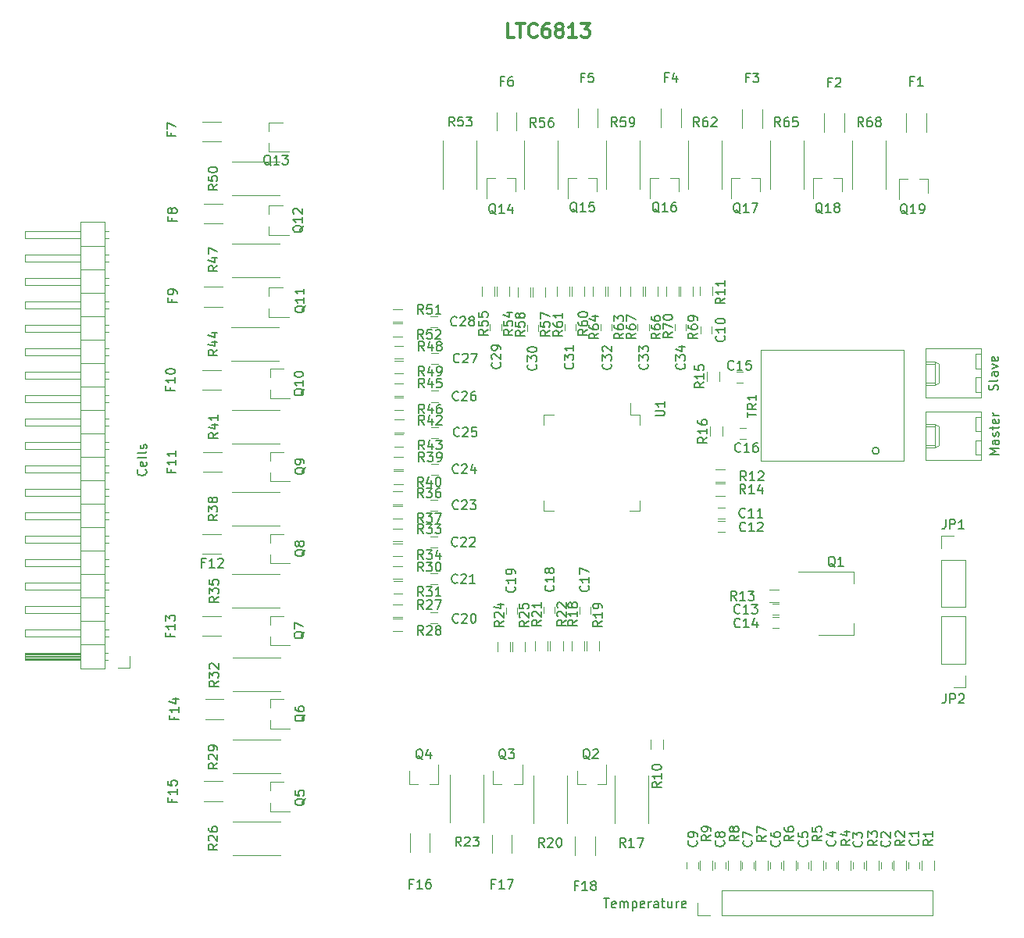
<source format=gbr>
G04 #@! TF.GenerationSoftware,KiCad,Pcbnew,6.0.0-rc1-unknown-5edf350~66~ubuntu18.10.1*
G04 #@! TF.CreationDate,2019-02-07T09:42:41-05:00
G04 #@! TF.ProjectId,BMS-Slave,424d532d-536c-4617-9665-2e6b69636164,V0.2*
G04 #@! TF.SameCoordinates,Original*
G04 #@! TF.FileFunction,Legend,Top*
G04 #@! TF.FilePolarity,Positive*
%FSLAX46Y46*%
G04 Gerber Fmt 4.6, Leading zero omitted, Abs format (unit mm)*
G04 Created by KiCad (PCBNEW 6.0.0-rc1-unknown-5edf350~66~ubuntu18.10.1) date 2019-02-07 09:42:41*
%MOMM*%
%LPD*%
G04 APERTURE LIST*
%ADD10C,0.300000*%
%ADD11C,0.120000*%
%ADD12C,0.150000*%
G04 APERTURE END LIST*
D10*
X46285714Y-3678571D02*
X45571428Y-3678571D01*
X45571428Y-2178571D01*
X46571428Y-2178571D02*
X47428571Y-2178571D01*
X47000000Y-3678571D02*
X47000000Y-2178571D01*
X48785714Y-3535714D02*
X48714285Y-3607142D01*
X48500000Y-3678571D01*
X48357142Y-3678571D01*
X48142857Y-3607142D01*
X48000000Y-3464285D01*
X47928571Y-3321428D01*
X47857142Y-3035714D01*
X47857142Y-2821428D01*
X47928571Y-2535714D01*
X48000000Y-2392857D01*
X48142857Y-2250000D01*
X48357142Y-2178571D01*
X48500000Y-2178571D01*
X48714285Y-2250000D01*
X48785714Y-2321428D01*
X50071428Y-2178571D02*
X49785714Y-2178571D01*
X49642857Y-2250000D01*
X49571428Y-2321428D01*
X49428571Y-2535714D01*
X49357142Y-2821428D01*
X49357142Y-3392857D01*
X49428571Y-3535714D01*
X49500000Y-3607142D01*
X49642857Y-3678571D01*
X49928571Y-3678571D01*
X50071428Y-3607142D01*
X50142857Y-3535714D01*
X50214285Y-3392857D01*
X50214285Y-3035714D01*
X50142857Y-2892857D01*
X50071428Y-2821428D01*
X49928571Y-2750000D01*
X49642857Y-2750000D01*
X49500000Y-2821428D01*
X49428571Y-2892857D01*
X49357142Y-3035714D01*
X51071428Y-2821428D02*
X50928571Y-2750000D01*
X50857142Y-2678571D01*
X50785714Y-2535714D01*
X50785714Y-2464285D01*
X50857142Y-2321428D01*
X50928571Y-2250000D01*
X51071428Y-2178571D01*
X51357142Y-2178571D01*
X51500000Y-2250000D01*
X51571428Y-2321428D01*
X51642857Y-2464285D01*
X51642857Y-2535714D01*
X51571428Y-2678571D01*
X51500000Y-2750000D01*
X51357142Y-2821428D01*
X51071428Y-2821428D01*
X50928571Y-2892857D01*
X50857142Y-2964285D01*
X50785714Y-3107142D01*
X50785714Y-3392857D01*
X50857142Y-3535714D01*
X50928571Y-3607142D01*
X51071428Y-3678571D01*
X51357142Y-3678571D01*
X51500000Y-3607142D01*
X51571428Y-3535714D01*
X51642857Y-3392857D01*
X51642857Y-3107142D01*
X51571428Y-2964285D01*
X51500000Y-2892857D01*
X51357142Y-2821428D01*
X53071428Y-3678571D02*
X52214285Y-3678571D01*
X52642857Y-3678571D02*
X52642857Y-2178571D01*
X52500000Y-2392857D01*
X52357142Y-2535714D01*
X52214285Y-2607142D01*
X53571428Y-2178571D02*
X54500000Y-2178571D01*
X54000000Y-2750000D01*
X54214285Y-2750000D01*
X54357142Y-2821428D01*
X54428571Y-2892857D01*
X54500000Y-3035714D01*
X54500000Y-3392857D01*
X54428571Y-3535714D01*
X54357142Y-3607142D01*
X54214285Y-3678571D01*
X53785714Y-3678571D01*
X53642857Y-3607142D01*
X53571428Y-3535714D01*
D11*
X91690000Y-98830000D02*
X91690000Y-96170000D01*
X68770000Y-98830000D02*
X91690000Y-98830000D01*
X68770000Y-96170000D02*
X91690000Y-96170000D01*
X68770000Y-98830000D02*
X68770000Y-96170000D01*
X67500000Y-98830000D02*
X66170000Y-98830000D01*
X66170000Y-98830000D02*
X66170000Y-97500000D01*
X55700000Y-35450000D02*
X55700000Y-34750000D01*
X56900000Y-34750000D02*
X56900000Y-35450000D01*
X56420000Y-31700000D02*
X56420000Y-30700000D01*
X57780000Y-30700000D02*
X57780000Y-31700000D01*
X54820000Y-31700000D02*
X54820000Y-30700000D01*
X56180000Y-30700000D02*
X56180000Y-31700000D01*
X88830000Y-13900000D02*
X88830000Y-11900000D01*
X90970000Y-11900000D02*
X90970000Y-13900000D01*
X59875000Y-44625000D02*
X58925000Y-44625000D01*
X59875000Y-54975000D02*
X58825000Y-54975000D01*
X49525000Y-54975000D02*
X50575000Y-54975000D01*
X49525000Y-44625000D02*
X50575000Y-44625000D01*
X59875000Y-44625000D02*
X59875000Y-45675000D01*
X49525000Y-44625000D02*
X49525000Y-45675000D01*
X49525000Y-54975000D02*
X49525000Y-53925000D01*
X59875000Y-54975000D02*
X59875000Y-53925000D01*
X58925000Y-44625000D02*
X58925000Y-43350000D01*
X73050120Y-49598920D02*
X73050120Y-37598920D01*
X88550120Y-49598920D02*
X73050120Y-49598920D01*
X88550120Y-37598920D02*
X88550120Y-49598920D01*
X73050120Y-37598920D02*
X88550120Y-37598920D01*
D12*
X85868950Y-48501120D02*
G75*
G03X85868950Y-48501120I-369830J0D01*
G01*
D11*
X66457240Y-93910480D02*
X66457240Y-92910480D01*
X67817240Y-92910480D02*
X67817240Y-93910480D01*
X69457240Y-93910480D02*
X69457240Y-92910480D01*
X70817240Y-92910480D02*
X70817240Y-93910480D01*
X72457240Y-93910480D02*
X72457240Y-92910480D01*
X73817240Y-92910480D02*
X73817240Y-93910480D01*
X75457240Y-93910480D02*
X75457240Y-92910480D01*
X76817240Y-92910480D02*
X76817240Y-93910480D01*
X78457240Y-93910480D02*
X78457240Y-92910480D01*
X79817240Y-92910480D02*
X79817240Y-93910480D01*
X81457240Y-93910480D02*
X81457240Y-92910480D01*
X82817240Y-92910480D02*
X82817240Y-93910480D01*
X84457240Y-93910480D02*
X84457240Y-92910480D01*
X85817240Y-92910480D02*
X85817240Y-93910480D01*
X87457240Y-93910480D02*
X87457240Y-92910480D01*
X88817240Y-92910480D02*
X88817240Y-93910480D01*
X90457240Y-93910480D02*
X90457240Y-92910480D01*
X91817240Y-92910480D02*
X91817240Y-93910480D01*
X83097320Y-68430400D02*
X83097320Y-67170400D01*
X83097320Y-61610400D02*
X83097320Y-62870400D01*
X79337320Y-68430400D02*
X83097320Y-68430400D01*
X77087320Y-61610400D02*
X83097320Y-61610400D01*
X95248320Y-66431520D02*
X92588320Y-66431520D01*
X95248320Y-71571520D02*
X95248320Y-66431520D01*
X92588320Y-71571520D02*
X92588320Y-66431520D01*
X95248320Y-71571520D02*
X92588320Y-71571520D01*
X95248320Y-72841520D02*
X95248320Y-74171520D01*
X95248320Y-74171520D02*
X93918320Y-74171520D01*
X92588320Y-65444080D02*
X95248320Y-65444080D01*
X92588320Y-60304080D02*
X92588320Y-65444080D01*
X95248320Y-60304080D02*
X95248320Y-65444080D01*
X92588320Y-60304080D02*
X95248320Y-60304080D01*
X92588320Y-59034080D02*
X92588320Y-57704080D01*
X92588320Y-57704080D02*
X93918320Y-57704080D01*
X1938200Y-72094400D02*
X1938200Y-23714400D01*
X1938200Y-23714400D02*
X-721800Y-23714400D01*
X-721800Y-23714400D02*
X-721800Y-72094400D01*
X-721800Y-72094400D02*
X1938200Y-72094400D01*
X-721800Y-71144400D02*
X-6721800Y-71144400D01*
X-6721800Y-71144400D02*
X-6721800Y-70384400D01*
X-6721800Y-70384400D02*
X-721800Y-70384400D01*
X-721800Y-71084400D02*
X-6721800Y-71084400D01*
X-721800Y-70964400D02*
X-6721800Y-70964400D01*
X-721800Y-70844400D02*
X-6721800Y-70844400D01*
X-721800Y-70724400D02*
X-6721800Y-70724400D01*
X-721800Y-70604400D02*
X-6721800Y-70604400D01*
X-721800Y-70484400D02*
X-6721800Y-70484400D01*
X2268200Y-71144400D02*
X1938200Y-71144400D01*
X2268200Y-70384400D02*
X1938200Y-70384400D01*
X1938200Y-69494400D02*
X-721800Y-69494400D01*
X-721800Y-68604400D02*
X-6721800Y-68604400D01*
X-6721800Y-68604400D02*
X-6721800Y-67844400D01*
X-6721800Y-67844400D02*
X-721800Y-67844400D01*
X2335271Y-68604400D02*
X1938200Y-68604400D01*
X2335271Y-67844400D02*
X1938200Y-67844400D01*
X1938200Y-66954400D02*
X-721800Y-66954400D01*
X-721800Y-66064400D02*
X-6721800Y-66064400D01*
X-6721800Y-66064400D02*
X-6721800Y-65304400D01*
X-6721800Y-65304400D02*
X-721800Y-65304400D01*
X2335271Y-66064400D02*
X1938200Y-66064400D01*
X2335271Y-65304400D02*
X1938200Y-65304400D01*
X1938200Y-64414400D02*
X-721800Y-64414400D01*
X-721800Y-63524400D02*
X-6721800Y-63524400D01*
X-6721800Y-63524400D02*
X-6721800Y-62764400D01*
X-6721800Y-62764400D02*
X-721800Y-62764400D01*
X2335271Y-63524400D02*
X1938200Y-63524400D01*
X2335271Y-62764400D02*
X1938200Y-62764400D01*
X1938200Y-61874400D02*
X-721800Y-61874400D01*
X-721800Y-60984400D02*
X-6721800Y-60984400D01*
X-6721800Y-60984400D02*
X-6721800Y-60224400D01*
X-6721800Y-60224400D02*
X-721800Y-60224400D01*
X2335271Y-60984400D02*
X1938200Y-60984400D01*
X2335271Y-60224400D02*
X1938200Y-60224400D01*
X1938200Y-59334400D02*
X-721800Y-59334400D01*
X-721800Y-58444400D02*
X-6721800Y-58444400D01*
X-6721800Y-58444400D02*
X-6721800Y-57684400D01*
X-6721800Y-57684400D02*
X-721800Y-57684400D01*
X2335271Y-58444400D02*
X1938200Y-58444400D01*
X2335271Y-57684400D02*
X1938200Y-57684400D01*
X1938200Y-56794400D02*
X-721800Y-56794400D01*
X-721800Y-55904400D02*
X-6721800Y-55904400D01*
X-6721800Y-55904400D02*
X-6721800Y-55144400D01*
X-6721800Y-55144400D02*
X-721800Y-55144400D01*
X2335271Y-55904400D02*
X1938200Y-55904400D01*
X2335271Y-55144400D02*
X1938200Y-55144400D01*
X1938200Y-54254400D02*
X-721800Y-54254400D01*
X-721800Y-53364400D02*
X-6721800Y-53364400D01*
X-6721800Y-53364400D02*
X-6721800Y-52604400D01*
X-6721800Y-52604400D02*
X-721800Y-52604400D01*
X2335271Y-53364400D02*
X1938200Y-53364400D01*
X2335271Y-52604400D02*
X1938200Y-52604400D01*
X1938200Y-51714400D02*
X-721800Y-51714400D01*
X-721800Y-50824400D02*
X-6721800Y-50824400D01*
X-6721800Y-50824400D02*
X-6721800Y-50064400D01*
X-6721800Y-50064400D02*
X-721800Y-50064400D01*
X2335271Y-50824400D02*
X1938200Y-50824400D01*
X2335271Y-50064400D02*
X1938200Y-50064400D01*
X1938200Y-49174400D02*
X-721800Y-49174400D01*
X-721800Y-48284400D02*
X-6721800Y-48284400D01*
X-6721800Y-48284400D02*
X-6721800Y-47524400D01*
X-6721800Y-47524400D02*
X-721800Y-47524400D01*
X2335271Y-48284400D02*
X1938200Y-48284400D01*
X2335271Y-47524400D02*
X1938200Y-47524400D01*
X1938200Y-46634400D02*
X-721800Y-46634400D01*
X-721800Y-45744400D02*
X-6721800Y-45744400D01*
X-6721800Y-45744400D02*
X-6721800Y-44984400D01*
X-6721800Y-44984400D02*
X-721800Y-44984400D01*
X2335271Y-45744400D02*
X1938200Y-45744400D01*
X2335271Y-44984400D02*
X1938200Y-44984400D01*
X1938200Y-44094400D02*
X-721800Y-44094400D01*
X-721800Y-43204400D02*
X-6721800Y-43204400D01*
X-6721800Y-43204400D02*
X-6721800Y-42444400D01*
X-6721800Y-42444400D02*
X-721800Y-42444400D01*
X2335271Y-43204400D02*
X1938200Y-43204400D01*
X2335271Y-42444400D02*
X1938200Y-42444400D01*
X1938200Y-41554400D02*
X-721800Y-41554400D01*
X-721800Y-40664400D02*
X-6721800Y-40664400D01*
X-6721800Y-40664400D02*
X-6721800Y-39904400D01*
X-6721800Y-39904400D02*
X-721800Y-39904400D01*
X2335271Y-40664400D02*
X1938200Y-40664400D01*
X2335271Y-39904400D02*
X1938200Y-39904400D01*
X1938200Y-39014400D02*
X-721800Y-39014400D01*
X-721800Y-38124400D02*
X-6721800Y-38124400D01*
X-6721800Y-38124400D02*
X-6721800Y-37364400D01*
X-6721800Y-37364400D02*
X-721800Y-37364400D01*
X2335271Y-38124400D02*
X1938200Y-38124400D01*
X2335271Y-37364400D02*
X1938200Y-37364400D01*
X1938200Y-36474400D02*
X-721800Y-36474400D01*
X-721800Y-35584400D02*
X-6721800Y-35584400D01*
X-6721800Y-35584400D02*
X-6721800Y-34824400D01*
X-6721800Y-34824400D02*
X-721800Y-34824400D01*
X2335271Y-35584400D02*
X1938200Y-35584400D01*
X2335271Y-34824400D02*
X1938200Y-34824400D01*
X1938200Y-33934400D02*
X-721800Y-33934400D01*
X-721800Y-33044400D02*
X-6721800Y-33044400D01*
X-6721800Y-33044400D02*
X-6721800Y-32284400D01*
X-6721800Y-32284400D02*
X-721800Y-32284400D01*
X2335271Y-33044400D02*
X1938200Y-33044400D01*
X2335271Y-32284400D02*
X1938200Y-32284400D01*
X1938200Y-31394400D02*
X-721800Y-31394400D01*
X-721800Y-30504400D02*
X-6721800Y-30504400D01*
X-6721800Y-30504400D02*
X-6721800Y-29744400D01*
X-6721800Y-29744400D02*
X-721800Y-29744400D01*
X2335271Y-30504400D02*
X1938200Y-30504400D01*
X2335271Y-29744400D02*
X1938200Y-29744400D01*
X1938200Y-28854400D02*
X-721800Y-28854400D01*
X-721800Y-27964400D02*
X-6721800Y-27964400D01*
X-6721800Y-27964400D02*
X-6721800Y-27204400D01*
X-6721800Y-27204400D02*
X-721800Y-27204400D01*
X2335271Y-27964400D02*
X1938200Y-27964400D01*
X2335271Y-27204400D02*
X1938200Y-27204400D01*
X1938200Y-26314400D02*
X-721800Y-26314400D01*
X-721800Y-25424400D02*
X-6721800Y-25424400D01*
X-6721800Y-25424400D02*
X-6721800Y-24664400D01*
X-6721800Y-24664400D02*
X-721800Y-24664400D01*
X2335271Y-25424400D02*
X1938200Y-25424400D01*
X2335271Y-24664400D02*
X1938200Y-24664400D01*
X4648200Y-70764400D02*
X4648200Y-72034400D01*
X4648200Y-72034400D02*
X3378200Y-72034400D01*
X96920000Y-37430000D02*
X90920000Y-37430000D01*
X90920000Y-37430000D02*
X90920000Y-42710000D01*
X90920000Y-42710000D02*
X96920000Y-42710000D01*
X96920000Y-42710000D02*
X96920000Y-37430000D01*
X90920000Y-38800000D02*
X91920000Y-38800000D01*
X91920000Y-38800000D02*
X91920000Y-41340000D01*
X91920000Y-41340000D02*
X90920000Y-41340000D01*
X91920000Y-38800000D02*
X92350000Y-39050000D01*
X92350000Y-39050000D02*
X92350000Y-41090000D01*
X92350000Y-41090000D02*
X91920000Y-41340000D01*
X90920000Y-39050000D02*
X91920000Y-39050000D01*
X90920000Y-41090000D02*
X91920000Y-41090000D01*
X96920000Y-38000000D02*
X96300000Y-38000000D01*
X96300000Y-38000000D02*
X96300000Y-39600000D01*
X96300000Y-39600000D02*
X96920000Y-39600000D01*
X96920000Y-40540000D02*
X96300000Y-40540000D01*
X96300000Y-40540000D02*
X96300000Y-42140000D01*
X96300000Y-42140000D02*
X96920000Y-42140000D01*
X65037240Y-93760480D02*
X65037240Y-93060480D01*
X66237240Y-93060480D02*
X66237240Y-93760480D01*
X68037240Y-93760480D02*
X68037240Y-93060480D01*
X69237240Y-93060480D02*
X69237240Y-93760480D01*
X71037240Y-93760480D02*
X71037240Y-93060480D01*
X72237240Y-93060480D02*
X72237240Y-93760480D01*
X74037240Y-93760480D02*
X74037240Y-93060480D01*
X75237240Y-93060480D02*
X75237240Y-93760480D01*
X77037240Y-93760480D02*
X77037240Y-93060480D01*
X78237240Y-93060480D02*
X78237240Y-93760480D01*
X80037240Y-93760480D02*
X80037240Y-93060480D01*
X81237240Y-93060480D02*
X81237240Y-93760480D01*
X83037240Y-93760480D02*
X83037240Y-93060480D01*
X84237240Y-93060480D02*
X84237240Y-93760480D01*
X86037240Y-93760480D02*
X86037240Y-93060480D01*
X87237240Y-93060480D02*
X87237240Y-93760480D01*
X89037240Y-93760480D02*
X89037240Y-93060480D01*
X90237240Y-93060480D02*
X90237240Y-93760480D01*
X54600000Y-65450000D02*
X54600000Y-66150000D01*
X53400000Y-66150000D02*
X53400000Y-65450000D01*
X49500000Y-66071600D02*
X49500000Y-65371600D01*
X50700000Y-65371600D02*
X50700000Y-66071600D01*
X46600000Y-65470000D02*
X46600000Y-66170000D01*
X45400000Y-66170000D02*
X45400000Y-65470000D01*
X37250000Y-66000000D02*
X37950000Y-66000000D01*
X37950000Y-67200000D02*
X37250000Y-67200000D01*
X37950000Y-63000000D02*
X37250000Y-63000000D01*
X37250000Y-61800000D02*
X37950000Y-61800000D01*
X37250000Y-57800000D02*
X37950000Y-57800000D01*
X37950000Y-59000000D02*
X37250000Y-59000000D01*
X37250000Y-53800000D02*
X37950000Y-53800000D01*
X37950000Y-55000000D02*
X37250000Y-55000000D01*
X38050000Y-51100000D02*
X37350000Y-51100000D01*
X37350000Y-49900000D02*
X38050000Y-49900000D01*
X38050000Y-47100000D02*
X37350000Y-47100000D01*
X37350000Y-45900000D02*
X38050000Y-45900000D01*
X37350000Y-42000000D02*
X38050000Y-42000000D01*
X38050000Y-43200000D02*
X37350000Y-43200000D01*
X37350000Y-37900000D02*
X38050000Y-37900000D01*
X38050000Y-39100000D02*
X37350000Y-39100000D01*
X37950000Y-35100000D02*
X37250000Y-35100000D01*
X37250000Y-33900000D02*
X37950000Y-33900000D01*
X44900000Y-34750000D02*
X44900000Y-35450000D01*
X43700000Y-35450000D02*
X43700000Y-34750000D01*
X47700000Y-35550000D02*
X47700000Y-34850000D01*
X48900000Y-34850000D02*
X48900000Y-35550000D01*
X51800000Y-35450000D02*
X51800000Y-34750000D01*
X53000000Y-34750000D02*
X53000000Y-35450000D01*
X60900000Y-34750000D02*
X60900000Y-35450000D01*
X59700000Y-35450000D02*
X59700000Y-34750000D01*
X64900000Y-34750000D02*
X64900000Y-35450000D01*
X63700000Y-35450000D02*
X63700000Y-34750000D01*
X52586480Y-70168760D02*
X52586480Y-69168760D01*
X53946480Y-69168760D02*
X53946480Y-70168760D01*
X55480000Y-69178920D02*
X55480000Y-70178920D01*
X54120000Y-70178920D02*
X54120000Y-69178920D01*
X49958080Y-69145720D02*
X49958080Y-70145720D01*
X48598080Y-70145720D02*
X48598080Y-69145720D01*
X50220000Y-70117960D02*
X50220000Y-69117960D01*
X51580000Y-69117960D02*
X51580000Y-70117960D01*
X45896960Y-69231600D02*
X45896960Y-70231600D01*
X44536960Y-70231600D02*
X44536960Y-69231600D01*
X46120000Y-70200000D02*
X46120000Y-69200000D01*
X47480000Y-69200000D02*
X47480000Y-70200000D01*
X34200000Y-66480000D02*
X33200000Y-66480000D01*
X33200000Y-65120000D02*
X34200000Y-65120000D01*
X33200000Y-66720000D02*
X34200000Y-66720000D01*
X34200000Y-68080000D02*
X33200000Y-68080000D01*
X34198800Y-62386400D02*
X33198800Y-62386400D01*
X33198800Y-61026400D02*
X34198800Y-61026400D01*
X34214040Y-63980000D02*
X33214040Y-63980000D01*
X33214040Y-62620000D02*
X34214040Y-62620000D01*
X34136240Y-58294800D02*
X33136240Y-58294800D01*
X33136240Y-56934800D02*
X34136240Y-56934800D01*
X33151480Y-58520000D02*
X34151480Y-58520000D01*
X34151480Y-59880000D02*
X33151480Y-59880000D01*
X33200000Y-52920000D02*
X34200000Y-52920000D01*
X34200000Y-54280000D02*
X33200000Y-54280000D01*
X33200000Y-54520000D02*
X34200000Y-54520000D01*
X34200000Y-55880000D02*
X33200000Y-55880000D01*
X33239720Y-49139560D02*
X34239720Y-49139560D01*
X34239720Y-50499560D02*
X33239720Y-50499560D01*
X33234640Y-50720000D02*
X34234640Y-50720000D01*
X34234640Y-52080000D02*
X33234640Y-52080000D01*
X34305760Y-46494320D02*
X33305760Y-46494320D01*
X33305760Y-45134320D02*
X34305760Y-45134320D01*
X33300000Y-46720000D02*
X34300000Y-46720000D01*
X34300000Y-48080000D02*
X33300000Y-48080000D01*
X33292120Y-41161440D02*
X34292120Y-41161440D01*
X34292120Y-42521440D02*
X33292120Y-42521440D01*
X34300000Y-44080000D02*
X33300000Y-44080000D01*
X33300000Y-42720000D02*
X34300000Y-42720000D01*
X33299080Y-37144440D02*
X34299080Y-37144440D01*
X34299080Y-38504440D02*
X33299080Y-38504440D01*
X34300000Y-40080000D02*
X33300000Y-40080000D01*
X33300000Y-38720000D02*
X34300000Y-38720000D01*
X34180360Y-34505880D02*
X33180360Y-34505880D01*
X33180360Y-33145880D02*
X34180360Y-33145880D01*
X33200000Y-34720000D02*
X34200000Y-34720000D01*
X34200000Y-36080000D02*
X33200000Y-36080000D01*
X44420000Y-31696160D02*
X44420000Y-30696160D01*
X45780000Y-30696160D02*
X45780000Y-31696160D01*
X44180000Y-30700000D02*
X44180000Y-31700000D01*
X42820000Y-31700000D02*
X42820000Y-30700000D01*
X48320000Y-31800000D02*
X48320000Y-30800000D01*
X49680000Y-30800000D02*
X49680000Y-31800000D01*
X48080000Y-30800000D02*
X48080000Y-31800000D01*
X46720000Y-31800000D02*
X46720000Y-30800000D01*
X52520000Y-31700000D02*
X52520000Y-30700000D01*
X53880000Y-30700000D02*
X53880000Y-31700000D01*
X52280000Y-30700000D02*
X52280000Y-31700000D01*
X50920000Y-31700000D02*
X50920000Y-30700000D01*
X61880000Y-30700000D02*
X61880000Y-31700000D01*
X60520000Y-31700000D02*
X60520000Y-30700000D01*
X58920000Y-31700000D02*
X58920000Y-30700000D01*
X60280000Y-30700000D02*
X60280000Y-31700000D01*
X65680000Y-30700000D02*
X65680000Y-31700000D01*
X64320000Y-31700000D02*
X64320000Y-30700000D01*
X62820000Y-31700000D02*
X62820000Y-30700000D01*
X64180000Y-30700000D02*
X64180000Y-31700000D01*
X70386640Y-39915360D02*
X71086640Y-39915360D01*
X71086640Y-41115360D02*
X70386640Y-41115360D01*
X71457480Y-47185960D02*
X70757480Y-47185960D01*
X70757480Y-45985960D02*
X71457480Y-45985960D01*
X67196600Y-40923920D02*
X67196600Y-39923920D01*
X68556600Y-39923920D02*
X68556600Y-40923920D01*
X68896960Y-45877680D02*
X68896960Y-46877680D01*
X67536960Y-46877680D02*
X67536960Y-45877680D01*
X66518400Y-35754120D02*
X66518400Y-35054120D01*
X67718400Y-35054120D02*
X67718400Y-35754120D01*
X74984120Y-66296040D02*
X74284120Y-66296040D01*
X74284120Y-65096040D02*
X74984120Y-65096040D01*
X74984120Y-67733680D02*
X74284120Y-67733680D01*
X74284120Y-66533680D02*
X74984120Y-66533680D01*
X61084280Y-80800680D02*
X61084280Y-79800680D01*
X62444280Y-79800680D02*
X62444280Y-80800680D01*
X67798400Y-30662320D02*
X67798400Y-31662320D01*
X66438400Y-31662320D02*
X66438400Y-30662320D01*
X69137960Y-51853440D02*
X68137960Y-51853440D01*
X68137960Y-50493440D02*
X69137960Y-50493440D01*
X74971560Y-64913000D02*
X73971560Y-64913000D01*
X73971560Y-63553000D02*
X74971560Y-63553000D01*
X68137960Y-52002200D02*
X69137960Y-52002200D01*
X69137960Y-53362200D02*
X68137960Y-53362200D01*
X68404801Y-54642520D02*
X69104799Y-54642520D01*
X69104799Y-55842520D02*
X68404801Y-55842520D01*
X69104799Y-57290320D02*
X68404801Y-57290320D01*
X68404801Y-56090320D02*
X69104799Y-56090320D01*
X57180000Y-88900000D02*
X57180000Y-83700000D01*
X60820000Y-83700000D02*
X60820000Y-88900000D01*
X48380000Y-88900000D02*
X48380000Y-83700000D01*
X52020000Y-83700000D02*
X52020000Y-88900000D01*
X39380000Y-88800000D02*
X39380000Y-83600000D01*
X43020000Y-83600000D02*
X43020000Y-88800000D01*
X15800000Y-88680000D02*
X21000000Y-88680000D01*
X21000000Y-92320000D02*
X15800000Y-92320000D01*
X21000000Y-83420000D02*
X15800000Y-83420000D01*
X15800000Y-79780000D02*
X21000000Y-79780000D01*
X21000000Y-74520000D02*
X15800000Y-74520000D01*
X15800000Y-70880000D02*
X21000000Y-70880000D01*
X20900000Y-65520000D02*
X15700000Y-65520000D01*
X15700000Y-61880000D02*
X20900000Y-61880000D01*
X15700000Y-52980000D02*
X20900000Y-52980000D01*
X20900000Y-56620000D02*
X15700000Y-56620000D01*
X15700000Y-44080000D02*
X20900000Y-44080000D01*
X20900000Y-47720000D02*
X15700000Y-47720000D01*
X15600000Y-35080000D02*
X20800000Y-35080000D01*
X20800000Y-38720000D02*
X15600000Y-38720000D01*
X20900000Y-29720000D02*
X15700000Y-29720000D01*
X15700000Y-26080000D02*
X20900000Y-26080000D01*
X20900000Y-20820000D02*
X15700000Y-20820000D01*
X15700000Y-17180000D02*
X20900000Y-17180000D01*
X38580000Y-20100000D02*
X38580000Y-14900000D01*
X42220000Y-14900000D02*
X42220000Y-20100000D01*
X47380000Y-20100000D02*
X47380000Y-14900000D01*
X51020000Y-14900000D02*
X51020000Y-20100000D01*
X56280000Y-20100000D02*
X56280000Y-14900000D01*
X59920000Y-14900000D02*
X59920000Y-20100000D01*
X65180000Y-20100000D02*
X65180000Y-14900000D01*
X68820000Y-14900000D02*
X68820000Y-20100000D01*
X77720000Y-14900000D02*
X77720000Y-20100000D01*
X74080000Y-20100000D02*
X74080000Y-14900000D01*
X86620000Y-14900000D02*
X86620000Y-20100000D01*
X82980000Y-20100000D02*
X82980000Y-14900000D01*
X96920000Y-44230000D02*
X90920000Y-44230000D01*
X90920000Y-44230000D02*
X90920000Y-49510000D01*
X90920000Y-49510000D02*
X96920000Y-49510000D01*
X96920000Y-49510000D02*
X96920000Y-44230000D01*
X90920000Y-45600000D02*
X91920000Y-45600000D01*
X91920000Y-45600000D02*
X91920000Y-48140000D01*
X91920000Y-48140000D02*
X90920000Y-48140000D01*
X91920000Y-45600000D02*
X92350000Y-45850000D01*
X92350000Y-45850000D02*
X92350000Y-47890000D01*
X92350000Y-47890000D02*
X91920000Y-48140000D01*
X90920000Y-45850000D02*
X91920000Y-45850000D01*
X90920000Y-47890000D02*
X91920000Y-47890000D01*
X96920000Y-44800000D02*
X96300000Y-44800000D01*
X96300000Y-44800000D02*
X96300000Y-46400000D01*
X96300000Y-46400000D02*
X96920000Y-46400000D01*
X96920000Y-47340000D02*
X96300000Y-47340000D01*
X96300000Y-47340000D02*
X96300000Y-48940000D01*
X96300000Y-48940000D02*
X96920000Y-48940000D01*
X82070000Y-11900000D02*
X82070000Y-13900000D01*
X79930000Y-13900000D02*
X79930000Y-11900000D01*
X71030000Y-13500000D02*
X71030000Y-11500000D01*
X73170000Y-11500000D02*
X73170000Y-13500000D01*
X62230000Y-13400000D02*
X62230000Y-11400000D01*
X64370000Y-11400000D02*
X64370000Y-13400000D01*
X55370000Y-11400000D02*
X55370000Y-13400000D01*
X53230000Y-13400000D02*
X53230000Y-11400000D01*
X46570000Y-11800000D02*
X46570000Y-13800000D01*
X44430000Y-13800000D02*
X44430000Y-11800000D01*
X14500000Y-14970000D02*
X12500000Y-14970000D01*
X12500000Y-12830000D02*
X14500000Y-12830000D01*
X12700000Y-21730000D02*
X14700000Y-21730000D01*
X14700000Y-23870000D02*
X12700000Y-23870000D01*
X14700000Y-32870000D02*
X12700000Y-32870000D01*
X12700000Y-30730000D02*
X14700000Y-30730000D01*
X14500000Y-41870000D02*
X12500000Y-41870000D01*
X12500000Y-39730000D02*
X14500000Y-39730000D01*
X12600000Y-48630000D02*
X14600000Y-48630000D01*
X14600000Y-50770000D02*
X12600000Y-50770000D01*
X12500000Y-57530000D02*
X14500000Y-57530000D01*
X14500000Y-59670000D02*
X12500000Y-59670000D01*
X14500000Y-68570000D02*
X12500000Y-68570000D01*
X12500000Y-66430000D02*
X14500000Y-66430000D01*
X12800000Y-75430000D02*
X14800000Y-75430000D01*
X14800000Y-77570000D02*
X12800000Y-77570000D01*
X14700000Y-86470000D02*
X12700000Y-86470000D01*
X12700000Y-84330000D02*
X14700000Y-84330000D01*
X37170000Y-90000000D02*
X37170000Y-92000000D01*
X35030000Y-92000000D02*
X35030000Y-90000000D01*
X43930000Y-92100000D02*
X43930000Y-90100000D01*
X46070000Y-90100000D02*
X46070000Y-92100000D01*
X52930000Y-92300000D02*
X52930000Y-90300000D01*
X55070000Y-90300000D02*
X55070000Y-92300000D01*
X53120000Y-84660000D02*
X53120000Y-83200000D01*
X56280000Y-84660000D02*
X56280000Y-82500000D01*
X56280000Y-84660000D02*
X55350000Y-84660000D01*
X53120000Y-84660000D02*
X54050000Y-84660000D01*
X44020000Y-84660000D02*
X44020000Y-83200000D01*
X47180000Y-84660000D02*
X47180000Y-82500000D01*
X47180000Y-84660000D02*
X46250000Y-84660000D01*
X44020000Y-84660000D02*
X44950000Y-84660000D01*
X34920000Y-84660000D02*
X35850000Y-84660000D01*
X38080000Y-84660000D02*
X37150000Y-84660000D01*
X38080000Y-84660000D02*
X38080000Y-82500000D01*
X34920000Y-84660000D02*
X34920000Y-83200000D01*
X19840000Y-84420000D02*
X19840000Y-85350000D01*
X19840000Y-87580000D02*
X19840000Y-86650000D01*
X19840000Y-87580000D02*
X22000000Y-87580000D01*
X19840000Y-84420000D02*
X21300000Y-84420000D01*
X19840000Y-75420000D02*
X21300000Y-75420000D01*
X19840000Y-78580000D02*
X22000000Y-78580000D01*
X19840000Y-78580000D02*
X19840000Y-77650000D01*
X19840000Y-75420000D02*
X19840000Y-76350000D01*
X19840000Y-66420000D02*
X19840000Y-67350000D01*
X19840000Y-69580000D02*
X19840000Y-68650000D01*
X19840000Y-69580000D02*
X22000000Y-69580000D01*
X19840000Y-66420000D02*
X21300000Y-66420000D01*
X19840000Y-57520000D02*
X21300000Y-57520000D01*
X19840000Y-60680000D02*
X22000000Y-60680000D01*
X19840000Y-60680000D02*
X19840000Y-59750000D01*
X19840000Y-57520000D02*
X19840000Y-58450000D01*
X19840000Y-48620000D02*
X19840000Y-49550000D01*
X19840000Y-51780000D02*
X19840000Y-50850000D01*
X19840000Y-51780000D02*
X22000000Y-51780000D01*
X19840000Y-48620000D02*
X21300000Y-48620000D01*
X19840000Y-39620000D02*
X19840000Y-40550000D01*
X19840000Y-42780000D02*
X19840000Y-41850000D01*
X19840000Y-42780000D02*
X22000000Y-42780000D01*
X19840000Y-39620000D02*
X21300000Y-39620000D01*
X19740000Y-30820000D02*
X21200000Y-30820000D01*
X19740000Y-33980000D02*
X21900000Y-33980000D01*
X19740000Y-33980000D02*
X19740000Y-33050000D01*
X19740000Y-30820000D02*
X19740000Y-31750000D01*
X19740000Y-21920000D02*
X21200000Y-21920000D01*
X19740000Y-25080000D02*
X21900000Y-25080000D01*
X19740000Y-25080000D02*
X19740000Y-24150000D01*
X19740000Y-21920000D02*
X19740000Y-22850000D01*
X19740000Y-12920000D02*
X21200000Y-12920000D01*
X19740000Y-16080000D02*
X21900000Y-16080000D01*
X19740000Y-16080000D02*
X19740000Y-15150000D01*
X19740000Y-12920000D02*
X19740000Y-13850000D01*
X46480000Y-18940000D02*
X45550000Y-18940000D01*
X43320000Y-18940000D02*
X44250000Y-18940000D01*
X43320000Y-18940000D02*
X43320000Y-21100000D01*
X46480000Y-18940000D02*
X46480000Y-20400000D01*
X55280000Y-18940000D02*
X54350000Y-18940000D01*
X52120000Y-18940000D02*
X53050000Y-18940000D01*
X52120000Y-18940000D02*
X52120000Y-21100000D01*
X55280000Y-18940000D02*
X55280000Y-20400000D01*
X64180000Y-18940000D02*
X64180000Y-20400000D01*
X61020000Y-18940000D02*
X61020000Y-21100000D01*
X61020000Y-18940000D02*
X61950000Y-18940000D01*
X64180000Y-18940000D02*
X63250000Y-18940000D01*
X72980000Y-18940000D02*
X72050000Y-18940000D01*
X69820000Y-18940000D02*
X70750000Y-18940000D01*
X69820000Y-18940000D02*
X69820000Y-21100000D01*
X72980000Y-18940000D02*
X72980000Y-20400000D01*
X81880000Y-18940000D02*
X80950000Y-18940000D01*
X78720000Y-18940000D02*
X79650000Y-18940000D01*
X78720000Y-18940000D02*
X78720000Y-21100000D01*
X81880000Y-18940000D02*
X81880000Y-20400000D01*
X91180000Y-19040000D02*
X91180000Y-20500000D01*
X88020000Y-19040000D02*
X88020000Y-21200000D01*
X88020000Y-19040000D02*
X88950000Y-19040000D01*
X91180000Y-19040000D02*
X90250000Y-19040000D01*
D12*
X56032520Y-97028140D02*
X56603948Y-97028140D01*
X56318234Y-98028140D02*
X56318234Y-97028140D01*
X57318234Y-97980521D02*
X57222996Y-98028140D01*
X57032520Y-98028140D01*
X56937281Y-97980521D01*
X56889662Y-97885283D01*
X56889662Y-97504331D01*
X56937281Y-97409093D01*
X57032520Y-97361474D01*
X57222996Y-97361474D01*
X57318234Y-97409093D01*
X57365853Y-97504331D01*
X57365853Y-97599569D01*
X56889662Y-97694807D01*
X57794424Y-98028140D02*
X57794424Y-97361474D01*
X57794424Y-97456712D02*
X57842043Y-97409093D01*
X57937281Y-97361474D01*
X58080139Y-97361474D01*
X58175377Y-97409093D01*
X58222996Y-97504331D01*
X58222996Y-98028140D01*
X58222996Y-97504331D02*
X58270615Y-97409093D01*
X58365853Y-97361474D01*
X58508710Y-97361474D01*
X58603948Y-97409093D01*
X58651567Y-97504331D01*
X58651567Y-98028140D01*
X59127758Y-97361474D02*
X59127758Y-98361474D01*
X59127758Y-97409093D02*
X59222996Y-97361474D01*
X59413472Y-97361474D01*
X59508710Y-97409093D01*
X59556329Y-97456712D01*
X59603948Y-97551950D01*
X59603948Y-97837664D01*
X59556329Y-97932902D01*
X59508710Y-97980521D01*
X59413472Y-98028140D01*
X59222996Y-98028140D01*
X59127758Y-97980521D01*
X60413472Y-97980521D02*
X60318234Y-98028140D01*
X60127758Y-98028140D01*
X60032520Y-97980521D01*
X59984900Y-97885283D01*
X59984900Y-97504331D01*
X60032520Y-97409093D01*
X60127758Y-97361474D01*
X60318234Y-97361474D01*
X60413472Y-97409093D01*
X60461091Y-97504331D01*
X60461091Y-97599569D01*
X59984900Y-97694807D01*
X60889662Y-98028140D02*
X60889662Y-97361474D01*
X60889662Y-97551950D02*
X60937281Y-97456712D01*
X60984900Y-97409093D01*
X61080139Y-97361474D01*
X61175377Y-97361474D01*
X61937281Y-98028140D02*
X61937281Y-97504331D01*
X61889662Y-97409093D01*
X61794424Y-97361474D01*
X61603948Y-97361474D01*
X61508710Y-97409093D01*
X61937281Y-97980521D02*
X61842043Y-98028140D01*
X61603948Y-98028140D01*
X61508710Y-97980521D01*
X61461091Y-97885283D01*
X61461091Y-97790045D01*
X61508710Y-97694807D01*
X61603948Y-97647188D01*
X61842043Y-97647188D01*
X61937281Y-97599569D01*
X62270615Y-97361474D02*
X62651567Y-97361474D01*
X62413472Y-97028140D02*
X62413472Y-97885283D01*
X62461091Y-97980521D01*
X62556329Y-98028140D01*
X62651567Y-98028140D01*
X63413472Y-97361474D02*
X63413472Y-98028140D01*
X62984900Y-97361474D02*
X62984900Y-97885283D01*
X63032520Y-97980521D01*
X63127758Y-98028140D01*
X63270615Y-98028140D01*
X63365853Y-97980521D01*
X63413472Y-97932902D01*
X63889662Y-98028140D02*
X63889662Y-97361474D01*
X63889662Y-97551950D02*
X63937281Y-97456712D01*
X63984900Y-97409093D01*
X64080139Y-97361474D01*
X64175377Y-97361474D01*
X64889662Y-97980521D02*
X64794424Y-98028140D01*
X64603948Y-98028140D01*
X64508710Y-97980521D01*
X64461091Y-97885283D01*
X64461091Y-97504331D01*
X64508710Y-97409093D01*
X64603948Y-97361474D01*
X64794424Y-97361474D01*
X64889662Y-97409093D01*
X64937281Y-97504331D01*
X64937281Y-97599569D01*
X64461091Y-97694807D01*
X56757142Y-39042857D02*
X56804761Y-39090476D01*
X56852380Y-39233333D01*
X56852380Y-39328571D01*
X56804761Y-39471428D01*
X56709523Y-39566666D01*
X56614285Y-39614285D01*
X56423809Y-39661904D01*
X56280952Y-39661904D01*
X56090476Y-39614285D01*
X55995238Y-39566666D01*
X55900000Y-39471428D01*
X55852380Y-39328571D01*
X55852380Y-39233333D01*
X55900000Y-39090476D01*
X55947619Y-39042857D01*
X55852380Y-38709523D02*
X55852380Y-38090476D01*
X56233333Y-38423809D01*
X56233333Y-38280952D01*
X56280952Y-38185714D01*
X56328571Y-38138095D01*
X56423809Y-38090476D01*
X56661904Y-38090476D01*
X56757142Y-38138095D01*
X56804761Y-38185714D01*
X56852380Y-38280952D01*
X56852380Y-38566666D01*
X56804761Y-38661904D01*
X56757142Y-38709523D01*
X55947619Y-37709523D02*
X55900000Y-37661904D01*
X55852380Y-37566666D01*
X55852380Y-37328571D01*
X55900000Y-37233333D01*
X55947619Y-37185714D01*
X56042857Y-37138095D01*
X56138095Y-37138095D01*
X56280952Y-37185714D01*
X56852380Y-37757142D01*
X56852380Y-37138095D01*
X58152380Y-35742857D02*
X57676190Y-36076190D01*
X58152380Y-36314285D02*
X57152380Y-36314285D01*
X57152380Y-35933333D01*
X57200000Y-35838095D01*
X57247619Y-35790476D01*
X57342857Y-35742857D01*
X57485714Y-35742857D01*
X57580952Y-35790476D01*
X57628571Y-35838095D01*
X57676190Y-35933333D01*
X57676190Y-36314285D01*
X57152380Y-34885714D02*
X57152380Y-35076190D01*
X57200000Y-35171428D01*
X57247619Y-35219047D01*
X57390476Y-35314285D01*
X57580952Y-35361904D01*
X57961904Y-35361904D01*
X58057142Y-35314285D01*
X58104761Y-35266666D01*
X58152380Y-35171428D01*
X58152380Y-34980952D01*
X58104761Y-34885714D01*
X58057142Y-34838095D01*
X57961904Y-34790476D01*
X57723809Y-34790476D01*
X57628571Y-34838095D01*
X57580952Y-34885714D01*
X57533333Y-34980952D01*
X57533333Y-35171428D01*
X57580952Y-35266666D01*
X57628571Y-35314285D01*
X57723809Y-35361904D01*
X57152380Y-34457142D02*
X57152380Y-33838095D01*
X57533333Y-34171428D01*
X57533333Y-34028571D01*
X57580952Y-33933333D01*
X57628571Y-33885714D01*
X57723809Y-33838095D01*
X57961904Y-33838095D01*
X58057142Y-33885714D01*
X58104761Y-33933333D01*
X58152380Y-34028571D01*
X58152380Y-34314285D01*
X58104761Y-34409523D01*
X58057142Y-34457142D01*
X55452380Y-35742857D02*
X54976190Y-36076190D01*
X55452380Y-36314285D02*
X54452380Y-36314285D01*
X54452380Y-35933333D01*
X54500000Y-35838095D01*
X54547619Y-35790476D01*
X54642857Y-35742857D01*
X54785714Y-35742857D01*
X54880952Y-35790476D01*
X54928571Y-35838095D01*
X54976190Y-35933333D01*
X54976190Y-36314285D01*
X54452380Y-34885714D02*
X54452380Y-35076190D01*
X54500000Y-35171428D01*
X54547619Y-35219047D01*
X54690476Y-35314285D01*
X54880952Y-35361904D01*
X55261904Y-35361904D01*
X55357142Y-35314285D01*
X55404761Y-35266666D01*
X55452380Y-35171428D01*
X55452380Y-34980952D01*
X55404761Y-34885714D01*
X55357142Y-34838095D01*
X55261904Y-34790476D01*
X55023809Y-34790476D01*
X54928571Y-34838095D01*
X54880952Y-34885714D01*
X54833333Y-34980952D01*
X54833333Y-35171428D01*
X54880952Y-35266666D01*
X54928571Y-35314285D01*
X55023809Y-35361904D01*
X54785714Y-33933333D02*
X55452380Y-33933333D01*
X54404761Y-34171428D02*
X55119047Y-34409523D01*
X55119047Y-33790476D01*
X89566666Y-8428571D02*
X89233333Y-8428571D01*
X89233333Y-8952380D02*
X89233333Y-7952380D01*
X89709523Y-7952380D01*
X90614285Y-8952380D02*
X90042857Y-8952380D01*
X90328571Y-8952380D02*
X90328571Y-7952380D01*
X90233333Y-8095238D01*
X90138095Y-8190476D01*
X90042857Y-8238095D01*
X61625060Y-44699584D02*
X62434584Y-44699584D01*
X62529822Y-44651965D01*
X62577441Y-44604346D01*
X62625060Y-44509108D01*
X62625060Y-44318632D01*
X62577441Y-44223394D01*
X62529822Y-44175775D01*
X62434584Y-44128156D01*
X61625060Y-44128156D01*
X62625060Y-43128156D02*
X62625060Y-43699584D01*
X62625060Y-43413870D02*
X61625060Y-43413870D01*
X61767918Y-43509108D01*
X61863156Y-43604346D01*
X61910775Y-43699584D01*
X71565700Y-44860824D02*
X71565700Y-44289396D01*
X72565700Y-44575110D02*
X71565700Y-44575110D01*
X72565700Y-43384634D02*
X72089510Y-43717967D01*
X72565700Y-43956062D02*
X71565700Y-43956062D01*
X71565700Y-43575110D01*
X71613320Y-43479872D01*
X71660939Y-43432253D01*
X71756177Y-43384634D01*
X71899034Y-43384634D01*
X71994272Y-43432253D01*
X72041891Y-43479872D01*
X72089510Y-43575110D01*
X72089510Y-43956062D01*
X72565700Y-42432253D02*
X72565700Y-43003681D01*
X72565700Y-42717967D02*
X71565700Y-42717967D01*
X71708558Y-42813205D01*
X71803796Y-42908443D01*
X71851415Y-43003681D01*
X67630300Y-90153786D02*
X67154110Y-90487120D01*
X67630300Y-90725215D02*
X66630300Y-90725215D01*
X66630300Y-90344262D01*
X66677920Y-90249024D01*
X66725539Y-90201405D01*
X66820777Y-90153786D01*
X66963634Y-90153786D01*
X67058872Y-90201405D01*
X67106491Y-90249024D01*
X67154110Y-90344262D01*
X67154110Y-90725215D01*
X67630300Y-89677596D02*
X67630300Y-89487120D01*
X67582681Y-89391881D01*
X67535062Y-89344262D01*
X67392205Y-89249024D01*
X67201729Y-89201405D01*
X66820777Y-89201405D01*
X66725539Y-89249024D01*
X66677920Y-89296643D01*
X66630300Y-89391881D01*
X66630300Y-89582358D01*
X66677920Y-89677596D01*
X66725539Y-89725215D01*
X66820777Y-89772834D01*
X67058872Y-89772834D01*
X67154110Y-89725215D01*
X67201729Y-89677596D01*
X67249348Y-89582358D01*
X67249348Y-89391881D01*
X67201729Y-89296643D01*
X67154110Y-89249024D01*
X67058872Y-89201405D01*
X70652900Y-90199506D02*
X70176710Y-90532840D01*
X70652900Y-90770935D02*
X69652900Y-90770935D01*
X69652900Y-90389982D01*
X69700520Y-90294744D01*
X69748139Y-90247125D01*
X69843377Y-90199506D01*
X69986234Y-90199506D01*
X70081472Y-90247125D01*
X70129091Y-90294744D01*
X70176710Y-90389982D01*
X70176710Y-90770935D01*
X70081472Y-89628078D02*
X70033853Y-89723316D01*
X69986234Y-89770935D01*
X69890996Y-89818554D01*
X69843377Y-89818554D01*
X69748139Y-89770935D01*
X69700520Y-89723316D01*
X69652900Y-89628078D01*
X69652900Y-89437601D01*
X69700520Y-89342363D01*
X69748139Y-89294744D01*
X69843377Y-89247125D01*
X69890996Y-89247125D01*
X69986234Y-89294744D01*
X70033853Y-89342363D01*
X70081472Y-89437601D01*
X70081472Y-89628078D01*
X70129091Y-89723316D01*
X70176710Y-89770935D01*
X70271948Y-89818554D01*
X70462424Y-89818554D01*
X70557662Y-89770935D01*
X70605281Y-89723316D01*
X70652900Y-89628078D01*
X70652900Y-89437601D01*
X70605281Y-89342363D01*
X70557662Y-89294744D01*
X70462424Y-89247125D01*
X70271948Y-89247125D01*
X70176710Y-89294744D01*
X70129091Y-89342363D01*
X70081472Y-89437601D01*
X73604860Y-90214186D02*
X73128670Y-90547520D01*
X73604860Y-90785615D02*
X72604860Y-90785615D01*
X72604860Y-90404662D01*
X72652480Y-90309424D01*
X72700099Y-90261805D01*
X72795337Y-90214186D01*
X72938194Y-90214186D01*
X73033432Y-90261805D01*
X73081051Y-90309424D01*
X73128670Y-90404662D01*
X73128670Y-90785615D01*
X72604860Y-89880853D02*
X72604860Y-89214186D01*
X73604860Y-89642758D01*
X76599780Y-90186426D02*
X76123590Y-90519760D01*
X76599780Y-90757855D02*
X75599780Y-90757855D01*
X75599780Y-90376902D01*
X75647400Y-90281664D01*
X75695019Y-90234045D01*
X75790257Y-90186426D01*
X75933114Y-90186426D01*
X76028352Y-90234045D01*
X76075971Y-90281664D01*
X76123590Y-90376902D01*
X76123590Y-90757855D01*
X75599780Y-89329283D02*
X75599780Y-89519760D01*
X75647400Y-89614998D01*
X75695019Y-89662617D01*
X75837876Y-89757855D01*
X76028352Y-89805474D01*
X76409304Y-89805474D01*
X76504542Y-89757855D01*
X76552161Y-89710236D01*
X76599780Y-89614998D01*
X76599780Y-89424521D01*
X76552161Y-89329283D01*
X76504542Y-89281664D01*
X76409304Y-89234045D01*
X76171209Y-89234045D01*
X76075971Y-89281664D01*
X76028352Y-89329283D01*
X75980733Y-89424521D01*
X75980733Y-89614998D01*
X76028352Y-89710236D01*
X76075971Y-89757855D01*
X76171209Y-89805474D01*
X79625180Y-90186426D02*
X79148990Y-90519760D01*
X79625180Y-90757855D02*
X78625180Y-90757855D01*
X78625180Y-90376902D01*
X78672800Y-90281664D01*
X78720419Y-90234045D01*
X78815657Y-90186426D01*
X78958514Y-90186426D01*
X79053752Y-90234045D01*
X79101371Y-90281664D01*
X79148990Y-90376902D01*
X79148990Y-90757855D01*
X78625180Y-89281664D02*
X78625180Y-89757855D01*
X79101371Y-89805474D01*
X79053752Y-89757855D01*
X79006133Y-89662617D01*
X79006133Y-89424521D01*
X79053752Y-89329283D01*
X79101371Y-89281664D01*
X79196609Y-89234045D01*
X79434704Y-89234045D01*
X79529942Y-89281664D01*
X79577561Y-89329283D01*
X79625180Y-89424521D01*
X79625180Y-89662617D01*
X79577561Y-89757855D01*
X79529942Y-89805474D01*
X82726780Y-90640906D02*
X82250590Y-90974240D01*
X82726780Y-91212335D02*
X81726780Y-91212335D01*
X81726780Y-90831382D01*
X81774400Y-90736144D01*
X81822019Y-90688525D01*
X81917257Y-90640906D01*
X82060114Y-90640906D01*
X82155352Y-90688525D01*
X82202971Y-90736144D01*
X82250590Y-90831382D01*
X82250590Y-91212335D01*
X82060114Y-89783763D02*
X82726780Y-89783763D01*
X81679161Y-90021859D02*
X82393447Y-90259954D01*
X82393447Y-89640906D01*
X85670900Y-90696786D02*
X85194710Y-91030120D01*
X85670900Y-91268215D02*
X84670900Y-91268215D01*
X84670900Y-90887262D01*
X84718520Y-90792024D01*
X84766139Y-90744405D01*
X84861377Y-90696786D01*
X85004234Y-90696786D01*
X85099472Y-90744405D01*
X85147091Y-90792024D01*
X85194710Y-90887262D01*
X85194710Y-91268215D01*
X84670900Y-90363453D02*
X84670900Y-89744405D01*
X85051853Y-90077739D01*
X85051853Y-89934881D01*
X85099472Y-89839643D01*
X85147091Y-89792024D01*
X85242329Y-89744405D01*
X85480424Y-89744405D01*
X85575662Y-89792024D01*
X85623281Y-89839643D01*
X85670900Y-89934881D01*
X85670900Y-90220596D01*
X85623281Y-90315834D01*
X85575662Y-90363453D01*
X88615020Y-90699506D02*
X88138830Y-91032840D01*
X88615020Y-91270935D02*
X87615020Y-91270935D01*
X87615020Y-90889982D01*
X87662640Y-90794744D01*
X87710259Y-90747125D01*
X87805497Y-90699506D01*
X87948354Y-90699506D01*
X88043592Y-90747125D01*
X88091211Y-90794744D01*
X88138830Y-90889982D01*
X88138830Y-91270935D01*
X87710259Y-90318554D02*
X87662640Y-90270935D01*
X87615020Y-90175697D01*
X87615020Y-89937601D01*
X87662640Y-89842363D01*
X87710259Y-89794744D01*
X87805497Y-89747125D01*
X87900735Y-89747125D01*
X88043592Y-89794744D01*
X88615020Y-90366173D01*
X88615020Y-89747125D01*
X91640420Y-90676466D02*
X91164230Y-91009800D01*
X91640420Y-91247895D02*
X90640420Y-91247895D01*
X90640420Y-90866942D01*
X90688040Y-90771704D01*
X90735659Y-90724085D01*
X90830897Y-90676466D01*
X90973754Y-90676466D01*
X91068992Y-90724085D01*
X91116611Y-90771704D01*
X91164230Y-90866942D01*
X91164230Y-91247895D01*
X91640420Y-89724085D02*
X91640420Y-90295514D01*
X91640420Y-90009800D02*
X90640420Y-90009800D01*
X90783278Y-90105038D01*
X90878516Y-90200276D01*
X90926135Y-90295514D01*
X81092081Y-61068019D02*
X80996843Y-61020400D01*
X80901605Y-60925161D01*
X80758748Y-60782304D01*
X80663510Y-60734685D01*
X80568272Y-60734685D01*
X80615891Y-60972780D02*
X80520653Y-60925161D01*
X80425415Y-60829923D01*
X80377796Y-60639447D01*
X80377796Y-60306114D01*
X80425415Y-60115638D01*
X80520653Y-60020400D01*
X80615891Y-59972780D01*
X80806367Y-59972780D01*
X80901605Y-60020400D01*
X80996843Y-60115638D01*
X81044462Y-60306114D01*
X81044462Y-60639447D01*
X80996843Y-60829923D01*
X80901605Y-60925161D01*
X80806367Y-60972780D01*
X80615891Y-60972780D01*
X81996843Y-60972780D02*
X81425415Y-60972780D01*
X81711129Y-60972780D02*
X81711129Y-59972780D01*
X81615891Y-60115638D01*
X81520653Y-60210876D01*
X81425415Y-60258495D01*
X93084986Y-74852380D02*
X93084986Y-75566666D01*
X93037367Y-75709523D01*
X92942129Y-75804761D01*
X92799272Y-75852380D01*
X92704034Y-75852380D01*
X93561177Y-75852380D02*
X93561177Y-74852380D01*
X93942129Y-74852380D01*
X94037367Y-74900000D01*
X94084986Y-74947619D01*
X94132605Y-75042857D01*
X94132605Y-75185714D01*
X94084986Y-75280952D01*
X94037367Y-75328571D01*
X93942129Y-75376190D01*
X93561177Y-75376190D01*
X94513558Y-74947619D02*
X94561177Y-74900000D01*
X94656415Y-74852380D01*
X94894510Y-74852380D01*
X94989748Y-74900000D01*
X95037367Y-74947619D01*
X95084986Y-75042857D01*
X95084986Y-75138095D01*
X95037367Y-75280952D01*
X94465939Y-75852380D01*
X95084986Y-75852380D01*
X93066666Y-55952380D02*
X93066666Y-56666666D01*
X93019047Y-56809523D01*
X92923809Y-56904761D01*
X92780952Y-56952380D01*
X92685714Y-56952380D01*
X93542857Y-56952380D02*
X93542857Y-55952380D01*
X93923809Y-55952380D01*
X94019047Y-56000000D01*
X94066666Y-56047619D01*
X94114285Y-56142857D01*
X94114285Y-56285714D01*
X94066666Y-56380952D01*
X94019047Y-56428571D01*
X93923809Y-56476190D01*
X93542857Y-56476190D01*
X95066666Y-56952380D02*
X94495238Y-56952380D01*
X94780952Y-56952380D02*
X94780952Y-55952380D01*
X94685714Y-56095238D01*
X94590476Y-56190476D01*
X94495238Y-56238095D01*
X6357142Y-50547619D02*
X6404761Y-50595238D01*
X6452380Y-50738095D01*
X6452380Y-50833333D01*
X6404761Y-50976190D01*
X6309523Y-51071428D01*
X6214285Y-51119047D01*
X6023809Y-51166666D01*
X5880952Y-51166666D01*
X5690476Y-51119047D01*
X5595238Y-51071428D01*
X5500000Y-50976190D01*
X5452380Y-50833333D01*
X5452380Y-50738095D01*
X5500000Y-50595238D01*
X5547619Y-50547619D01*
X6404761Y-49738095D02*
X6452380Y-49833333D01*
X6452380Y-50023809D01*
X6404761Y-50119047D01*
X6309523Y-50166666D01*
X5928571Y-50166666D01*
X5833333Y-50119047D01*
X5785714Y-50023809D01*
X5785714Y-49833333D01*
X5833333Y-49738095D01*
X5928571Y-49690476D01*
X6023809Y-49690476D01*
X6119047Y-50166666D01*
X6452380Y-49119047D02*
X6404761Y-49214285D01*
X6309523Y-49261904D01*
X5452380Y-49261904D01*
X6452380Y-48595238D02*
X6404761Y-48690476D01*
X6309523Y-48738095D01*
X5452380Y-48738095D01*
X6404761Y-48261904D02*
X6452380Y-48166666D01*
X6452380Y-47976190D01*
X6404761Y-47880952D01*
X6309523Y-47833333D01*
X6261904Y-47833333D01*
X6166666Y-47880952D01*
X6119047Y-47976190D01*
X6119047Y-48119047D01*
X6071428Y-48214285D01*
X5976190Y-48261904D01*
X5928571Y-48261904D01*
X5833333Y-48214285D01*
X5785714Y-48119047D01*
X5785714Y-47976190D01*
X5833333Y-47880952D01*
X98704761Y-41909523D02*
X98752380Y-41766666D01*
X98752380Y-41528571D01*
X98704761Y-41433333D01*
X98657142Y-41385714D01*
X98561904Y-41338095D01*
X98466666Y-41338095D01*
X98371428Y-41385714D01*
X98323809Y-41433333D01*
X98276190Y-41528571D01*
X98228571Y-41719047D01*
X98180952Y-41814285D01*
X98133333Y-41861904D01*
X98038095Y-41909523D01*
X97942857Y-41909523D01*
X97847619Y-41861904D01*
X97800000Y-41814285D01*
X97752380Y-41719047D01*
X97752380Y-41480952D01*
X97800000Y-41338095D01*
X98752380Y-40766666D02*
X98704761Y-40861904D01*
X98609523Y-40909523D01*
X97752380Y-40909523D01*
X98752380Y-39957142D02*
X98228571Y-39957142D01*
X98133333Y-40004761D01*
X98085714Y-40100000D01*
X98085714Y-40290476D01*
X98133333Y-40385714D01*
X98704761Y-39957142D02*
X98752380Y-40052380D01*
X98752380Y-40290476D01*
X98704761Y-40385714D01*
X98609523Y-40433333D01*
X98514285Y-40433333D01*
X98419047Y-40385714D01*
X98371428Y-40290476D01*
X98371428Y-40052380D01*
X98323809Y-39957142D01*
X98085714Y-39576190D02*
X98752380Y-39338095D01*
X98085714Y-39100000D01*
X98704761Y-38338095D02*
X98752380Y-38433333D01*
X98752380Y-38623809D01*
X98704761Y-38719047D01*
X98609523Y-38766666D01*
X98228571Y-38766666D01*
X98133333Y-38719047D01*
X98085714Y-38623809D01*
X98085714Y-38433333D01*
X98133333Y-38338095D01*
X98228571Y-38290476D01*
X98323809Y-38290476D01*
X98419047Y-38766666D01*
X66056782Y-90758306D02*
X66104401Y-90805925D01*
X66152020Y-90948782D01*
X66152020Y-91044020D01*
X66104401Y-91186878D01*
X66009163Y-91282116D01*
X65913925Y-91329735D01*
X65723449Y-91377354D01*
X65580592Y-91377354D01*
X65390116Y-91329735D01*
X65294878Y-91282116D01*
X65199640Y-91186878D01*
X65152020Y-91044020D01*
X65152020Y-90948782D01*
X65199640Y-90805925D01*
X65247259Y-90758306D01*
X66152020Y-90282116D02*
X66152020Y-90091640D01*
X66104401Y-89996401D01*
X66056782Y-89948782D01*
X65913925Y-89853544D01*
X65723449Y-89805925D01*
X65342497Y-89805925D01*
X65247259Y-89853544D01*
X65199640Y-89901163D01*
X65152020Y-89996401D01*
X65152020Y-90186878D01*
X65199640Y-90282116D01*
X65247259Y-90329735D01*
X65342497Y-90377354D01*
X65580592Y-90377354D01*
X65675830Y-90329735D01*
X65723449Y-90282116D01*
X65771068Y-90186878D01*
X65771068Y-89996401D01*
X65723449Y-89901163D01*
X65675830Y-89853544D01*
X65580592Y-89805925D01*
X69008262Y-90758306D02*
X69055881Y-90805925D01*
X69103500Y-90948782D01*
X69103500Y-91044020D01*
X69055881Y-91186878D01*
X68960643Y-91282116D01*
X68865405Y-91329735D01*
X68674929Y-91377354D01*
X68532072Y-91377354D01*
X68341596Y-91329735D01*
X68246358Y-91282116D01*
X68151120Y-91186878D01*
X68103500Y-91044020D01*
X68103500Y-90948782D01*
X68151120Y-90805925D01*
X68198739Y-90758306D01*
X68532072Y-90186878D02*
X68484453Y-90282116D01*
X68436834Y-90329735D01*
X68341596Y-90377354D01*
X68293977Y-90377354D01*
X68198739Y-90329735D01*
X68151120Y-90282116D01*
X68103500Y-90186878D01*
X68103500Y-89996401D01*
X68151120Y-89901163D01*
X68198739Y-89853544D01*
X68293977Y-89805925D01*
X68341596Y-89805925D01*
X68436834Y-89853544D01*
X68484453Y-89901163D01*
X68532072Y-89996401D01*
X68532072Y-90186878D01*
X68579691Y-90282116D01*
X68627310Y-90329735D01*
X68722548Y-90377354D01*
X68913024Y-90377354D01*
X69008262Y-90329735D01*
X69055881Y-90282116D01*
X69103500Y-90186878D01*
X69103500Y-89996401D01*
X69055881Y-89901163D01*
X69008262Y-89853544D01*
X68913024Y-89805925D01*
X68722548Y-89805925D01*
X68627310Y-89853544D01*
X68579691Y-89901163D01*
X68532072Y-89996401D01*
X71994382Y-90762826D02*
X72042001Y-90810445D01*
X72089620Y-90953302D01*
X72089620Y-91048540D01*
X72042001Y-91191398D01*
X71946763Y-91286636D01*
X71851525Y-91334255D01*
X71661049Y-91381874D01*
X71518192Y-91381874D01*
X71327716Y-91334255D01*
X71232478Y-91286636D01*
X71137240Y-91191398D01*
X71089620Y-91048540D01*
X71089620Y-90953302D01*
X71137240Y-90810445D01*
X71184859Y-90762826D01*
X71089620Y-90429493D02*
X71089620Y-89762826D01*
X72089620Y-90191398D01*
X75029942Y-90757746D02*
X75077561Y-90805365D01*
X75125180Y-90948222D01*
X75125180Y-91043460D01*
X75077561Y-91186318D01*
X74982323Y-91281556D01*
X74887085Y-91329175D01*
X74696609Y-91376794D01*
X74553752Y-91376794D01*
X74363276Y-91329175D01*
X74268038Y-91281556D01*
X74172800Y-91186318D01*
X74125180Y-91043460D01*
X74125180Y-90948222D01*
X74172800Y-90805365D01*
X74220419Y-90757746D01*
X74125180Y-89900603D02*
X74125180Y-90091080D01*
X74172800Y-90186318D01*
X74220419Y-90233937D01*
X74363276Y-90329175D01*
X74553752Y-90376794D01*
X74934704Y-90376794D01*
X75029942Y-90329175D01*
X75077561Y-90281556D01*
X75125180Y-90186318D01*
X75125180Y-89995841D01*
X75077561Y-89900603D01*
X75029942Y-89852984D01*
X74934704Y-89805365D01*
X74696609Y-89805365D01*
X74601371Y-89852984D01*
X74553752Y-89900603D01*
X74506133Y-89995841D01*
X74506133Y-90186318D01*
X74553752Y-90281556D01*
X74601371Y-90329175D01*
X74696609Y-90376794D01*
X78040102Y-90757706D02*
X78087721Y-90805325D01*
X78135340Y-90948182D01*
X78135340Y-91043420D01*
X78087721Y-91186278D01*
X77992483Y-91281516D01*
X77897245Y-91329135D01*
X77706769Y-91376754D01*
X77563912Y-91376754D01*
X77373436Y-91329135D01*
X77278198Y-91281516D01*
X77182960Y-91186278D01*
X77135340Y-91043420D01*
X77135340Y-90948182D01*
X77182960Y-90805325D01*
X77230579Y-90757706D01*
X77135340Y-89852944D02*
X77135340Y-90329135D01*
X77611531Y-90376754D01*
X77563912Y-90329135D01*
X77516293Y-90233897D01*
X77516293Y-89995801D01*
X77563912Y-89900563D01*
X77611531Y-89852944D01*
X77706769Y-89805325D01*
X77944864Y-89805325D01*
X78040102Y-89852944D01*
X78087721Y-89900563D01*
X78135340Y-89995801D01*
X78135340Y-90233897D01*
X78087721Y-90329135D01*
X78040102Y-90376754D01*
X81065502Y-90712066D02*
X81113121Y-90759685D01*
X81160740Y-90902542D01*
X81160740Y-90997780D01*
X81113121Y-91140638D01*
X81017883Y-91235876D01*
X80922645Y-91283495D01*
X80732169Y-91331114D01*
X80589312Y-91331114D01*
X80398836Y-91283495D01*
X80303598Y-91235876D01*
X80208360Y-91140638D01*
X80160740Y-90997780D01*
X80160740Y-90902542D01*
X80208360Y-90759685D01*
X80255979Y-90712066D01*
X80494074Y-89854923D02*
X81160740Y-89854923D01*
X80113121Y-90093019D02*
X80827407Y-90331114D01*
X80827407Y-89712066D01*
X83948662Y-90793346D02*
X83996281Y-90840965D01*
X84043900Y-90983822D01*
X84043900Y-91079060D01*
X83996281Y-91221918D01*
X83901043Y-91317156D01*
X83805805Y-91364775D01*
X83615329Y-91412394D01*
X83472472Y-91412394D01*
X83281996Y-91364775D01*
X83186758Y-91317156D01*
X83091520Y-91221918D01*
X83043900Y-91079060D01*
X83043900Y-90983822D01*
X83091520Y-90840965D01*
X83139139Y-90793346D01*
X83043900Y-90460013D02*
X83043900Y-89840965D01*
X83424853Y-90174299D01*
X83424853Y-90031441D01*
X83472472Y-89936203D01*
X83520091Y-89888584D01*
X83615329Y-89840965D01*
X83853424Y-89840965D01*
X83948662Y-89888584D01*
X83996281Y-89936203D01*
X84043900Y-90031441D01*
X84043900Y-90317156D01*
X83996281Y-90412394D01*
X83948662Y-90460013D01*
X86958822Y-90788226D02*
X87006441Y-90835845D01*
X87054060Y-90978702D01*
X87054060Y-91073940D01*
X87006441Y-91216798D01*
X86911203Y-91312036D01*
X86815965Y-91359655D01*
X86625489Y-91407274D01*
X86482632Y-91407274D01*
X86292156Y-91359655D01*
X86196918Y-91312036D01*
X86101680Y-91216798D01*
X86054060Y-91073940D01*
X86054060Y-90978702D01*
X86101680Y-90835845D01*
X86149299Y-90788226D01*
X86149299Y-90407274D02*
X86101680Y-90359655D01*
X86054060Y-90264417D01*
X86054060Y-90026321D01*
X86101680Y-89931083D01*
X86149299Y-89883464D01*
X86244537Y-89835845D01*
X86339775Y-89835845D01*
X86482632Y-89883464D01*
X87054060Y-90454893D01*
X87054060Y-89835845D01*
X90065502Y-90651066D02*
X90113121Y-90698685D01*
X90160740Y-90841542D01*
X90160740Y-90936780D01*
X90113121Y-91079638D01*
X90017883Y-91174876D01*
X89922645Y-91222495D01*
X89732169Y-91270114D01*
X89589312Y-91270114D01*
X89398836Y-91222495D01*
X89303598Y-91174876D01*
X89208360Y-91079638D01*
X89160740Y-90936780D01*
X89160740Y-90841542D01*
X89208360Y-90698685D01*
X89255979Y-90651066D01*
X90160740Y-89698685D02*
X90160740Y-90270114D01*
X90160740Y-89984400D02*
X89160740Y-89984400D01*
X89303598Y-90079638D01*
X89398836Y-90174876D01*
X89446455Y-90270114D01*
X54328862Y-63130417D02*
X54376481Y-63178036D01*
X54424100Y-63320893D01*
X54424100Y-63416131D01*
X54376481Y-63558988D01*
X54281243Y-63654226D01*
X54186005Y-63701845D01*
X53995529Y-63749464D01*
X53852672Y-63749464D01*
X53662196Y-63701845D01*
X53566958Y-63654226D01*
X53471720Y-63558988D01*
X53424100Y-63416131D01*
X53424100Y-63320893D01*
X53471720Y-63178036D01*
X53519339Y-63130417D01*
X54424100Y-62178036D02*
X54424100Y-62749464D01*
X54424100Y-62463750D02*
X53424100Y-62463750D01*
X53566958Y-62558988D01*
X53662196Y-62654226D01*
X53709815Y-62749464D01*
X53424100Y-61844702D02*
X53424100Y-61178036D01*
X54424100Y-61606607D01*
X50535542Y-63087417D02*
X50583161Y-63135036D01*
X50630780Y-63277893D01*
X50630780Y-63373131D01*
X50583161Y-63515988D01*
X50487923Y-63611226D01*
X50392685Y-63658845D01*
X50202209Y-63706464D01*
X50059352Y-63706464D01*
X49868876Y-63658845D01*
X49773638Y-63611226D01*
X49678400Y-63515988D01*
X49630780Y-63373131D01*
X49630780Y-63277893D01*
X49678400Y-63135036D01*
X49726019Y-63087417D01*
X50630780Y-62135036D02*
X50630780Y-62706464D01*
X50630780Y-62420750D02*
X49630780Y-62420750D01*
X49773638Y-62515988D01*
X49868876Y-62611226D01*
X49916495Y-62706464D01*
X50059352Y-61563607D02*
X50011733Y-61658845D01*
X49964114Y-61706464D01*
X49868876Y-61754083D01*
X49821257Y-61754083D01*
X49726019Y-61706464D01*
X49678400Y-61658845D01*
X49630780Y-61563607D01*
X49630780Y-61373131D01*
X49678400Y-61277893D01*
X49726019Y-61230274D01*
X49821257Y-61182655D01*
X49868876Y-61182655D01*
X49964114Y-61230274D01*
X50011733Y-61277893D01*
X50059352Y-61373131D01*
X50059352Y-61563607D01*
X50106971Y-61658845D01*
X50154590Y-61706464D01*
X50249828Y-61754083D01*
X50440304Y-61754083D01*
X50535542Y-61706464D01*
X50583161Y-61658845D01*
X50630780Y-61563607D01*
X50630780Y-61373131D01*
X50583161Y-61277893D01*
X50535542Y-61230274D01*
X50440304Y-61182655D01*
X50249828Y-61182655D01*
X50154590Y-61230274D01*
X50106971Y-61277893D01*
X50059352Y-61373131D01*
X46337142Y-63224697D02*
X46384761Y-63272316D01*
X46432380Y-63415173D01*
X46432380Y-63510411D01*
X46384761Y-63653268D01*
X46289523Y-63748506D01*
X46194285Y-63796125D01*
X46003809Y-63843744D01*
X45860952Y-63843744D01*
X45670476Y-63796125D01*
X45575238Y-63748506D01*
X45480000Y-63653268D01*
X45432380Y-63510411D01*
X45432380Y-63415173D01*
X45480000Y-63272316D01*
X45527619Y-63224697D01*
X46432380Y-62272316D02*
X46432380Y-62843744D01*
X46432380Y-62558030D02*
X45432380Y-62558030D01*
X45575238Y-62653268D01*
X45670476Y-62748506D01*
X45718095Y-62843744D01*
X46432380Y-61796125D02*
X46432380Y-61605649D01*
X46384761Y-61510411D01*
X46337142Y-61462792D01*
X46194285Y-61367554D01*
X46003809Y-61319935D01*
X45622857Y-61319935D01*
X45527619Y-61367554D01*
X45480000Y-61415173D01*
X45432380Y-61510411D01*
X45432380Y-61700887D01*
X45480000Y-61796125D01*
X45527619Y-61843744D01*
X45622857Y-61891363D01*
X45860952Y-61891363D01*
X45956190Y-61843744D01*
X46003809Y-61796125D01*
X46051428Y-61700887D01*
X46051428Y-61510411D01*
X46003809Y-61415173D01*
X45956190Y-61367554D01*
X45860952Y-61319935D01*
X40257142Y-67057142D02*
X40209523Y-67104761D01*
X40066666Y-67152380D01*
X39971428Y-67152380D01*
X39828571Y-67104761D01*
X39733333Y-67009523D01*
X39685714Y-66914285D01*
X39638095Y-66723809D01*
X39638095Y-66580952D01*
X39685714Y-66390476D01*
X39733333Y-66295238D01*
X39828571Y-66200000D01*
X39971428Y-66152380D01*
X40066666Y-66152380D01*
X40209523Y-66200000D01*
X40257142Y-66247619D01*
X40638095Y-66247619D02*
X40685714Y-66200000D01*
X40780952Y-66152380D01*
X41019047Y-66152380D01*
X41114285Y-66200000D01*
X41161904Y-66247619D01*
X41209523Y-66342857D01*
X41209523Y-66438095D01*
X41161904Y-66580952D01*
X40590476Y-67152380D01*
X41209523Y-67152380D01*
X41828571Y-66152380D02*
X41923809Y-66152380D01*
X42019047Y-66200000D01*
X42066666Y-66247619D01*
X42114285Y-66342857D01*
X42161904Y-66533333D01*
X42161904Y-66771428D01*
X42114285Y-66961904D01*
X42066666Y-67057142D01*
X42019047Y-67104761D01*
X41923809Y-67152380D01*
X41828571Y-67152380D01*
X41733333Y-67104761D01*
X41685714Y-67057142D01*
X41638095Y-66961904D01*
X41590476Y-66771428D01*
X41590476Y-66533333D01*
X41638095Y-66342857D01*
X41685714Y-66247619D01*
X41733333Y-66200000D01*
X41828571Y-66152380D01*
X40157142Y-62757142D02*
X40109523Y-62804761D01*
X39966666Y-62852380D01*
X39871428Y-62852380D01*
X39728571Y-62804761D01*
X39633333Y-62709523D01*
X39585714Y-62614285D01*
X39538095Y-62423809D01*
X39538095Y-62280952D01*
X39585714Y-62090476D01*
X39633333Y-61995238D01*
X39728571Y-61900000D01*
X39871428Y-61852380D01*
X39966666Y-61852380D01*
X40109523Y-61900000D01*
X40157142Y-61947619D01*
X40538095Y-61947619D02*
X40585714Y-61900000D01*
X40680952Y-61852380D01*
X40919047Y-61852380D01*
X41014285Y-61900000D01*
X41061904Y-61947619D01*
X41109523Y-62042857D01*
X41109523Y-62138095D01*
X41061904Y-62280952D01*
X40490476Y-62852380D01*
X41109523Y-62852380D01*
X42061904Y-62852380D02*
X41490476Y-62852380D01*
X41776190Y-62852380D02*
X41776190Y-61852380D01*
X41680952Y-61995238D01*
X41585714Y-62090476D01*
X41490476Y-62138095D01*
X40157142Y-58757142D02*
X40109523Y-58804761D01*
X39966666Y-58852380D01*
X39871428Y-58852380D01*
X39728571Y-58804761D01*
X39633333Y-58709523D01*
X39585714Y-58614285D01*
X39538095Y-58423809D01*
X39538095Y-58280952D01*
X39585714Y-58090476D01*
X39633333Y-57995238D01*
X39728571Y-57900000D01*
X39871428Y-57852380D01*
X39966666Y-57852380D01*
X40109523Y-57900000D01*
X40157142Y-57947619D01*
X40538095Y-57947619D02*
X40585714Y-57900000D01*
X40680952Y-57852380D01*
X40919047Y-57852380D01*
X41014285Y-57900000D01*
X41061904Y-57947619D01*
X41109523Y-58042857D01*
X41109523Y-58138095D01*
X41061904Y-58280952D01*
X40490476Y-58852380D01*
X41109523Y-58852380D01*
X41490476Y-57947619D02*
X41538095Y-57900000D01*
X41633333Y-57852380D01*
X41871428Y-57852380D01*
X41966666Y-57900000D01*
X42014285Y-57947619D01*
X42061904Y-58042857D01*
X42061904Y-58138095D01*
X42014285Y-58280952D01*
X41442857Y-58852380D01*
X42061904Y-58852380D01*
X40257142Y-54757142D02*
X40209523Y-54804761D01*
X40066666Y-54852380D01*
X39971428Y-54852380D01*
X39828571Y-54804761D01*
X39733333Y-54709523D01*
X39685714Y-54614285D01*
X39638095Y-54423809D01*
X39638095Y-54280952D01*
X39685714Y-54090476D01*
X39733333Y-53995238D01*
X39828571Y-53900000D01*
X39971428Y-53852380D01*
X40066666Y-53852380D01*
X40209523Y-53900000D01*
X40257142Y-53947619D01*
X40638095Y-53947619D02*
X40685714Y-53900000D01*
X40780952Y-53852380D01*
X41019047Y-53852380D01*
X41114285Y-53900000D01*
X41161904Y-53947619D01*
X41209523Y-54042857D01*
X41209523Y-54138095D01*
X41161904Y-54280952D01*
X40590476Y-54852380D01*
X41209523Y-54852380D01*
X41542857Y-53852380D02*
X42161904Y-53852380D01*
X41828571Y-54233333D01*
X41971428Y-54233333D01*
X42066666Y-54280952D01*
X42114285Y-54328571D01*
X42161904Y-54423809D01*
X42161904Y-54661904D01*
X42114285Y-54757142D01*
X42066666Y-54804761D01*
X41971428Y-54852380D01*
X41685714Y-54852380D01*
X41590476Y-54804761D01*
X41542857Y-54757142D01*
X40257142Y-50857142D02*
X40209523Y-50904761D01*
X40066666Y-50952380D01*
X39971428Y-50952380D01*
X39828571Y-50904761D01*
X39733333Y-50809523D01*
X39685714Y-50714285D01*
X39638095Y-50523809D01*
X39638095Y-50380952D01*
X39685714Y-50190476D01*
X39733333Y-50095238D01*
X39828571Y-50000000D01*
X39971428Y-49952380D01*
X40066666Y-49952380D01*
X40209523Y-50000000D01*
X40257142Y-50047619D01*
X40638095Y-50047619D02*
X40685714Y-50000000D01*
X40780952Y-49952380D01*
X41019047Y-49952380D01*
X41114285Y-50000000D01*
X41161904Y-50047619D01*
X41209523Y-50142857D01*
X41209523Y-50238095D01*
X41161904Y-50380952D01*
X40590476Y-50952380D01*
X41209523Y-50952380D01*
X42066666Y-50285714D02*
X42066666Y-50952380D01*
X41828571Y-49904761D02*
X41590476Y-50619047D01*
X42209523Y-50619047D01*
X40357142Y-46857142D02*
X40309523Y-46904761D01*
X40166666Y-46952380D01*
X40071428Y-46952380D01*
X39928571Y-46904761D01*
X39833333Y-46809523D01*
X39785714Y-46714285D01*
X39738095Y-46523809D01*
X39738095Y-46380952D01*
X39785714Y-46190476D01*
X39833333Y-46095238D01*
X39928571Y-46000000D01*
X40071428Y-45952380D01*
X40166666Y-45952380D01*
X40309523Y-46000000D01*
X40357142Y-46047619D01*
X40738095Y-46047619D02*
X40785714Y-46000000D01*
X40880952Y-45952380D01*
X41119047Y-45952380D01*
X41214285Y-46000000D01*
X41261904Y-46047619D01*
X41309523Y-46142857D01*
X41309523Y-46238095D01*
X41261904Y-46380952D01*
X40690476Y-46952380D01*
X41309523Y-46952380D01*
X42214285Y-45952380D02*
X41738095Y-45952380D01*
X41690476Y-46428571D01*
X41738095Y-46380952D01*
X41833333Y-46333333D01*
X42071428Y-46333333D01*
X42166666Y-46380952D01*
X42214285Y-46428571D01*
X42261904Y-46523809D01*
X42261904Y-46761904D01*
X42214285Y-46857142D01*
X42166666Y-46904761D01*
X42071428Y-46952380D01*
X41833333Y-46952380D01*
X41738095Y-46904761D01*
X41690476Y-46857142D01*
X40257142Y-42957142D02*
X40209523Y-43004761D01*
X40066666Y-43052380D01*
X39971428Y-43052380D01*
X39828571Y-43004761D01*
X39733333Y-42909523D01*
X39685714Y-42814285D01*
X39638095Y-42623809D01*
X39638095Y-42480952D01*
X39685714Y-42290476D01*
X39733333Y-42195238D01*
X39828571Y-42100000D01*
X39971428Y-42052380D01*
X40066666Y-42052380D01*
X40209523Y-42100000D01*
X40257142Y-42147619D01*
X40638095Y-42147619D02*
X40685714Y-42100000D01*
X40780952Y-42052380D01*
X41019047Y-42052380D01*
X41114285Y-42100000D01*
X41161904Y-42147619D01*
X41209523Y-42242857D01*
X41209523Y-42338095D01*
X41161904Y-42480952D01*
X40590476Y-43052380D01*
X41209523Y-43052380D01*
X42066666Y-42052380D02*
X41876190Y-42052380D01*
X41780952Y-42100000D01*
X41733333Y-42147619D01*
X41638095Y-42290476D01*
X41590476Y-42480952D01*
X41590476Y-42861904D01*
X41638095Y-42957142D01*
X41685714Y-43004761D01*
X41780952Y-43052380D01*
X41971428Y-43052380D01*
X42066666Y-43004761D01*
X42114285Y-42957142D01*
X42161904Y-42861904D01*
X42161904Y-42623809D01*
X42114285Y-42528571D01*
X42066666Y-42480952D01*
X41971428Y-42433333D01*
X41780952Y-42433333D01*
X41685714Y-42480952D01*
X41638095Y-42528571D01*
X41590476Y-42623809D01*
X40357142Y-38857142D02*
X40309523Y-38904761D01*
X40166666Y-38952380D01*
X40071428Y-38952380D01*
X39928571Y-38904761D01*
X39833333Y-38809523D01*
X39785714Y-38714285D01*
X39738095Y-38523809D01*
X39738095Y-38380952D01*
X39785714Y-38190476D01*
X39833333Y-38095238D01*
X39928571Y-38000000D01*
X40071428Y-37952380D01*
X40166666Y-37952380D01*
X40309523Y-38000000D01*
X40357142Y-38047619D01*
X40738095Y-38047619D02*
X40785714Y-38000000D01*
X40880952Y-37952380D01*
X41119047Y-37952380D01*
X41214285Y-38000000D01*
X41261904Y-38047619D01*
X41309523Y-38142857D01*
X41309523Y-38238095D01*
X41261904Y-38380952D01*
X40690476Y-38952380D01*
X41309523Y-38952380D01*
X41642857Y-37952380D02*
X42309523Y-37952380D01*
X41880952Y-38952380D01*
X40075342Y-34857142D02*
X40027723Y-34904761D01*
X39884866Y-34952380D01*
X39789628Y-34952380D01*
X39646771Y-34904761D01*
X39551533Y-34809523D01*
X39503914Y-34714285D01*
X39456295Y-34523809D01*
X39456295Y-34380952D01*
X39503914Y-34190476D01*
X39551533Y-34095238D01*
X39646771Y-34000000D01*
X39789628Y-33952380D01*
X39884866Y-33952380D01*
X40027723Y-34000000D01*
X40075342Y-34047619D01*
X40456295Y-34047619D02*
X40503914Y-34000000D01*
X40599152Y-33952380D01*
X40837247Y-33952380D01*
X40932485Y-34000000D01*
X40980104Y-34047619D01*
X41027723Y-34142857D01*
X41027723Y-34238095D01*
X40980104Y-34380952D01*
X40408676Y-34952380D01*
X41027723Y-34952380D01*
X41599152Y-34380952D02*
X41503914Y-34333333D01*
X41456295Y-34285714D01*
X41408676Y-34190476D01*
X41408676Y-34142857D01*
X41456295Y-34047619D01*
X41503914Y-34000000D01*
X41599152Y-33952380D01*
X41789628Y-33952380D01*
X41884866Y-34000000D01*
X41932485Y-34047619D01*
X41980104Y-34142857D01*
X41980104Y-34190476D01*
X41932485Y-34285714D01*
X41884866Y-34333333D01*
X41789628Y-34380952D01*
X41599152Y-34380952D01*
X41503914Y-34428571D01*
X41456295Y-34476190D01*
X41408676Y-34571428D01*
X41408676Y-34761904D01*
X41456295Y-34857142D01*
X41503914Y-34904761D01*
X41599152Y-34952380D01*
X41789628Y-34952380D01*
X41884866Y-34904761D01*
X41932485Y-34857142D01*
X41980104Y-34761904D01*
X41980104Y-34571428D01*
X41932485Y-34476190D01*
X41884866Y-34428571D01*
X41789628Y-34380952D01*
X44757142Y-38942857D02*
X44804761Y-38990476D01*
X44852380Y-39133333D01*
X44852380Y-39228571D01*
X44804761Y-39371428D01*
X44709523Y-39466666D01*
X44614285Y-39514285D01*
X44423809Y-39561904D01*
X44280952Y-39561904D01*
X44090476Y-39514285D01*
X43995238Y-39466666D01*
X43900000Y-39371428D01*
X43852380Y-39228571D01*
X43852380Y-39133333D01*
X43900000Y-38990476D01*
X43947619Y-38942857D01*
X43947619Y-38561904D02*
X43900000Y-38514285D01*
X43852380Y-38419047D01*
X43852380Y-38180952D01*
X43900000Y-38085714D01*
X43947619Y-38038095D01*
X44042857Y-37990476D01*
X44138095Y-37990476D01*
X44280952Y-38038095D01*
X44852380Y-38609523D01*
X44852380Y-37990476D01*
X44852380Y-37514285D02*
X44852380Y-37323809D01*
X44804761Y-37228571D01*
X44757142Y-37180952D01*
X44614285Y-37085714D01*
X44423809Y-37038095D01*
X44042857Y-37038095D01*
X43947619Y-37085714D01*
X43900000Y-37133333D01*
X43852380Y-37228571D01*
X43852380Y-37419047D01*
X43900000Y-37514285D01*
X43947619Y-37561904D01*
X44042857Y-37609523D01*
X44280952Y-37609523D01*
X44376190Y-37561904D01*
X44423809Y-37514285D01*
X44471428Y-37419047D01*
X44471428Y-37228571D01*
X44423809Y-37133333D01*
X44376190Y-37085714D01*
X44280952Y-37038095D01*
X48657142Y-39142857D02*
X48704761Y-39190476D01*
X48752380Y-39333333D01*
X48752380Y-39428571D01*
X48704761Y-39571428D01*
X48609523Y-39666666D01*
X48514285Y-39714285D01*
X48323809Y-39761904D01*
X48180952Y-39761904D01*
X47990476Y-39714285D01*
X47895238Y-39666666D01*
X47800000Y-39571428D01*
X47752380Y-39428571D01*
X47752380Y-39333333D01*
X47800000Y-39190476D01*
X47847619Y-39142857D01*
X47752380Y-38809523D02*
X47752380Y-38190476D01*
X48133333Y-38523809D01*
X48133333Y-38380952D01*
X48180952Y-38285714D01*
X48228571Y-38238095D01*
X48323809Y-38190476D01*
X48561904Y-38190476D01*
X48657142Y-38238095D01*
X48704761Y-38285714D01*
X48752380Y-38380952D01*
X48752380Y-38666666D01*
X48704761Y-38761904D01*
X48657142Y-38809523D01*
X47752380Y-37571428D02*
X47752380Y-37476190D01*
X47800000Y-37380952D01*
X47847619Y-37333333D01*
X47942857Y-37285714D01*
X48133333Y-37238095D01*
X48371428Y-37238095D01*
X48561904Y-37285714D01*
X48657142Y-37333333D01*
X48704761Y-37380952D01*
X48752380Y-37476190D01*
X48752380Y-37571428D01*
X48704761Y-37666666D01*
X48657142Y-37714285D01*
X48561904Y-37761904D01*
X48371428Y-37809523D01*
X48133333Y-37809523D01*
X47942857Y-37761904D01*
X47847619Y-37714285D01*
X47800000Y-37666666D01*
X47752380Y-37571428D01*
X52657142Y-38992857D02*
X52704761Y-39040476D01*
X52752380Y-39183333D01*
X52752380Y-39278571D01*
X52704761Y-39421428D01*
X52609523Y-39516666D01*
X52514285Y-39564285D01*
X52323809Y-39611904D01*
X52180952Y-39611904D01*
X51990476Y-39564285D01*
X51895238Y-39516666D01*
X51800000Y-39421428D01*
X51752380Y-39278571D01*
X51752380Y-39183333D01*
X51800000Y-39040476D01*
X51847619Y-38992857D01*
X51752380Y-38659523D02*
X51752380Y-38040476D01*
X52133333Y-38373809D01*
X52133333Y-38230952D01*
X52180952Y-38135714D01*
X52228571Y-38088095D01*
X52323809Y-38040476D01*
X52561904Y-38040476D01*
X52657142Y-38088095D01*
X52704761Y-38135714D01*
X52752380Y-38230952D01*
X52752380Y-38516666D01*
X52704761Y-38611904D01*
X52657142Y-38659523D01*
X52752380Y-37088095D02*
X52752380Y-37659523D01*
X52752380Y-37373809D02*
X51752380Y-37373809D01*
X51895238Y-37469047D01*
X51990476Y-37564285D01*
X52038095Y-37659523D01*
X60757142Y-39042857D02*
X60804761Y-39090476D01*
X60852380Y-39233333D01*
X60852380Y-39328571D01*
X60804761Y-39471428D01*
X60709523Y-39566666D01*
X60614285Y-39614285D01*
X60423809Y-39661904D01*
X60280952Y-39661904D01*
X60090476Y-39614285D01*
X59995238Y-39566666D01*
X59900000Y-39471428D01*
X59852380Y-39328571D01*
X59852380Y-39233333D01*
X59900000Y-39090476D01*
X59947619Y-39042857D01*
X59852380Y-38709523D02*
X59852380Y-38090476D01*
X60233333Y-38423809D01*
X60233333Y-38280952D01*
X60280952Y-38185714D01*
X60328571Y-38138095D01*
X60423809Y-38090476D01*
X60661904Y-38090476D01*
X60757142Y-38138095D01*
X60804761Y-38185714D01*
X60852380Y-38280952D01*
X60852380Y-38566666D01*
X60804761Y-38661904D01*
X60757142Y-38709523D01*
X59852380Y-37757142D02*
X59852380Y-37138095D01*
X60233333Y-37471428D01*
X60233333Y-37328571D01*
X60280952Y-37233333D01*
X60328571Y-37185714D01*
X60423809Y-37138095D01*
X60661904Y-37138095D01*
X60757142Y-37185714D01*
X60804761Y-37233333D01*
X60852380Y-37328571D01*
X60852380Y-37614285D01*
X60804761Y-37709523D01*
X60757142Y-37757142D01*
X64757142Y-39042857D02*
X64804761Y-39090476D01*
X64852380Y-39233333D01*
X64852380Y-39328571D01*
X64804761Y-39471428D01*
X64709523Y-39566666D01*
X64614285Y-39614285D01*
X64423809Y-39661904D01*
X64280952Y-39661904D01*
X64090476Y-39614285D01*
X63995238Y-39566666D01*
X63900000Y-39471428D01*
X63852380Y-39328571D01*
X63852380Y-39233333D01*
X63900000Y-39090476D01*
X63947619Y-39042857D01*
X63852380Y-38709523D02*
X63852380Y-38090476D01*
X64233333Y-38423809D01*
X64233333Y-38280952D01*
X64280952Y-38185714D01*
X64328571Y-38138095D01*
X64423809Y-38090476D01*
X64661904Y-38090476D01*
X64757142Y-38138095D01*
X64804761Y-38185714D01*
X64852380Y-38280952D01*
X64852380Y-38566666D01*
X64804761Y-38661904D01*
X64757142Y-38709523D01*
X64185714Y-37233333D02*
X64852380Y-37233333D01*
X63804761Y-37471428D02*
X64519047Y-37709523D01*
X64519047Y-37090476D01*
X53152380Y-66842857D02*
X52676190Y-67176190D01*
X53152380Y-67414285D02*
X52152380Y-67414285D01*
X52152380Y-67033333D01*
X52200000Y-66938095D01*
X52247619Y-66890476D01*
X52342857Y-66842857D01*
X52485714Y-66842857D01*
X52580952Y-66890476D01*
X52628571Y-66938095D01*
X52676190Y-67033333D01*
X52676190Y-67414285D01*
X53152380Y-65890476D02*
X53152380Y-66461904D01*
X53152380Y-66176190D02*
X52152380Y-66176190D01*
X52295238Y-66271428D01*
X52390476Y-66366666D01*
X52438095Y-66461904D01*
X52580952Y-65319047D02*
X52533333Y-65414285D01*
X52485714Y-65461904D01*
X52390476Y-65509523D01*
X52342857Y-65509523D01*
X52247619Y-65461904D01*
X52200000Y-65414285D01*
X52152380Y-65319047D01*
X52152380Y-65128571D01*
X52200000Y-65033333D01*
X52247619Y-64985714D01*
X52342857Y-64938095D01*
X52390476Y-64938095D01*
X52485714Y-64985714D01*
X52533333Y-65033333D01*
X52580952Y-65128571D01*
X52580952Y-65319047D01*
X52628571Y-65414285D01*
X52676190Y-65461904D01*
X52771428Y-65509523D01*
X52961904Y-65509523D01*
X53057142Y-65461904D01*
X53104761Y-65414285D01*
X53152380Y-65319047D01*
X53152380Y-65128571D01*
X53104761Y-65033333D01*
X53057142Y-64985714D01*
X52961904Y-64938095D01*
X52771428Y-64938095D01*
X52676190Y-64985714D01*
X52628571Y-65033333D01*
X52580952Y-65128571D01*
X55852380Y-66942857D02*
X55376190Y-67276190D01*
X55852380Y-67514285D02*
X54852380Y-67514285D01*
X54852380Y-67133333D01*
X54900000Y-67038095D01*
X54947619Y-66990476D01*
X55042857Y-66942857D01*
X55185714Y-66942857D01*
X55280952Y-66990476D01*
X55328571Y-67038095D01*
X55376190Y-67133333D01*
X55376190Y-67514285D01*
X55852380Y-65990476D02*
X55852380Y-66561904D01*
X55852380Y-66276190D02*
X54852380Y-66276190D01*
X54995238Y-66371428D01*
X55090476Y-66466666D01*
X55138095Y-66561904D01*
X55852380Y-65514285D02*
X55852380Y-65323809D01*
X55804761Y-65228571D01*
X55757142Y-65180952D01*
X55614285Y-65085714D01*
X55423809Y-65038095D01*
X55042857Y-65038095D01*
X54947619Y-65085714D01*
X54900000Y-65133333D01*
X54852380Y-65228571D01*
X54852380Y-65419047D01*
X54900000Y-65514285D01*
X54947619Y-65561904D01*
X55042857Y-65609523D01*
X55280952Y-65609523D01*
X55376190Y-65561904D01*
X55423809Y-65514285D01*
X55471428Y-65419047D01*
X55471428Y-65228571D01*
X55423809Y-65133333D01*
X55376190Y-65085714D01*
X55280952Y-65038095D01*
X49252380Y-66842857D02*
X48776190Y-67176190D01*
X49252380Y-67414285D02*
X48252380Y-67414285D01*
X48252380Y-67033333D01*
X48300000Y-66938095D01*
X48347619Y-66890476D01*
X48442857Y-66842857D01*
X48585714Y-66842857D01*
X48680952Y-66890476D01*
X48728571Y-66938095D01*
X48776190Y-67033333D01*
X48776190Y-67414285D01*
X48347619Y-66461904D02*
X48300000Y-66414285D01*
X48252380Y-66319047D01*
X48252380Y-66080952D01*
X48300000Y-65985714D01*
X48347619Y-65938095D01*
X48442857Y-65890476D01*
X48538095Y-65890476D01*
X48680952Y-65938095D01*
X49252380Y-66509523D01*
X49252380Y-65890476D01*
X49252380Y-64938095D02*
X49252380Y-65509523D01*
X49252380Y-65223809D02*
X48252380Y-65223809D01*
X48395238Y-65319047D01*
X48490476Y-65414285D01*
X48538095Y-65509523D01*
X51952380Y-66842857D02*
X51476190Y-67176190D01*
X51952380Y-67414285D02*
X50952380Y-67414285D01*
X50952380Y-67033333D01*
X51000000Y-66938095D01*
X51047619Y-66890476D01*
X51142857Y-66842857D01*
X51285714Y-66842857D01*
X51380952Y-66890476D01*
X51428571Y-66938095D01*
X51476190Y-67033333D01*
X51476190Y-67414285D01*
X51047619Y-66461904D02*
X51000000Y-66414285D01*
X50952380Y-66319047D01*
X50952380Y-66080952D01*
X51000000Y-65985714D01*
X51047619Y-65938095D01*
X51142857Y-65890476D01*
X51238095Y-65890476D01*
X51380952Y-65938095D01*
X51952380Y-66509523D01*
X51952380Y-65890476D01*
X51047619Y-65509523D02*
X51000000Y-65461904D01*
X50952380Y-65366666D01*
X50952380Y-65128571D01*
X51000000Y-65033333D01*
X51047619Y-64985714D01*
X51142857Y-64938095D01*
X51238095Y-64938095D01*
X51380952Y-64985714D01*
X51952380Y-65557142D01*
X51952380Y-64938095D01*
X45152380Y-66942857D02*
X44676190Y-67276190D01*
X45152380Y-67514285D02*
X44152380Y-67514285D01*
X44152380Y-67133333D01*
X44200000Y-67038095D01*
X44247619Y-66990476D01*
X44342857Y-66942857D01*
X44485714Y-66942857D01*
X44580952Y-66990476D01*
X44628571Y-67038095D01*
X44676190Y-67133333D01*
X44676190Y-67514285D01*
X44247619Y-66561904D02*
X44200000Y-66514285D01*
X44152380Y-66419047D01*
X44152380Y-66180952D01*
X44200000Y-66085714D01*
X44247619Y-66038095D01*
X44342857Y-65990476D01*
X44438095Y-65990476D01*
X44580952Y-66038095D01*
X45152380Y-66609523D01*
X45152380Y-65990476D01*
X44485714Y-65133333D02*
X45152380Y-65133333D01*
X44104761Y-65371428D02*
X44819047Y-65609523D01*
X44819047Y-64990476D01*
X47852380Y-66942857D02*
X47376190Y-67276190D01*
X47852380Y-67514285D02*
X46852380Y-67514285D01*
X46852380Y-67133333D01*
X46900000Y-67038095D01*
X46947619Y-66990476D01*
X47042857Y-66942857D01*
X47185714Y-66942857D01*
X47280952Y-66990476D01*
X47328571Y-67038095D01*
X47376190Y-67133333D01*
X47376190Y-67514285D01*
X46947619Y-66561904D02*
X46900000Y-66514285D01*
X46852380Y-66419047D01*
X46852380Y-66180952D01*
X46900000Y-66085714D01*
X46947619Y-66038095D01*
X47042857Y-65990476D01*
X47138095Y-65990476D01*
X47280952Y-66038095D01*
X47852380Y-66609523D01*
X47852380Y-65990476D01*
X46852380Y-65085714D02*
X46852380Y-65561904D01*
X47328571Y-65609523D01*
X47280952Y-65561904D01*
X47233333Y-65466666D01*
X47233333Y-65228571D01*
X47280952Y-65133333D01*
X47328571Y-65085714D01*
X47423809Y-65038095D01*
X47661904Y-65038095D01*
X47757142Y-65085714D01*
X47804761Y-65133333D01*
X47852380Y-65228571D01*
X47852380Y-65466666D01*
X47804761Y-65561904D01*
X47757142Y-65609523D01*
X36457142Y-65652380D02*
X36123809Y-65176190D01*
X35885714Y-65652380D02*
X35885714Y-64652380D01*
X36266666Y-64652380D01*
X36361904Y-64700000D01*
X36409523Y-64747619D01*
X36457142Y-64842857D01*
X36457142Y-64985714D01*
X36409523Y-65080952D01*
X36361904Y-65128571D01*
X36266666Y-65176190D01*
X35885714Y-65176190D01*
X36838095Y-64747619D02*
X36885714Y-64700000D01*
X36980952Y-64652380D01*
X37219047Y-64652380D01*
X37314285Y-64700000D01*
X37361904Y-64747619D01*
X37409523Y-64842857D01*
X37409523Y-64938095D01*
X37361904Y-65080952D01*
X36790476Y-65652380D01*
X37409523Y-65652380D01*
X37742857Y-64652380D02*
X38409523Y-64652380D01*
X37980952Y-65652380D01*
X36457142Y-68452380D02*
X36123809Y-67976190D01*
X35885714Y-68452380D02*
X35885714Y-67452380D01*
X36266666Y-67452380D01*
X36361904Y-67500000D01*
X36409523Y-67547619D01*
X36457142Y-67642857D01*
X36457142Y-67785714D01*
X36409523Y-67880952D01*
X36361904Y-67928571D01*
X36266666Y-67976190D01*
X35885714Y-67976190D01*
X36838095Y-67547619D02*
X36885714Y-67500000D01*
X36980952Y-67452380D01*
X37219047Y-67452380D01*
X37314285Y-67500000D01*
X37361904Y-67547619D01*
X37409523Y-67642857D01*
X37409523Y-67738095D01*
X37361904Y-67880952D01*
X36790476Y-68452380D01*
X37409523Y-68452380D01*
X37980952Y-67880952D02*
X37885714Y-67833333D01*
X37838095Y-67785714D01*
X37790476Y-67690476D01*
X37790476Y-67642857D01*
X37838095Y-67547619D01*
X37885714Y-67500000D01*
X37980952Y-67452380D01*
X38171428Y-67452380D01*
X38266666Y-67500000D01*
X38314285Y-67547619D01*
X38361904Y-67642857D01*
X38361904Y-67690476D01*
X38314285Y-67785714D01*
X38266666Y-67833333D01*
X38171428Y-67880952D01*
X37980952Y-67880952D01*
X37885714Y-67928571D01*
X37838095Y-67976190D01*
X37790476Y-68071428D01*
X37790476Y-68261904D01*
X37838095Y-68357142D01*
X37885714Y-68404761D01*
X37980952Y-68452380D01*
X38171428Y-68452380D01*
X38266666Y-68404761D01*
X38314285Y-68357142D01*
X38361904Y-68261904D01*
X38361904Y-68071428D01*
X38314285Y-67976190D01*
X38266666Y-67928571D01*
X38171428Y-67880952D01*
X36457142Y-61552380D02*
X36123809Y-61076190D01*
X35885714Y-61552380D02*
X35885714Y-60552380D01*
X36266666Y-60552380D01*
X36361904Y-60600000D01*
X36409523Y-60647619D01*
X36457142Y-60742857D01*
X36457142Y-60885714D01*
X36409523Y-60980952D01*
X36361904Y-61028571D01*
X36266666Y-61076190D01*
X35885714Y-61076190D01*
X36790476Y-60552380D02*
X37409523Y-60552380D01*
X37076190Y-60933333D01*
X37219047Y-60933333D01*
X37314285Y-60980952D01*
X37361904Y-61028571D01*
X37409523Y-61123809D01*
X37409523Y-61361904D01*
X37361904Y-61457142D01*
X37314285Y-61504761D01*
X37219047Y-61552380D01*
X36933333Y-61552380D01*
X36838095Y-61504761D01*
X36790476Y-61457142D01*
X38028571Y-60552380D02*
X38123809Y-60552380D01*
X38219047Y-60600000D01*
X38266666Y-60647619D01*
X38314285Y-60742857D01*
X38361904Y-60933333D01*
X38361904Y-61171428D01*
X38314285Y-61361904D01*
X38266666Y-61457142D01*
X38219047Y-61504761D01*
X38123809Y-61552380D01*
X38028571Y-61552380D01*
X37933333Y-61504761D01*
X37885714Y-61457142D01*
X37838095Y-61361904D01*
X37790476Y-61171428D01*
X37790476Y-60933333D01*
X37838095Y-60742857D01*
X37885714Y-60647619D01*
X37933333Y-60600000D01*
X38028571Y-60552380D01*
X36457142Y-64252380D02*
X36123809Y-63776190D01*
X35885714Y-64252380D02*
X35885714Y-63252380D01*
X36266666Y-63252380D01*
X36361904Y-63300000D01*
X36409523Y-63347619D01*
X36457142Y-63442857D01*
X36457142Y-63585714D01*
X36409523Y-63680952D01*
X36361904Y-63728571D01*
X36266666Y-63776190D01*
X35885714Y-63776190D01*
X36790476Y-63252380D02*
X37409523Y-63252380D01*
X37076190Y-63633333D01*
X37219047Y-63633333D01*
X37314285Y-63680952D01*
X37361904Y-63728571D01*
X37409523Y-63823809D01*
X37409523Y-64061904D01*
X37361904Y-64157142D01*
X37314285Y-64204761D01*
X37219047Y-64252380D01*
X36933333Y-64252380D01*
X36838095Y-64204761D01*
X36790476Y-64157142D01*
X38361904Y-64252380D02*
X37790476Y-64252380D01*
X38076190Y-64252380D02*
X38076190Y-63252380D01*
X37980952Y-63395238D01*
X37885714Y-63490476D01*
X37790476Y-63538095D01*
X36457142Y-57452380D02*
X36123809Y-56976190D01*
X35885714Y-57452380D02*
X35885714Y-56452380D01*
X36266666Y-56452380D01*
X36361904Y-56500000D01*
X36409523Y-56547619D01*
X36457142Y-56642857D01*
X36457142Y-56785714D01*
X36409523Y-56880952D01*
X36361904Y-56928571D01*
X36266666Y-56976190D01*
X35885714Y-56976190D01*
X36790476Y-56452380D02*
X37409523Y-56452380D01*
X37076190Y-56833333D01*
X37219047Y-56833333D01*
X37314285Y-56880952D01*
X37361904Y-56928571D01*
X37409523Y-57023809D01*
X37409523Y-57261904D01*
X37361904Y-57357142D01*
X37314285Y-57404761D01*
X37219047Y-57452380D01*
X36933333Y-57452380D01*
X36838095Y-57404761D01*
X36790476Y-57357142D01*
X37742857Y-56452380D02*
X38361904Y-56452380D01*
X38028571Y-56833333D01*
X38171428Y-56833333D01*
X38266666Y-56880952D01*
X38314285Y-56928571D01*
X38361904Y-57023809D01*
X38361904Y-57261904D01*
X38314285Y-57357142D01*
X38266666Y-57404761D01*
X38171428Y-57452380D01*
X37885714Y-57452380D01*
X37790476Y-57404761D01*
X37742857Y-57357142D01*
X36457142Y-60252380D02*
X36123809Y-59776190D01*
X35885714Y-60252380D02*
X35885714Y-59252380D01*
X36266666Y-59252380D01*
X36361904Y-59300000D01*
X36409523Y-59347619D01*
X36457142Y-59442857D01*
X36457142Y-59585714D01*
X36409523Y-59680952D01*
X36361904Y-59728571D01*
X36266666Y-59776190D01*
X35885714Y-59776190D01*
X36790476Y-59252380D02*
X37409523Y-59252380D01*
X37076190Y-59633333D01*
X37219047Y-59633333D01*
X37314285Y-59680952D01*
X37361904Y-59728571D01*
X37409523Y-59823809D01*
X37409523Y-60061904D01*
X37361904Y-60157142D01*
X37314285Y-60204761D01*
X37219047Y-60252380D01*
X36933333Y-60252380D01*
X36838095Y-60204761D01*
X36790476Y-60157142D01*
X38266666Y-59585714D02*
X38266666Y-60252380D01*
X38028571Y-59204761D02*
X37790476Y-59919047D01*
X38409523Y-59919047D01*
X36447902Y-53552380D02*
X36114569Y-53076190D01*
X35876474Y-53552380D02*
X35876474Y-52552380D01*
X36257426Y-52552380D01*
X36352664Y-52600000D01*
X36400283Y-52647619D01*
X36447902Y-52742857D01*
X36447902Y-52885714D01*
X36400283Y-52980952D01*
X36352664Y-53028571D01*
X36257426Y-53076190D01*
X35876474Y-53076190D01*
X36781236Y-52552380D02*
X37400283Y-52552380D01*
X37066950Y-52933333D01*
X37209807Y-52933333D01*
X37305045Y-52980952D01*
X37352664Y-53028571D01*
X37400283Y-53123809D01*
X37400283Y-53361904D01*
X37352664Y-53457142D01*
X37305045Y-53504761D01*
X37209807Y-53552380D01*
X36924093Y-53552380D01*
X36828855Y-53504761D01*
X36781236Y-53457142D01*
X38257426Y-52552380D02*
X38066950Y-52552380D01*
X37971712Y-52600000D01*
X37924093Y-52647619D01*
X37828855Y-52790476D01*
X37781236Y-52980952D01*
X37781236Y-53361904D01*
X37828855Y-53457142D01*
X37876474Y-53504761D01*
X37971712Y-53552380D01*
X38162188Y-53552380D01*
X38257426Y-53504761D01*
X38305045Y-53457142D01*
X38352664Y-53361904D01*
X38352664Y-53123809D01*
X38305045Y-53028571D01*
X38257426Y-52980952D01*
X38162188Y-52933333D01*
X37971712Y-52933333D01*
X37876474Y-52980952D01*
X37828855Y-53028571D01*
X37781236Y-53123809D01*
X36457142Y-56252380D02*
X36123809Y-55776190D01*
X35885714Y-56252380D02*
X35885714Y-55252380D01*
X36266666Y-55252380D01*
X36361904Y-55300000D01*
X36409523Y-55347619D01*
X36457142Y-55442857D01*
X36457142Y-55585714D01*
X36409523Y-55680952D01*
X36361904Y-55728571D01*
X36266666Y-55776190D01*
X35885714Y-55776190D01*
X36790476Y-55252380D02*
X37409523Y-55252380D01*
X37076190Y-55633333D01*
X37219047Y-55633333D01*
X37314285Y-55680952D01*
X37361904Y-55728571D01*
X37409523Y-55823809D01*
X37409523Y-56061904D01*
X37361904Y-56157142D01*
X37314285Y-56204761D01*
X37219047Y-56252380D01*
X36933333Y-56252380D01*
X36838095Y-56204761D01*
X36790476Y-56157142D01*
X37742857Y-55252380D02*
X38409523Y-55252380D01*
X37980952Y-56252380D01*
X36557142Y-49652380D02*
X36223809Y-49176190D01*
X35985714Y-49652380D02*
X35985714Y-48652380D01*
X36366666Y-48652380D01*
X36461904Y-48700000D01*
X36509523Y-48747619D01*
X36557142Y-48842857D01*
X36557142Y-48985714D01*
X36509523Y-49080952D01*
X36461904Y-49128571D01*
X36366666Y-49176190D01*
X35985714Y-49176190D01*
X36890476Y-48652380D02*
X37509523Y-48652380D01*
X37176190Y-49033333D01*
X37319047Y-49033333D01*
X37414285Y-49080952D01*
X37461904Y-49128571D01*
X37509523Y-49223809D01*
X37509523Y-49461904D01*
X37461904Y-49557142D01*
X37414285Y-49604761D01*
X37319047Y-49652380D01*
X37033333Y-49652380D01*
X36938095Y-49604761D01*
X36890476Y-49557142D01*
X37985714Y-49652380D02*
X38176190Y-49652380D01*
X38271428Y-49604761D01*
X38319047Y-49557142D01*
X38414285Y-49414285D01*
X38461904Y-49223809D01*
X38461904Y-48842857D01*
X38414285Y-48747619D01*
X38366666Y-48700000D01*
X38271428Y-48652380D01*
X38080952Y-48652380D01*
X37985714Y-48700000D01*
X37938095Y-48747619D01*
X37890476Y-48842857D01*
X37890476Y-49080952D01*
X37938095Y-49176190D01*
X37985714Y-49223809D01*
X38080952Y-49271428D01*
X38271428Y-49271428D01*
X38366666Y-49223809D01*
X38414285Y-49176190D01*
X38461904Y-49080952D01*
X36457142Y-52352380D02*
X36123809Y-51876190D01*
X35885714Y-52352380D02*
X35885714Y-51352380D01*
X36266666Y-51352380D01*
X36361904Y-51400000D01*
X36409523Y-51447619D01*
X36457142Y-51542857D01*
X36457142Y-51685714D01*
X36409523Y-51780952D01*
X36361904Y-51828571D01*
X36266666Y-51876190D01*
X35885714Y-51876190D01*
X37314285Y-51685714D02*
X37314285Y-52352380D01*
X37076190Y-51304761D02*
X36838095Y-52019047D01*
X37457142Y-52019047D01*
X38028571Y-51352380D02*
X38123809Y-51352380D01*
X38219047Y-51400000D01*
X38266666Y-51447619D01*
X38314285Y-51542857D01*
X38361904Y-51733333D01*
X38361904Y-51971428D01*
X38314285Y-52161904D01*
X38266666Y-52257142D01*
X38219047Y-52304761D01*
X38123809Y-52352380D01*
X38028571Y-52352380D01*
X37933333Y-52304761D01*
X37885714Y-52257142D01*
X37838095Y-52161904D01*
X37790476Y-51971428D01*
X37790476Y-51733333D01*
X37838095Y-51542857D01*
X37885714Y-51447619D01*
X37933333Y-51400000D01*
X38028571Y-51352380D01*
X36557142Y-45652380D02*
X36223809Y-45176190D01*
X35985714Y-45652380D02*
X35985714Y-44652380D01*
X36366666Y-44652380D01*
X36461904Y-44700000D01*
X36509523Y-44747619D01*
X36557142Y-44842857D01*
X36557142Y-44985714D01*
X36509523Y-45080952D01*
X36461904Y-45128571D01*
X36366666Y-45176190D01*
X35985714Y-45176190D01*
X37414285Y-44985714D02*
X37414285Y-45652380D01*
X37176190Y-44604761D02*
X36938095Y-45319047D01*
X37557142Y-45319047D01*
X37890476Y-44747619D02*
X37938095Y-44700000D01*
X38033333Y-44652380D01*
X38271428Y-44652380D01*
X38366666Y-44700000D01*
X38414285Y-44747619D01*
X38461904Y-44842857D01*
X38461904Y-44938095D01*
X38414285Y-45080952D01*
X37842857Y-45652380D01*
X38461904Y-45652380D01*
X36557142Y-48352380D02*
X36223809Y-47876190D01*
X35985714Y-48352380D02*
X35985714Y-47352380D01*
X36366666Y-47352380D01*
X36461904Y-47400000D01*
X36509523Y-47447619D01*
X36557142Y-47542857D01*
X36557142Y-47685714D01*
X36509523Y-47780952D01*
X36461904Y-47828571D01*
X36366666Y-47876190D01*
X35985714Y-47876190D01*
X37414285Y-47685714D02*
X37414285Y-48352380D01*
X37176190Y-47304761D02*
X36938095Y-48019047D01*
X37557142Y-48019047D01*
X37842857Y-47352380D02*
X38461904Y-47352380D01*
X38128571Y-47733333D01*
X38271428Y-47733333D01*
X38366666Y-47780952D01*
X38414285Y-47828571D01*
X38461904Y-47923809D01*
X38461904Y-48161904D01*
X38414285Y-48257142D01*
X38366666Y-48304761D01*
X38271428Y-48352380D01*
X37985714Y-48352380D01*
X37890476Y-48304761D01*
X37842857Y-48257142D01*
X36557142Y-41652380D02*
X36223809Y-41176190D01*
X35985714Y-41652380D02*
X35985714Y-40652380D01*
X36366666Y-40652380D01*
X36461904Y-40700000D01*
X36509523Y-40747619D01*
X36557142Y-40842857D01*
X36557142Y-40985714D01*
X36509523Y-41080952D01*
X36461904Y-41128571D01*
X36366666Y-41176190D01*
X35985714Y-41176190D01*
X37414285Y-40985714D02*
X37414285Y-41652380D01*
X37176190Y-40604761D02*
X36938095Y-41319047D01*
X37557142Y-41319047D01*
X38414285Y-40652380D02*
X37938095Y-40652380D01*
X37890476Y-41128571D01*
X37938095Y-41080952D01*
X38033333Y-41033333D01*
X38271428Y-41033333D01*
X38366666Y-41080952D01*
X38414285Y-41128571D01*
X38461904Y-41223809D01*
X38461904Y-41461904D01*
X38414285Y-41557142D01*
X38366666Y-41604761D01*
X38271428Y-41652380D01*
X38033333Y-41652380D01*
X37938095Y-41604761D01*
X37890476Y-41557142D01*
X36557142Y-44452380D02*
X36223809Y-43976190D01*
X35985714Y-44452380D02*
X35985714Y-43452380D01*
X36366666Y-43452380D01*
X36461904Y-43500000D01*
X36509523Y-43547619D01*
X36557142Y-43642857D01*
X36557142Y-43785714D01*
X36509523Y-43880952D01*
X36461904Y-43928571D01*
X36366666Y-43976190D01*
X35985714Y-43976190D01*
X37414285Y-43785714D02*
X37414285Y-44452380D01*
X37176190Y-43404761D02*
X36938095Y-44119047D01*
X37557142Y-44119047D01*
X38366666Y-43452380D02*
X38176190Y-43452380D01*
X38080952Y-43500000D01*
X38033333Y-43547619D01*
X37938095Y-43690476D01*
X37890476Y-43880952D01*
X37890476Y-44261904D01*
X37938095Y-44357142D01*
X37985714Y-44404761D01*
X38080952Y-44452380D01*
X38271428Y-44452380D01*
X38366666Y-44404761D01*
X38414285Y-44357142D01*
X38461904Y-44261904D01*
X38461904Y-44023809D01*
X38414285Y-43928571D01*
X38366666Y-43880952D01*
X38271428Y-43833333D01*
X38080952Y-43833333D01*
X37985714Y-43880952D01*
X37938095Y-43928571D01*
X37890476Y-44023809D01*
X36557142Y-37652380D02*
X36223809Y-37176190D01*
X35985714Y-37652380D02*
X35985714Y-36652380D01*
X36366666Y-36652380D01*
X36461904Y-36700000D01*
X36509523Y-36747619D01*
X36557142Y-36842857D01*
X36557142Y-36985714D01*
X36509523Y-37080952D01*
X36461904Y-37128571D01*
X36366666Y-37176190D01*
X35985714Y-37176190D01*
X37414285Y-36985714D02*
X37414285Y-37652380D01*
X37176190Y-36604761D02*
X36938095Y-37319047D01*
X37557142Y-37319047D01*
X38080952Y-37080952D02*
X37985714Y-37033333D01*
X37938095Y-36985714D01*
X37890476Y-36890476D01*
X37890476Y-36842857D01*
X37938095Y-36747619D01*
X37985714Y-36700000D01*
X38080952Y-36652380D01*
X38271428Y-36652380D01*
X38366666Y-36700000D01*
X38414285Y-36747619D01*
X38461904Y-36842857D01*
X38461904Y-36890476D01*
X38414285Y-36985714D01*
X38366666Y-37033333D01*
X38271428Y-37080952D01*
X38080952Y-37080952D01*
X37985714Y-37128571D01*
X37938095Y-37176190D01*
X37890476Y-37271428D01*
X37890476Y-37461904D01*
X37938095Y-37557142D01*
X37985714Y-37604761D01*
X38080952Y-37652380D01*
X38271428Y-37652380D01*
X38366666Y-37604761D01*
X38414285Y-37557142D01*
X38461904Y-37461904D01*
X38461904Y-37271428D01*
X38414285Y-37176190D01*
X38366666Y-37128571D01*
X38271428Y-37080952D01*
X36557142Y-40352380D02*
X36223809Y-39876190D01*
X35985714Y-40352380D02*
X35985714Y-39352380D01*
X36366666Y-39352380D01*
X36461904Y-39400000D01*
X36509523Y-39447619D01*
X36557142Y-39542857D01*
X36557142Y-39685714D01*
X36509523Y-39780952D01*
X36461904Y-39828571D01*
X36366666Y-39876190D01*
X35985714Y-39876190D01*
X37414285Y-39685714D02*
X37414285Y-40352380D01*
X37176190Y-39304761D02*
X36938095Y-40019047D01*
X37557142Y-40019047D01*
X37985714Y-40352380D02*
X38176190Y-40352380D01*
X38271428Y-40304761D01*
X38319047Y-40257142D01*
X38414285Y-40114285D01*
X38461904Y-39923809D01*
X38461904Y-39542857D01*
X38414285Y-39447619D01*
X38366666Y-39400000D01*
X38271428Y-39352380D01*
X38080952Y-39352380D01*
X37985714Y-39400000D01*
X37938095Y-39447619D01*
X37890476Y-39542857D01*
X37890476Y-39780952D01*
X37938095Y-39876190D01*
X37985714Y-39923809D01*
X38080952Y-39971428D01*
X38271428Y-39971428D01*
X38366666Y-39923809D01*
X38414285Y-39876190D01*
X38461904Y-39780952D01*
X36457142Y-33652380D02*
X36123809Y-33176190D01*
X35885714Y-33652380D02*
X35885714Y-32652380D01*
X36266666Y-32652380D01*
X36361904Y-32700000D01*
X36409523Y-32747619D01*
X36457142Y-32842857D01*
X36457142Y-32985714D01*
X36409523Y-33080952D01*
X36361904Y-33128571D01*
X36266666Y-33176190D01*
X35885714Y-33176190D01*
X37361904Y-32652380D02*
X36885714Y-32652380D01*
X36838095Y-33128571D01*
X36885714Y-33080952D01*
X36980952Y-33033333D01*
X37219047Y-33033333D01*
X37314285Y-33080952D01*
X37361904Y-33128571D01*
X37409523Y-33223809D01*
X37409523Y-33461904D01*
X37361904Y-33557142D01*
X37314285Y-33604761D01*
X37219047Y-33652380D01*
X36980952Y-33652380D01*
X36885714Y-33604761D01*
X36838095Y-33557142D01*
X38361904Y-33652380D02*
X37790476Y-33652380D01*
X38076190Y-33652380D02*
X38076190Y-32652380D01*
X37980952Y-32795238D01*
X37885714Y-32890476D01*
X37790476Y-32938095D01*
X36457142Y-36352380D02*
X36123809Y-35876190D01*
X35885714Y-36352380D02*
X35885714Y-35352380D01*
X36266666Y-35352380D01*
X36361904Y-35400000D01*
X36409523Y-35447619D01*
X36457142Y-35542857D01*
X36457142Y-35685714D01*
X36409523Y-35780952D01*
X36361904Y-35828571D01*
X36266666Y-35876190D01*
X35885714Y-35876190D01*
X37361904Y-35352380D02*
X36885714Y-35352380D01*
X36838095Y-35828571D01*
X36885714Y-35780952D01*
X36980952Y-35733333D01*
X37219047Y-35733333D01*
X37314285Y-35780952D01*
X37361904Y-35828571D01*
X37409523Y-35923809D01*
X37409523Y-36161904D01*
X37361904Y-36257142D01*
X37314285Y-36304761D01*
X37219047Y-36352380D01*
X36980952Y-36352380D01*
X36885714Y-36304761D01*
X36838095Y-36257142D01*
X37790476Y-35447619D02*
X37838095Y-35400000D01*
X37933333Y-35352380D01*
X38171428Y-35352380D01*
X38266666Y-35400000D01*
X38314285Y-35447619D01*
X38361904Y-35542857D01*
X38361904Y-35638095D01*
X38314285Y-35780952D01*
X37742857Y-36352380D01*
X38361904Y-36352380D01*
X46152380Y-35342857D02*
X45676190Y-35676190D01*
X46152380Y-35914285D02*
X45152380Y-35914285D01*
X45152380Y-35533333D01*
X45200000Y-35438095D01*
X45247619Y-35390476D01*
X45342857Y-35342857D01*
X45485714Y-35342857D01*
X45580952Y-35390476D01*
X45628571Y-35438095D01*
X45676190Y-35533333D01*
X45676190Y-35914285D01*
X45152380Y-34438095D02*
X45152380Y-34914285D01*
X45628571Y-34961904D01*
X45580952Y-34914285D01*
X45533333Y-34819047D01*
X45533333Y-34580952D01*
X45580952Y-34485714D01*
X45628571Y-34438095D01*
X45723809Y-34390476D01*
X45961904Y-34390476D01*
X46057142Y-34438095D01*
X46104761Y-34485714D01*
X46152380Y-34580952D01*
X46152380Y-34819047D01*
X46104761Y-34914285D01*
X46057142Y-34961904D01*
X45485714Y-33533333D02*
X46152380Y-33533333D01*
X45104761Y-33771428D02*
X45819047Y-34009523D01*
X45819047Y-33390476D01*
X43452380Y-35342857D02*
X42976190Y-35676190D01*
X43452380Y-35914285D02*
X42452380Y-35914285D01*
X42452380Y-35533333D01*
X42500000Y-35438095D01*
X42547619Y-35390476D01*
X42642857Y-35342857D01*
X42785714Y-35342857D01*
X42880952Y-35390476D01*
X42928571Y-35438095D01*
X42976190Y-35533333D01*
X42976190Y-35914285D01*
X42452380Y-34438095D02*
X42452380Y-34914285D01*
X42928571Y-34961904D01*
X42880952Y-34914285D01*
X42833333Y-34819047D01*
X42833333Y-34580952D01*
X42880952Y-34485714D01*
X42928571Y-34438095D01*
X43023809Y-34390476D01*
X43261904Y-34390476D01*
X43357142Y-34438095D01*
X43404761Y-34485714D01*
X43452380Y-34580952D01*
X43452380Y-34819047D01*
X43404761Y-34914285D01*
X43357142Y-34961904D01*
X42452380Y-33485714D02*
X42452380Y-33961904D01*
X42928571Y-34009523D01*
X42880952Y-33961904D01*
X42833333Y-33866666D01*
X42833333Y-33628571D01*
X42880952Y-33533333D01*
X42928571Y-33485714D01*
X43023809Y-33438095D01*
X43261904Y-33438095D01*
X43357142Y-33485714D01*
X43404761Y-33533333D01*
X43452380Y-33628571D01*
X43452380Y-33866666D01*
X43404761Y-33961904D01*
X43357142Y-34009523D01*
X50152380Y-35442857D02*
X49676190Y-35776190D01*
X50152380Y-36014285D02*
X49152380Y-36014285D01*
X49152380Y-35633333D01*
X49200000Y-35538095D01*
X49247619Y-35490476D01*
X49342857Y-35442857D01*
X49485714Y-35442857D01*
X49580952Y-35490476D01*
X49628571Y-35538095D01*
X49676190Y-35633333D01*
X49676190Y-36014285D01*
X49152380Y-34538095D02*
X49152380Y-35014285D01*
X49628571Y-35061904D01*
X49580952Y-35014285D01*
X49533333Y-34919047D01*
X49533333Y-34680952D01*
X49580952Y-34585714D01*
X49628571Y-34538095D01*
X49723809Y-34490476D01*
X49961904Y-34490476D01*
X50057142Y-34538095D01*
X50104761Y-34585714D01*
X50152380Y-34680952D01*
X50152380Y-34919047D01*
X50104761Y-35014285D01*
X50057142Y-35061904D01*
X49152380Y-34157142D02*
X49152380Y-33490476D01*
X50152380Y-33919047D01*
X47452380Y-35442857D02*
X46976190Y-35776190D01*
X47452380Y-36014285D02*
X46452380Y-36014285D01*
X46452380Y-35633333D01*
X46500000Y-35538095D01*
X46547619Y-35490476D01*
X46642857Y-35442857D01*
X46785714Y-35442857D01*
X46880952Y-35490476D01*
X46928571Y-35538095D01*
X46976190Y-35633333D01*
X46976190Y-36014285D01*
X46452380Y-34538095D02*
X46452380Y-35014285D01*
X46928571Y-35061904D01*
X46880952Y-35014285D01*
X46833333Y-34919047D01*
X46833333Y-34680952D01*
X46880952Y-34585714D01*
X46928571Y-34538095D01*
X47023809Y-34490476D01*
X47261904Y-34490476D01*
X47357142Y-34538095D01*
X47404761Y-34585714D01*
X47452380Y-34680952D01*
X47452380Y-34919047D01*
X47404761Y-35014285D01*
X47357142Y-35061904D01*
X46880952Y-33919047D02*
X46833333Y-34014285D01*
X46785714Y-34061904D01*
X46690476Y-34109523D01*
X46642857Y-34109523D01*
X46547619Y-34061904D01*
X46500000Y-34014285D01*
X46452380Y-33919047D01*
X46452380Y-33728571D01*
X46500000Y-33633333D01*
X46547619Y-33585714D01*
X46642857Y-33538095D01*
X46690476Y-33538095D01*
X46785714Y-33585714D01*
X46833333Y-33633333D01*
X46880952Y-33728571D01*
X46880952Y-33919047D01*
X46928571Y-34014285D01*
X46976190Y-34061904D01*
X47071428Y-34109523D01*
X47261904Y-34109523D01*
X47357142Y-34061904D01*
X47404761Y-34014285D01*
X47452380Y-33919047D01*
X47452380Y-33728571D01*
X47404761Y-33633333D01*
X47357142Y-33585714D01*
X47261904Y-33538095D01*
X47071428Y-33538095D01*
X46976190Y-33585714D01*
X46928571Y-33633333D01*
X46880952Y-33728571D01*
X54252380Y-35342857D02*
X53776190Y-35676190D01*
X54252380Y-35914285D02*
X53252380Y-35914285D01*
X53252380Y-35533333D01*
X53300000Y-35438095D01*
X53347619Y-35390476D01*
X53442857Y-35342857D01*
X53585714Y-35342857D01*
X53680952Y-35390476D01*
X53728571Y-35438095D01*
X53776190Y-35533333D01*
X53776190Y-35914285D01*
X53252380Y-34485714D02*
X53252380Y-34676190D01*
X53300000Y-34771428D01*
X53347619Y-34819047D01*
X53490476Y-34914285D01*
X53680952Y-34961904D01*
X54061904Y-34961904D01*
X54157142Y-34914285D01*
X54204761Y-34866666D01*
X54252380Y-34771428D01*
X54252380Y-34580952D01*
X54204761Y-34485714D01*
X54157142Y-34438095D01*
X54061904Y-34390476D01*
X53823809Y-34390476D01*
X53728571Y-34438095D01*
X53680952Y-34485714D01*
X53633333Y-34580952D01*
X53633333Y-34771428D01*
X53680952Y-34866666D01*
X53728571Y-34914285D01*
X53823809Y-34961904D01*
X53252380Y-33771428D02*
X53252380Y-33676190D01*
X53300000Y-33580952D01*
X53347619Y-33533333D01*
X53442857Y-33485714D01*
X53633333Y-33438095D01*
X53871428Y-33438095D01*
X54061904Y-33485714D01*
X54157142Y-33533333D01*
X54204761Y-33580952D01*
X54252380Y-33676190D01*
X54252380Y-33771428D01*
X54204761Y-33866666D01*
X54157142Y-33914285D01*
X54061904Y-33961904D01*
X53871428Y-34009523D01*
X53633333Y-34009523D01*
X53442857Y-33961904D01*
X53347619Y-33914285D01*
X53300000Y-33866666D01*
X53252380Y-33771428D01*
X51552380Y-35442857D02*
X51076190Y-35776190D01*
X51552380Y-36014285D02*
X50552380Y-36014285D01*
X50552380Y-35633333D01*
X50600000Y-35538095D01*
X50647619Y-35490476D01*
X50742857Y-35442857D01*
X50885714Y-35442857D01*
X50980952Y-35490476D01*
X51028571Y-35538095D01*
X51076190Y-35633333D01*
X51076190Y-36014285D01*
X50552380Y-34585714D02*
X50552380Y-34776190D01*
X50600000Y-34871428D01*
X50647619Y-34919047D01*
X50790476Y-35014285D01*
X50980952Y-35061904D01*
X51361904Y-35061904D01*
X51457142Y-35014285D01*
X51504761Y-34966666D01*
X51552380Y-34871428D01*
X51552380Y-34680952D01*
X51504761Y-34585714D01*
X51457142Y-34538095D01*
X51361904Y-34490476D01*
X51123809Y-34490476D01*
X51028571Y-34538095D01*
X50980952Y-34585714D01*
X50933333Y-34680952D01*
X50933333Y-34871428D01*
X50980952Y-34966666D01*
X51028571Y-35014285D01*
X51123809Y-35061904D01*
X51552380Y-33538095D02*
X51552380Y-34109523D01*
X51552380Y-33823809D02*
X50552380Y-33823809D01*
X50695238Y-33919047D01*
X50790476Y-34014285D01*
X50838095Y-34109523D01*
X62152380Y-35742857D02*
X61676190Y-36076190D01*
X62152380Y-36314285D02*
X61152380Y-36314285D01*
X61152380Y-35933333D01*
X61200000Y-35838095D01*
X61247619Y-35790476D01*
X61342857Y-35742857D01*
X61485714Y-35742857D01*
X61580952Y-35790476D01*
X61628571Y-35838095D01*
X61676190Y-35933333D01*
X61676190Y-36314285D01*
X61152380Y-34885714D02*
X61152380Y-35076190D01*
X61200000Y-35171428D01*
X61247619Y-35219047D01*
X61390476Y-35314285D01*
X61580952Y-35361904D01*
X61961904Y-35361904D01*
X62057142Y-35314285D01*
X62104761Y-35266666D01*
X62152380Y-35171428D01*
X62152380Y-34980952D01*
X62104761Y-34885714D01*
X62057142Y-34838095D01*
X61961904Y-34790476D01*
X61723809Y-34790476D01*
X61628571Y-34838095D01*
X61580952Y-34885714D01*
X61533333Y-34980952D01*
X61533333Y-35171428D01*
X61580952Y-35266666D01*
X61628571Y-35314285D01*
X61723809Y-35361904D01*
X61152380Y-33933333D02*
X61152380Y-34123809D01*
X61200000Y-34219047D01*
X61247619Y-34266666D01*
X61390476Y-34361904D01*
X61580952Y-34409523D01*
X61961904Y-34409523D01*
X62057142Y-34361904D01*
X62104761Y-34314285D01*
X62152380Y-34219047D01*
X62152380Y-34028571D01*
X62104761Y-33933333D01*
X62057142Y-33885714D01*
X61961904Y-33838095D01*
X61723809Y-33838095D01*
X61628571Y-33885714D01*
X61580952Y-33933333D01*
X61533333Y-34028571D01*
X61533333Y-34219047D01*
X61580952Y-34314285D01*
X61628571Y-34361904D01*
X61723809Y-34409523D01*
X59452380Y-35742857D02*
X58976190Y-36076190D01*
X59452380Y-36314285D02*
X58452380Y-36314285D01*
X58452380Y-35933333D01*
X58500000Y-35838095D01*
X58547619Y-35790476D01*
X58642857Y-35742857D01*
X58785714Y-35742857D01*
X58880952Y-35790476D01*
X58928571Y-35838095D01*
X58976190Y-35933333D01*
X58976190Y-36314285D01*
X58452380Y-34885714D02*
X58452380Y-35076190D01*
X58500000Y-35171428D01*
X58547619Y-35219047D01*
X58690476Y-35314285D01*
X58880952Y-35361904D01*
X59261904Y-35361904D01*
X59357142Y-35314285D01*
X59404761Y-35266666D01*
X59452380Y-35171428D01*
X59452380Y-34980952D01*
X59404761Y-34885714D01*
X59357142Y-34838095D01*
X59261904Y-34790476D01*
X59023809Y-34790476D01*
X58928571Y-34838095D01*
X58880952Y-34885714D01*
X58833333Y-34980952D01*
X58833333Y-35171428D01*
X58880952Y-35266666D01*
X58928571Y-35314285D01*
X59023809Y-35361904D01*
X58452380Y-34457142D02*
X58452380Y-33790476D01*
X59452380Y-34219047D01*
X66152380Y-35742857D02*
X65676190Y-36076190D01*
X66152380Y-36314285D02*
X65152380Y-36314285D01*
X65152380Y-35933333D01*
X65200000Y-35838095D01*
X65247619Y-35790476D01*
X65342857Y-35742857D01*
X65485714Y-35742857D01*
X65580952Y-35790476D01*
X65628571Y-35838095D01*
X65676190Y-35933333D01*
X65676190Y-36314285D01*
X65152380Y-34885714D02*
X65152380Y-35076190D01*
X65200000Y-35171428D01*
X65247619Y-35219047D01*
X65390476Y-35314285D01*
X65580952Y-35361904D01*
X65961904Y-35361904D01*
X66057142Y-35314285D01*
X66104761Y-35266666D01*
X66152380Y-35171428D01*
X66152380Y-34980952D01*
X66104761Y-34885714D01*
X66057142Y-34838095D01*
X65961904Y-34790476D01*
X65723809Y-34790476D01*
X65628571Y-34838095D01*
X65580952Y-34885714D01*
X65533333Y-34980952D01*
X65533333Y-35171428D01*
X65580952Y-35266666D01*
X65628571Y-35314285D01*
X65723809Y-35361904D01*
X66152380Y-34314285D02*
X66152380Y-34123809D01*
X66104761Y-34028571D01*
X66057142Y-33980952D01*
X65914285Y-33885714D01*
X65723809Y-33838095D01*
X65342857Y-33838095D01*
X65247619Y-33885714D01*
X65200000Y-33933333D01*
X65152380Y-34028571D01*
X65152380Y-34219047D01*
X65200000Y-34314285D01*
X65247619Y-34361904D01*
X65342857Y-34409523D01*
X65580952Y-34409523D01*
X65676190Y-34361904D01*
X65723809Y-34314285D01*
X65771428Y-34219047D01*
X65771428Y-34028571D01*
X65723809Y-33933333D01*
X65676190Y-33885714D01*
X65580952Y-33838095D01*
X63452380Y-35642857D02*
X62976190Y-35976190D01*
X63452380Y-36214285D02*
X62452380Y-36214285D01*
X62452380Y-35833333D01*
X62500000Y-35738095D01*
X62547619Y-35690476D01*
X62642857Y-35642857D01*
X62785714Y-35642857D01*
X62880952Y-35690476D01*
X62928571Y-35738095D01*
X62976190Y-35833333D01*
X62976190Y-36214285D01*
X62452380Y-35309523D02*
X62452380Y-34642857D01*
X63452380Y-35071428D01*
X62452380Y-34071428D02*
X62452380Y-33976190D01*
X62500000Y-33880952D01*
X62547619Y-33833333D01*
X62642857Y-33785714D01*
X62833333Y-33738095D01*
X63071428Y-33738095D01*
X63261904Y-33785714D01*
X63357142Y-33833333D01*
X63404761Y-33880952D01*
X63452380Y-33976190D01*
X63452380Y-34071428D01*
X63404761Y-34166666D01*
X63357142Y-34214285D01*
X63261904Y-34261904D01*
X63071428Y-34309523D01*
X62833333Y-34309523D01*
X62642857Y-34261904D01*
X62547619Y-34214285D01*
X62500000Y-34166666D01*
X62452380Y-34071428D01*
X70093782Y-39622502D02*
X70046163Y-39670121D01*
X69903306Y-39717740D01*
X69808068Y-39717740D01*
X69665211Y-39670121D01*
X69569973Y-39574883D01*
X69522354Y-39479645D01*
X69474735Y-39289169D01*
X69474735Y-39146312D01*
X69522354Y-38955836D01*
X69569973Y-38860598D01*
X69665211Y-38765360D01*
X69808068Y-38717740D01*
X69903306Y-38717740D01*
X70046163Y-38765360D01*
X70093782Y-38812979D01*
X71046163Y-39717740D02*
X70474735Y-39717740D01*
X70760449Y-39717740D02*
X70760449Y-38717740D01*
X70665211Y-38860598D01*
X70569973Y-38955836D01*
X70474735Y-39003455D01*
X71950925Y-38717740D02*
X71474735Y-38717740D01*
X71427116Y-39193931D01*
X71474735Y-39146312D01*
X71569973Y-39098693D01*
X71808068Y-39098693D01*
X71903306Y-39146312D01*
X71950925Y-39193931D01*
X71998544Y-39289169D01*
X71998544Y-39527264D01*
X71950925Y-39622502D01*
X71903306Y-39670121D01*
X71808068Y-39717740D01*
X71569973Y-39717740D01*
X71474735Y-39670121D01*
X71427116Y-39622502D01*
X70850702Y-48533142D02*
X70803083Y-48580761D01*
X70660226Y-48628380D01*
X70564988Y-48628380D01*
X70422131Y-48580761D01*
X70326893Y-48485523D01*
X70279274Y-48390285D01*
X70231655Y-48199809D01*
X70231655Y-48056952D01*
X70279274Y-47866476D01*
X70326893Y-47771238D01*
X70422131Y-47676000D01*
X70564988Y-47628380D01*
X70660226Y-47628380D01*
X70803083Y-47676000D01*
X70850702Y-47723619D01*
X71803083Y-48628380D02*
X71231655Y-48628380D01*
X71517369Y-48628380D02*
X71517369Y-47628380D01*
X71422131Y-47771238D01*
X71326893Y-47866476D01*
X71231655Y-47914095D01*
X72660226Y-47628380D02*
X72469750Y-47628380D01*
X72374512Y-47676000D01*
X72326893Y-47723619D01*
X72231655Y-47866476D01*
X72184036Y-48056952D01*
X72184036Y-48437904D01*
X72231655Y-48533142D01*
X72279274Y-48580761D01*
X72374512Y-48628380D01*
X72564988Y-48628380D01*
X72660226Y-48580761D01*
X72707845Y-48533142D01*
X72755464Y-48437904D01*
X72755464Y-48199809D01*
X72707845Y-48104571D01*
X72660226Y-48056952D01*
X72564988Y-48009333D01*
X72374512Y-48009333D01*
X72279274Y-48056952D01*
X72231655Y-48104571D01*
X72184036Y-48199809D01*
X66878980Y-41066777D02*
X66402790Y-41400110D01*
X66878980Y-41638205D02*
X65878980Y-41638205D01*
X65878980Y-41257253D01*
X65926600Y-41162015D01*
X65974219Y-41114396D01*
X66069457Y-41066777D01*
X66212314Y-41066777D01*
X66307552Y-41114396D01*
X66355171Y-41162015D01*
X66402790Y-41257253D01*
X66402790Y-41638205D01*
X66878980Y-40114396D02*
X66878980Y-40685824D01*
X66878980Y-40400110D02*
X65878980Y-40400110D01*
X66021838Y-40495348D01*
X66117076Y-40590586D01*
X66164695Y-40685824D01*
X65878980Y-39209634D02*
X65878980Y-39685824D01*
X66355171Y-39733443D01*
X66307552Y-39685824D01*
X66259933Y-39590586D01*
X66259933Y-39352491D01*
X66307552Y-39257253D01*
X66355171Y-39209634D01*
X66450409Y-39162015D01*
X66688504Y-39162015D01*
X66783742Y-39209634D01*
X66831361Y-39257253D01*
X66878980Y-39352491D01*
X66878980Y-39590586D01*
X66831361Y-39685824D01*
X66783742Y-39733443D01*
X67219340Y-47020537D02*
X66743150Y-47353870D01*
X67219340Y-47591965D02*
X66219340Y-47591965D01*
X66219340Y-47211013D01*
X66266960Y-47115775D01*
X66314579Y-47068156D01*
X66409817Y-47020537D01*
X66552674Y-47020537D01*
X66647912Y-47068156D01*
X66695531Y-47115775D01*
X66743150Y-47211013D01*
X66743150Y-47591965D01*
X67219340Y-46068156D02*
X67219340Y-46639584D01*
X67219340Y-46353870D02*
X66219340Y-46353870D01*
X66362198Y-46449108D01*
X66457436Y-46544346D01*
X66505055Y-46639584D01*
X66219340Y-45211013D02*
X66219340Y-45401489D01*
X66266960Y-45496727D01*
X66314579Y-45544346D01*
X66457436Y-45639584D01*
X66647912Y-45687203D01*
X67028864Y-45687203D01*
X67124102Y-45639584D01*
X67171721Y-45591965D01*
X67219340Y-45496727D01*
X67219340Y-45306251D01*
X67171721Y-45211013D01*
X67124102Y-45163394D01*
X67028864Y-45115775D01*
X66790769Y-45115775D01*
X66695531Y-45163394D01*
X66647912Y-45211013D01*
X66600293Y-45306251D01*
X66600293Y-45496727D01*
X66647912Y-45591965D01*
X66695531Y-45639584D01*
X66790769Y-45687203D01*
X69057142Y-36042857D02*
X69104761Y-36090476D01*
X69152380Y-36233333D01*
X69152380Y-36328571D01*
X69104761Y-36471428D01*
X69009523Y-36566666D01*
X68914285Y-36614285D01*
X68723809Y-36661904D01*
X68580952Y-36661904D01*
X68390476Y-36614285D01*
X68295238Y-36566666D01*
X68200000Y-36471428D01*
X68152380Y-36328571D01*
X68152380Y-36233333D01*
X68200000Y-36090476D01*
X68247619Y-36042857D01*
X69152380Y-35090476D02*
X69152380Y-35661904D01*
X69152380Y-35376190D02*
X68152380Y-35376190D01*
X68295238Y-35471428D01*
X68390476Y-35566666D01*
X68438095Y-35661904D01*
X68152380Y-34471428D02*
X68152380Y-34376190D01*
X68200000Y-34280952D01*
X68247619Y-34233333D01*
X68342857Y-34185714D01*
X68533333Y-34138095D01*
X68771428Y-34138095D01*
X68961904Y-34185714D01*
X69057142Y-34233333D01*
X69104761Y-34280952D01*
X69152380Y-34376190D01*
X69152380Y-34471428D01*
X69104761Y-34566666D01*
X69057142Y-34614285D01*
X68961904Y-34661904D01*
X68771428Y-34709523D01*
X68533333Y-34709523D01*
X68342857Y-34661904D01*
X68247619Y-34614285D01*
X68200000Y-34566666D01*
X68152380Y-34471428D01*
X70770542Y-66053182D02*
X70722923Y-66100801D01*
X70580066Y-66148420D01*
X70484828Y-66148420D01*
X70341971Y-66100801D01*
X70246733Y-66005563D01*
X70199114Y-65910325D01*
X70151495Y-65719849D01*
X70151495Y-65576992D01*
X70199114Y-65386516D01*
X70246733Y-65291278D01*
X70341971Y-65196040D01*
X70484828Y-65148420D01*
X70580066Y-65148420D01*
X70722923Y-65196040D01*
X70770542Y-65243659D01*
X71722923Y-66148420D02*
X71151495Y-66148420D01*
X71437209Y-66148420D02*
X71437209Y-65148420D01*
X71341971Y-65291278D01*
X71246733Y-65386516D01*
X71151495Y-65434135D01*
X72056257Y-65148420D02*
X72675304Y-65148420D01*
X72341971Y-65529373D01*
X72484828Y-65529373D01*
X72580066Y-65576992D01*
X72627685Y-65624611D01*
X72675304Y-65719849D01*
X72675304Y-65957944D01*
X72627685Y-66053182D01*
X72580066Y-66100801D01*
X72484828Y-66148420D01*
X72199114Y-66148420D01*
X72103876Y-66100801D01*
X72056257Y-66053182D01*
X70795942Y-67556862D02*
X70748323Y-67604481D01*
X70605466Y-67652100D01*
X70510228Y-67652100D01*
X70367371Y-67604481D01*
X70272133Y-67509243D01*
X70224514Y-67414005D01*
X70176895Y-67223529D01*
X70176895Y-67080672D01*
X70224514Y-66890196D01*
X70272133Y-66794958D01*
X70367371Y-66699720D01*
X70510228Y-66652100D01*
X70605466Y-66652100D01*
X70748323Y-66699720D01*
X70795942Y-66747339D01*
X71748323Y-67652100D02*
X71176895Y-67652100D01*
X71462609Y-67652100D02*
X71462609Y-66652100D01*
X71367371Y-66794958D01*
X71272133Y-66890196D01*
X71176895Y-66937815D01*
X72605466Y-66985434D02*
X72605466Y-67652100D01*
X72367371Y-66604481D02*
X72129276Y-67318767D01*
X72748323Y-67318767D01*
X62257300Y-84413177D02*
X61781110Y-84746510D01*
X62257300Y-84984605D02*
X61257300Y-84984605D01*
X61257300Y-84603653D01*
X61304920Y-84508415D01*
X61352539Y-84460796D01*
X61447777Y-84413177D01*
X61590634Y-84413177D01*
X61685872Y-84460796D01*
X61733491Y-84508415D01*
X61781110Y-84603653D01*
X61781110Y-84984605D01*
X62257300Y-83460796D02*
X62257300Y-84032224D01*
X62257300Y-83746510D02*
X61257300Y-83746510D01*
X61400158Y-83841748D01*
X61495396Y-83936986D01*
X61543015Y-84032224D01*
X61257300Y-82841748D02*
X61257300Y-82746510D01*
X61304920Y-82651272D01*
X61352539Y-82603653D01*
X61447777Y-82556034D01*
X61638253Y-82508415D01*
X61876348Y-82508415D01*
X62066824Y-82556034D01*
X62162062Y-82603653D01*
X62209681Y-82651272D01*
X62257300Y-82746510D01*
X62257300Y-82841748D01*
X62209681Y-82936986D01*
X62162062Y-82984605D01*
X62066824Y-83032224D01*
X61876348Y-83079843D01*
X61638253Y-83079843D01*
X61447777Y-83032224D01*
X61352539Y-82984605D01*
X61304920Y-82936986D01*
X61257300Y-82841748D01*
X69152380Y-31942857D02*
X68676190Y-32276190D01*
X69152380Y-32514285D02*
X68152380Y-32514285D01*
X68152380Y-32133333D01*
X68200000Y-32038095D01*
X68247619Y-31990476D01*
X68342857Y-31942857D01*
X68485714Y-31942857D01*
X68580952Y-31990476D01*
X68628571Y-32038095D01*
X68676190Y-32133333D01*
X68676190Y-32514285D01*
X69152380Y-30990476D02*
X69152380Y-31561904D01*
X69152380Y-31276190D02*
X68152380Y-31276190D01*
X68295238Y-31371428D01*
X68390476Y-31466666D01*
X68438095Y-31561904D01*
X69152380Y-30038095D02*
X69152380Y-30609523D01*
X69152380Y-30323809D02*
X68152380Y-30323809D01*
X68295238Y-30419047D01*
X68390476Y-30514285D01*
X68438095Y-30609523D01*
X71439342Y-51722340D02*
X71106009Y-51246150D01*
X70867914Y-51722340D02*
X70867914Y-50722340D01*
X71248866Y-50722340D01*
X71344104Y-50769960D01*
X71391723Y-50817579D01*
X71439342Y-50912817D01*
X71439342Y-51055674D01*
X71391723Y-51150912D01*
X71344104Y-51198531D01*
X71248866Y-51246150D01*
X70867914Y-51246150D01*
X72391723Y-51722340D02*
X71820295Y-51722340D01*
X72106009Y-51722340D02*
X72106009Y-50722340D01*
X72010771Y-50865198D01*
X71915533Y-50960436D01*
X71820295Y-51008055D01*
X72772676Y-50817579D02*
X72820295Y-50769960D01*
X72915533Y-50722340D01*
X73153628Y-50722340D01*
X73248866Y-50769960D01*
X73296485Y-50817579D01*
X73344104Y-50912817D01*
X73344104Y-51008055D01*
X73296485Y-51150912D01*
X72725057Y-51722340D01*
X73344104Y-51722340D01*
X70384462Y-64705700D02*
X70051129Y-64229510D01*
X69813034Y-64705700D02*
X69813034Y-63705700D01*
X70193986Y-63705700D01*
X70289224Y-63753320D01*
X70336843Y-63800939D01*
X70384462Y-63896177D01*
X70384462Y-64039034D01*
X70336843Y-64134272D01*
X70289224Y-64181891D01*
X70193986Y-64229510D01*
X69813034Y-64229510D01*
X71336843Y-64705700D02*
X70765415Y-64705700D01*
X71051129Y-64705700D02*
X71051129Y-63705700D01*
X70955891Y-63848558D01*
X70860653Y-63943796D01*
X70765415Y-63991415D01*
X71670177Y-63705700D02*
X72289224Y-63705700D01*
X71955891Y-64086653D01*
X72098748Y-64086653D01*
X72193986Y-64134272D01*
X72241605Y-64181891D01*
X72289224Y-64277129D01*
X72289224Y-64515224D01*
X72241605Y-64610462D01*
X72193986Y-64658081D01*
X72098748Y-64705700D01*
X71813034Y-64705700D01*
X71717796Y-64658081D01*
X71670177Y-64610462D01*
X71383462Y-53144740D02*
X71050129Y-52668550D01*
X70812034Y-53144740D02*
X70812034Y-52144740D01*
X71192986Y-52144740D01*
X71288224Y-52192360D01*
X71335843Y-52239979D01*
X71383462Y-52335217D01*
X71383462Y-52478074D01*
X71335843Y-52573312D01*
X71288224Y-52620931D01*
X71192986Y-52668550D01*
X70812034Y-52668550D01*
X72335843Y-53144740D02*
X71764415Y-53144740D01*
X72050129Y-53144740D02*
X72050129Y-52144740D01*
X71954891Y-52287598D01*
X71859653Y-52382836D01*
X71764415Y-52430455D01*
X73192986Y-52478074D02*
X73192986Y-53144740D01*
X72954891Y-52097121D02*
X72716796Y-52811407D01*
X73335843Y-52811407D01*
X71327582Y-55625062D02*
X71279963Y-55672681D01*
X71137106Y-55720300D01*
X71041868Y-55720300D01*
X70899011Y-55672681D01*
X70803773Y-55577443D01*
X70756154Y-55482205D01*
X70708535Y-55291729D01*
X70708535Y-55148872D01*
X70756154Y-54958396D01*
X70803773Y-54863158D01*
X70899011Y-54767920D01*
X71041868Y-54720300D01*
X71137106Y-54720300D01*
X71279963Y-54767920D01*
X71327582Y-54815539D01*
X72279963Y-55720300D02*
X71708535Y-55720300D01*
X71994249Y-55720300D02*
X71994249Y-54720300D01*
X71899011Y-54863158D01*
X71803773Y-54958396D01*
X71708535Y-55006015D01*
X73232344Y-55720300D02*
X72660916Y-55720300D01*
X72946630Y-55720300D02*
X72946630Y-54720300D01*
X72851392Y-54863158D01*
X72756154Y-54958396D01*
X72660916Y-55006015D01*
X71368222Y-57138902D02*
X71320603Y-57186521D01*
X71177746Y-57234140D01*
X71082508Y-57234140D01*
X70939651Y-57186521D01*
X70844413Y-57091283D01*
X70796794Y-56996045D01*
X70749175Y-56805569D01*
X70749175Y-56662712D01*
X70796794Y-56472236D01*
X70844413Y-56376998D01*
X70939651Y-56281760D01*
X71082508Y-56234140D01*
X71177746Y-56234140D01*
X71320603Y-56281760D01*
X71368222Y-56329379D01*
X72320603Y-57234140D02*
X71749175Y-57234140D01*
X72034889Y-57234140D02*
X72034889Y-56234140D01*
X71939651Y-56376998D01*
X71844413Y-56472236D01*
X71749175Y-56519855D01*
X72701556Y-56329379D02*
X72749175Y-56281760D01*
X72844413Y-56234140D01*
X73082508Y-56234140D01*
X73177746Y-56281760D01*
X73225365Y-56329379D01*
X73272984Y-56424617D01*
X73272984Y-56519855D01*
X73225365Y-56662712D01*
X72653937Y-57234140D01*
X73272984Y-57234140D01*
X58357142Y-91452380D02*
X58023809Y-90976190D01*
X57785714Y-91452380D02*
X57785714Y-90452380D01*
X58166666Y-90452380D01*
X58261904Y-90500000D01*
X58309523Y-90547619D01*
X58357142Y-90642857D01*
X58357142Y-90785714D01*
X58309523Y-90880952D01*
X58261904Y-90928571D01*
X58166666Y-90976190D01*
X57785714Y-90976190D01*
X59309523Y-91452380D02*
X58738095Y-91452380D01*
X59023809Y-91452380D02*
X59023809Y-90452380D01*
X58928571Y-90595238D01*
X58833333Y-90690476D01*
X58738095Y-90738095D01*
X59642857Y-90452380D02*
X60309523Y-90452380D01*
X59880952Y-91452380D01*
X49557142Y-91452380D02*
X49223809Y-90976190D01*
X48985714Y-91452380D02*
X48985714Y-90452380D01*
X49366666Y-90452380D01*
X49461904Y-90500000D01*
X49509523Y-90547619D01*
X49557142Y-90642857D01*
X49557142Y-90785714D01*
X49509523Y-90880952D01*
X49461904Y-90928571D01*
X49366666Y-90976190D01*
X48985714Y-90976190D01*
X49938095Y-90547619D02*
X49985714Y-90500000D01*
X50080952Y-90452380D01*
X50319047Y-90452380D01*
X50414285Y-90500000D01*
X50461904Y-90547619D01*
X50509523Y-90642857D01*
X50509523Y-90738095D01*
X50461904Y-90880952D01*
X49890476Y-91452380D01*
X50509523Y-91452380D01*
X51128571Y-90452380D02*
X51223809Y-90452380D01*
X51319047Y-90500000D01*
X51366666Y-90547619D01*
X51414285Y-90642857D01*
X51461904Y-90833333D01*
X51461904Y-91071428D01*
X51414285Y-91261904D01*
X51366666Y-91357142D01*
X51319047Y-91404761D01*
X51223809Y-91452380D01*
X51128571Y-91452380D01*
X51033333Y-91404761D01*
X50985714Y-91357142D01*
X50938095Y-91261904D01*
X50890476Y-91071428D01*
X50890476Y-90833333D01*
X50938095Y-90642857D01*
X50985714Y-90547619D01*
X51033333Y-90500000D01*
X51128571Y-90452380D01*
X40557142Y-91352380D02*
X40223809Y-90876190D01*
X39985714Y-91352380D02*
X39985714Y-90352380D01*
X40366666Y-90352380D01*
X40461904Y-90400000D01*
X40509523Y-90447619D01*
X40557142Y-90542857D01*
X40557142Y-90685714D01*
X40509523Y-90780952D01*
X40461904Y-90828571D01*
X40366666Y-90876190D01*
X39985714Y-90876190D01*
X40938095Y-90447619D02*
X40985714Y-90400000D01*
X41080952Y-90352380D01*
X41319047Y-90352380D01*
X41414285Y-90400000D01*
X41461904Y-90447619D01*
X41509523Y-90542857D01*
X41509523Y-90638095D01*
X41461904Y-90780952D01*
X40890476Y-91352380D01*
X41509523Y-91352380D01*
X41842857Y-90352380D02*
X42461904Y-90352380D01*
X42128571Y-90733333D01*
X42271428Y-90733333D01*
X42366666Y-90780952D01*
X42414285Y-90828571D01*
X42461904Y-90923809D01*
X42461904Y-91161904D01*
X42414285Y-91257142D01*
X42366666Y-91304761D01*
X42271428Y-91352380D01*
X41985714Y-91352380D01*
X41890476Y-91304761D01*
X41842857Y-91257142D01*
X14152380Y-91142857D02*
X13676190Y-91476190D01*
X14152380Y-91714285D02*
X13152380Y-91714285D01*
X13152380Y-91333333D01*
X13200000Y-91238095D01*
X13247619Y-91190476D01*
X13342857Y-91142857D01*
X13485714Y-91142857D01*
X13580952Y-91190476D01*
X13628571Y-91238095D01*
X13676190Y-91333333D01*
X13676190Y-91714285D01*
X13247619Y-90761904D02*
X13200000Y-90714285D01*
X13152380Y-90619047D01*
X13152380Y-90380952D01*
X13200000Y-90285714D01*
X13247619Y-90238095D01*
X13342857Y-90190476D01*
X13438095Y-90190476D01*
X13580952Y-90238095D01*
X14152380Y-90809523D01*
X14152380Y-90190476D01*
X13152380Y-89333333D02*
X13152380Y-89523809D01*
X13200000Y-89619047D01*
X13247619Y-89666666D01*
X13390476Y-89761904D01*
X13580952Y-89809523D01*
X13961904Y-89809523D01*
X14057142Y-89761904D01*
X14104761Y-89714285D01*
X14152380Y-89619047D01*
X14152380Y-89428571D01*
X14104761Y-89333333D01*
X14057142Y-89285714D01*
X13961904Y-89238095D01*
X13723809Y-89238095D01*
X13628571Y-89285714D01*
X13580952Y-89333333D01*
X13533333Y-89428571D01*
X13533333Y-89619047D01*
X13580952Y-89714285D01*
X13628571Y-89761904D01*
X13723809Y-89809523D01*
X14152380Y-82342857D02*
X13676190Y-82676190D01*
X14152380Y-82914285D02*
X13152380Y-82914285D01*
X13152380Y-82533333D01*
X13200000Y-82438095D01*
X13247619Y-82390476D01*
X13342857Y-82342857D01*
X13485714Y-82342857D01*
X13580952Y-82390476D01*
X13628571Y-82438095D01*
X13676190Y-82533333D01*
X13676190Y-82914285D01*
X13247619Y-81961904D02*
X13200000Y-81914285D01*
X13152380Y-81819047D01*
X13152380Y-81580952D01*
X13200000Y-81485714D01*
X13247619Y-81438095D01*
X13342857Y-81390476D01*
X13438095Y-81390476D01*
X13580952Y-81438095D01*
X14152380Y-82009523D01*
X14152380Y-81390476D01*
X14152380Y-80914285D02*
X14152380Y-80723809D01*
X14104761Y-80628571D01*
X14057142Y-80580952D01*
X13914285Y-80485714D01*
X13723809Y-80438095D01*
X13342857Y-80438095D01*
X13247619Y-80485714D01*
X13200000Y-80533333D01*
X13152380Y-80628571D01*
X13152380Y-80819047D01*
X13200000Y-80914285D01*
X13247619Y-80961904D01*
X13342857Y-81009523D01*
X13580952Y-81009523D01*
X13676190Y-80961904D01*
X13723809Y-80914285D01*
X13771428Y-80819047D01*
X13771428Y-80628571D01*
X13723809Y-80533333D01*
X13676190Y-80485714D01*
X13580952Y-80438095D01*
X14252380Y-73442857D02*
X13776190Y-73776190D01*
X14252380Y-74014285D02*
X13252380Y-74014285D01*
X13252380Y-73633333D01*
X13300000Y-73538095D01*
X13347619Y-73490476D01*
X13442857Y-73442857D01*
X13585714Y-73442857D01*
X13680952Y-73490476D01*
X13728571Y-73538095D01*
X13776190Y-73633333D01*
X13776190Y-74014285D01*
X13252380Y-73109523D02*
X13252380Y-72490476D01*
X13633333Y-72823809D01*
X13633333Y-72680952D01*
X13680952Y-72585714D01*
X13728571Y-72538095D01*
X13823809Y-72490476D01*
X14061904Y-72490476D01*
X14157142Y-72538095D01*
X14204761Y-72585714D01*
X14252380Y-72680952D01*
X14252380Y-72966666D01*
X14204761Y-73061904D01*
X14157142Y-73109523D01*
X13347619Y-72109523D02*
X13300000Y-72061904D01*
X13252380Y-71966666D01*
X13252380Y-71728571D01*
X13300000Y-71633333D01*
X13347619Y-71585714D01*
X13442857Y-71538095D01*
X13538095Y-71538095D01*
X13680952Y-71585714D01*
X14252380Y-72157142D01*
X14252380Y-71538095D01*
X14252380Y-64342857D02*
X13776190Y-64676190D01*
X14252380Y-64914285D02*
X13252380Y-64914285D01*
X13252380Y-64533333D01*
X13300000Y-64438095D01*
X13347619Y-64390476D01*
X13442857Y-64342857D01*
X13585714Y-64342857D01*
X13680952Y-64390476D01*
X13728571Y-64438095D01*
X13776190Y-64533333D01*
X13776190Y-64914285D01*
X13252380Y-64009523D02*
X13252380Y-63390476D01*
X13633333Y-63723809D01*
X13633333Y-63580952D01*
X13680952Y-63485714D01*
X13728571Y-63438095D01*
X13823809Y-63390476D01*
X14061904Y-63390476D01*
X14157142Y-63438095D01*
X14204761Y-63485714D01*
X14252380Y-63580952D01*
X14252380Y-63866666D01*
X14204761Y-63961904D01*
X14157142Y-64009523D01*
X13252380Y-62485714D02*
X13252380Y-62961904D01*
X13728571Y-63009523D01*
X13680952Y-62961904D01*
X13633333Y-62866666D01*
X13633333Y-62628571D01*
X13680952Y-62533333D01*
X13728571Y-62485714D01*
X13823809Y-62438095D01*
X14061904Y-62438095D01*
X14157142Y-62485714D01*
X14204761Y-62533333D01*
X14252380Y-62628571D01*
X14252380Y-62866666D01*
X14204761Y-62961904D01*
X14157142Y-63009523D01*
X14152380Y-55442857D02*
X13676190Y-55776190D01*
X14152380Y-56014285D02*
X13152380Y-56014285D01*
X13152380Y-55633333D01*
X13200000Y-55538095D01*
X13247619Y-55490476D01*
X13342857Y-55442857D01*
X13485714Y-55442857D01*
X13580952Y-55490476D01*
X13628571Y-55538095D01*
X13676190Y-55633333D01*
X13676190Y-56014285D01*
X13152380Y-55109523D02*
X13152380Y-54490476D01*
X13533333Y-54823809D01*
X13533333Y-54680952D01*
X13580952Y-54585714D01*
X13628571Y-54538095D01*
X13723809Y-54490476D01*
X13961904Y-54490476D01*
X14057142Y-54538095D01*
X14104761Y-54585714D01*
X14152380Y-54680952D01*
X14152380Y-54966666D01*
X14104761Y-55061904D01*
X14057142Y-55109523D01*
X13580952Y-53919047D02*
X13533333Y-54014285D01*
X13485714Y-54061904D01*
X13390476Y-54109523D01*
X13342857Y-54109523D01*
X13247619Y-54061904D01*
X13200000Y-54014285D01*
X13152380Y-53919047D01*
X13152380Y-53728571D01*
X13200000Y-53633333D01*
X13247619Y-53585714D01*
X13342857Y-53538095D01*
X13390476Y-53538095D01*
X13485714Y-53585714D01*
X13533333Y-53633333D01*
X13580952Y-53728571D01*
X13580952Y-53919047D01*
X13628571Y-54014285D01*
X13676190Y-54061904D01*
X13771428Y-54109523D01*
X13961904Y-54109523D01*
X14057142Y-54061904D01*
X14104761Y-54014285D01*
X14152380Y-53919047D01*
X14152380Y-53728571D01*
X14104761Y-53633333D01*
X14057142Y-53585714D01*
X13961904Y-53538095D01*
X13771428Y-53538095D01*
X13676190Y-53585714D01*
X13628571Y-53633333D01*
X13580952Y-53728571D01*
X14206460Y-46528537D02*
X13730270Y-46861870D01*
X14206460Y-47099965D02*
X13206460Y-47099965D01*
X13206460Y-46719013D01*
X13254080Y-46623775D01*
X13301699Y-46576156D01*
X13396937Y-46528537D01*
X13539794Y-46528537D01*
X13635032Y-46576156D01*
X13682651Y-46623775D01*
X13730270Y-46719013D01*
X13730270Y-47099965D01*
X13539794Y-45671394D02*
X14206460Y-45671394D01*
X13158841Y-45909489D02*
X13873127Y-46147584D01*
X13873127Y-45528537D01*
X14206460Y-44623775D02*
X14206460Y-45195203D01*
X14206460Y-44909489D02*
X13206460Y-44909489D01*
X13349318Y-45004727D01*
X13444556Y-45099965D01*
X13492175Y-45195203D01*
X14152380Y-37542857D02*
X13676190Y-37876190D01*
X14152380Y-38114285D02*
X13152380Y-38114285D01*
X13152380Y-37733333D01*
X13200000Y-37638095D01*
X13247619Y-37590476D01*
X13342857Y-37542857D01*
X13485714Y-37542857D01*
X13580952Y-37590476D01*
X13628571Y-37638095D01*
X13676190Y-37733333D01*
X13676190Y-38114285D01*
X13485714Y-36685714D02*
X14152380Y-36685714D01*
X13104761Y-36923809D02*
X13819047Y-37161904D01*
X13819047Y-36542857D01*
X13485714Y-35733333D02*
X14152380Y-35733333D01*
X13104761Y-35971428D02*
X13819047Y-36209523D01*
X13819047Y-35590476D01*
X14152380Y-28442857D02*
X13676190Y-28776190D01*
X14152380Y-29014285D02*
X13152380Y-29014285D01*
X13152380Y-28633333D01*
X13200000Y-28538095D01*
X13247619Y-28490476D01*
X13342857Y-28442857D01*
X13485714Y-28442857D01*
X13580952Y-28490476D01*
X13628571Y-28538095D01*
X13676190Y-28633333D01*
X13676190Y-29014285D01*
X13485714Y-27585714D02*
X14152380Y-27585714D01*
X13104761Y-27823809D02*
X13819047Y-28061904D01*
X13819047Y-27442857D01*
X13152380Y-27157142D02*
X13152380Y-26490476D01*
X14152380Y-26919047D01*
X14152380Y-19642857D02*
X13676190Y-19976190D01*
X14152380Y-20214285D02*
X13152380Y-20214285D01*
X13152380Y-19833333D01*
X13200000Y-19738095D01*
X13247619Y-19690476D01*
X13342857Y-19642857D01*
X13485714Y-19642857D01*
X13580952Y-19690476D01*
X13628571Y-19738095D01*
X13676190Y-19833333D01*
X13676190Y-20214285D01*
X13152380Y-18738095D02*
X13152380Y-19214285D01*
X13628571Y-19261904D01*
X13580952Y-19214285D01*
X13533333Y-19119047D01*
X13533333Y-18880952D01*
X13580952Y-18785714D01*
X13628571Y-18738095D01*
X13723809Y-18690476D01*
X13961904Y-18690476D01*
X14057142Y-18738095D01*
X14104761Y-18785714D01*
X14152380Y-18880952D01*
X14152380Y-19119047D01*
X14104761Y-19214285D01*
X14057142Y-19261904D01*
X13152380Y-18071428D02*
X13152380Y-17976190D01*
X13200000Y-17880952D01*
X13247619Y-17833333D01*
X13342857Y-17785714D01*
X13533333Y-17738095D01*
X13771428Y-17738095D01*
X13961904Y-17785714D01*
X14057142Y-17833333D01*
X14104761Y-17880952D01*
X14152380Y-17976190D01*
X14152380Y-18071428D01*
X14104761Y-18166666D01*
X14057142Y-18214285D01*
X13961904Y-18261904D01*
X13771428Y-18309523D01*
X13533333Y-18309523D01*
X13342857Y-18261904D01*
X13247619Y-18214285D01*
X13200000Y-18166666D01*
X13152380Y-18071428D01*
X39815982Y-13297340D02*
X39482649Y-12821150D01*
X39244554Y-13297340D02*
X39244554Y-12297340D01*
X39625506Y-12297340D01*
X39720744Y-12344960D01*
X39768363Y-12392579D01*
X39815982Y-12487817D01*
X39815982Y-12630674D01*
X39768363Y-12725912D01*
X39720744Y-12773531D01*
X39625506Y-12821150D01*
X39244554Y-12821150D01*
X40720744Y-12297340D02*
X40244554Y-12297340D01*
X40196935Y-12773531D01*
X40244554Y-12725912D01*
X40339792Y-12678293D01*
X40577887Y-12678293D01*
X40673125Y-12725912D01*
X40720744Y-12773531D01*
X40768363Y-12868769D01*
X40768363Y-13106864D01*
X40720744Y-13202102D01*
X40673125Y-13249721D01*
X40577887Y-13297340D01*
X40339792Y-13297340D01*
X40244554Y-13249721D01*
X40196935Y-13202102D01*
X41101697Y-12297340D02*
X41720744Y-12297340D01*
X41387411Y-12678293D01*
X41530268Y-12678293D01*
X41625506Y-12725912D01*
X41673125Y-12773531D01*
X41720744Y-12868769D01*
X41720744Y-13106864D01*
X41673125Y-13202102D01*
X41625506Y-13249721D01*
X41530268Y-13297340D01*
X41244554Y-13297340D01*
X41149316Y-13249721D01*
X41101697Y-13202102D01*
X48673582Y-13398940D02*
X48340249Y-12922750D01*
X48102154Y-13398940D02*
X48102154Y-12398940D01*
X48483106Y-12398940D01*
X48578344Y-12446560D01*
X48625963Y-12494179D01*
X48673582Y-12589417D01*
X48673582Y-12732274D01*
X48625963Y-12827512D01*
X48578344Y-12875131D01*
X48483106Y-12922750D01*
X48102154Y-12922750D01*
X49578344Y-12398940D02*
X49102154Y-12398940D01*
X49054535Y-12875131D01*
X49102154Y-12827512D01*
X49197392Y-12779893D01*
X49435487Y-12779893D01*
X49530725Y-12827512D01*
X49578344Y-12875131D01*
X49625963Y-12970369D01*
X49625963Y-13208464D01*
X49578344Y-13303702D01*
X49530725Y-13351321D01*
X49435487Y-13398940D01*
X49197392Y-13398940D01*
X49102154Y-13351321D01*
X49054535Y-13303702D01*
X50483106Y-12398940D02*
X50292630Y-12398940D01*
X50197392Y-12446560D01*
X50149773Y-12494179D01*
X50054535Y-12637036D01*
X50006916Y-12827512D01*
X50006916Y-13208464D01*
X50054535Y-13303702D01*
X50102154Y-13351321D01*
X50197392Y-13398940D01*
X50387868Y-13398940D01*
X50483106Y-13351321D01*
X50530725Y-13303702D01*
X50578344Y-13208464D01*
X50578344Y-12970369D01*
X50530725Y-12875131D01*
X50483106Y-12827512D01*
X50387868Y-12779893D01*
X50197392Y-12779893D01*
X50102154Y-12827512D01*
X50054535Y-12875131D01*
X50006916Y-12970369D01*
X57457142Y-13352380D02*
X57123809Y-12876190D01*
X56885714Y-13352380D02*
X56885714Y-12352380D01*
X57266666Y-12352380D01*
X57361904Y-12400000D01*
X57409523Y-12447619D01*
X57457142Y-12542857D01*
X57457142Y-12685714D01*
X57409523Y-12780952D01*
X57361904Y-12828571D01*
X57266666Y-12876190D01*
X56885714Y-12876190D01*
X58361904Y-12352380D02*
X57885714Y-12352380D01*
X57838095Y-12828571D01*
X57885714Y-12780952D01*
X57980952Y-12733333D01*
X58219047Y-12733333D01*
X58314285Y-12780952D01*
X58361904Y-12828571D01*
X58409523Y-12923809D01*
X58409523Y-13161904D01*
X58361904Y-13257142D01*
X58314285Y-13304761D01*
X58219047Y-13352380D01*
X57980952Y-13352380D01*
X57885714Y-13304761D01*
X57838095Y-13257142D01*
X58885714Y-13352380D02*
X59076190Y-13352380D01*
X59171428Y-13304761D01*
X59219047Y-13257142D01*
X59314285Y-13114285D01*
X59361904Y-12923809D01*
X59361904Y-12542857D01*
X59314285Y-12447619D01*
X59266666Y-12400000D01*
X59171428Y-12352380D01*
X58980952Y-12352380D01*
X58885714Y-12400000D01*
X58838095Y-12447619D01*
X58790476Y-12542857D01*
X58790476Y-12780952D01*
X58838095Y-12876190D01*
X58885714Y-12923809D01*
X58980952Y-12971428D01*
X59171428Y-12971428D01*
X59266666Y-12923809D01*
X59314285Y-12876190D01*
X59361904Y-12780952D01*
X66357142Y-13352380D02*
X66023809Y-12876190D01*
X65785714Y-13352380D02*
X65785714Y-12352380D01*
X66166666Y-12352380D01*
X66261904Y-12400000D01*
X66309523Y-12447619D01*
X66357142Y-12542857D01*
X66357142Y-12685714D01*
X66309523Y-12780952D01*
X66261904Y-12828571D01*
X66166666Y-12876190D01*
X65785714Y-12876190D01*
X67214285Y-12352380D02*
X67023809Y-12352380D01*
X66928571Y-12400000D01*
X66880952Y-12447619D01*
X66785714Y-12590476D01*
X66738095Y-12780952D01*
X66738095Y-13161904D01*
X66785714Y-13257142D01*
X66833333Y-13304761D01*
X66928571Y-13352380D01*
X67119047Y-13352380D01*
X67214285Y-13304761D01*
X67261904Y-13257142D01*
X67309523Y-13161904D01*
X67309523Y-12923809D01*
X67261904Y-12828571D01*
X67214285Y-12780952D01*
X67119047Y-12733333D01*
X66928571Y-12733333D01*
X66833333Y-12780952D01*
X66785714Y-12828571D01*
X66738095Y-12923809D01*
X67690476Y-12447619D02*
X67738095Y-12400000D01*
X67833333Y-12352380D01*
X68071428Y-12352380D01*
X68166666Y-12400000D01*
X68214285Y-12447619D01*
X68261904Y-12542857D01*
X68261904Y-12638095D01*
X68214285Y-12780952D01*
X67642857Y-13352380D01*
X68261904Y-13352380D01*
X75157142Y-13352380D02*
X74823809Y-12876190D01*
X74585714Y-13352380D02*
X74585714Y-12352380D01*
X74966666Y-12352380D01*
X75061904Y-12400000D01*
X75109523Y-12447619D01*
X75157142Y-12542857D01*
X75157142Y-12685714D01*
X75109523Y-12780952D01*
X75061904Y-12828571D01*
X74966666Y-12876190D01*
X74585714Y-12876190D01*
X76014285Y-12352380D02*
X75823809Y-12352380D01*
X75728571Y-12400000D01*
X75680952Y-12447619D01*
X75585714Y-12590476D01*
X75538095Y-12780952D01*
X75538095Y-13161904D01*
X75585714Y-13257142D01*
X75633333Y-13304761D01*
X75728571Y-13352380D01*
X75919047Y-13352380D01*
X76014285Y-13304761D01*
X76061904Y-13257142D01*
X76109523Y-13161904D01*
X76109523Y-12923809D01*
X76061904Y-12828571D01*
X76014285Y-12780952D01*
X75919047Y-12733333D01*
X75728571Y-12733333D01*
X75633333Y-12780952D01*
X75585714Y-12828571D01*
X75538095Y-12923809D01*
X77014285Y-12352380D02*
X76538095Y-12352380D01*
X76490476Y-12828571D01*
X76538095Y-12780952D01*
X76633333Y-12733333D01*
X76871428Y-12733333D01*
X76966666Y-12780952D01*
X77014285Y-12828571D01*
X77061904Y-12923809D01*
X77061904Y-13161904D01*
X77014285Y-13257142D01*
X76966666Y-13304761D01*
X76871428Y-13352380D01*
X76633333Y-13352380D01*
X76538095Y-13304761D01*
X76490476Y-13257142D01*
X84157142Y-13352380D02*
X83823809Y-12876190D01*
X83585714Y-13352380D02*
X83585714Y-12352380D01*
X83966666Y-12352380D01*
X84061904Y-12400000D01*
X84109523Y-12447619D01*
X84157142Y-12542857D01*
X84157142Y-12685714D01*
X84109523Y-12780952D01*
X84061904Y-12828571D01*
X83966666Y-12876190D01*
X83585714Y-12876190D01*
X85014285Y-12352380D02*
X84823809Y-12352380D01*
X84728571Y-12400000D01*
X84680952Y-12447619D01*
X84585714Y-12590476D01*
X84538095Y-12780952D01*
X84538095Y-13161904D01*
X84585714Y-13257142D01*
X84633333Y-13304761D01*
X84728571Y-13352380D01*
X84919047Y-13352380D01*
X85014285Y-13304761D01*
X85061904Y-13257142D01*
X85109523Y-13161904D01*
X85109523Y-12923809D01*
X85061904Y-12828571D01*
X85014285Y-12780952D01*
X84919047Y-12733333D01*
X84728571Y-12733333D01*
X84633333Y-12780952D01*
X84585714Y-12828571D01*
X84538095Y-12923809D01*
X85680952Y-12780952D02*
X85585714Y-12733333D01*
X85538095Y-12685714D01*
X85490476Y-12590476D01*
X85490476Y-12542857D01*
X85538095Y-12447619D01*
X85585714Y-12400000D01*
X85680952Y-12352380D01*
X85871428Y-12352380D01*
X85966666Y-12400000D01*
X86014285Y-12447619D01*
X86061904Y-12542857D01*
X86061904Y-12590476D01*
X86014285Y-12685714D01*
X85966666Y-12733333D01*
X85871428Y-12780952D01*
X85680952Y-12780952D01*
X85585714Y-12828571D01*
X85538095Y-12876190D01*
X85490476Y-12971428D01*
X85490476Y-13161904D01*
X85538095Y-13257142D01*
X85585714Y-13304761D01*
X85680952Y-13352380D01*
X85871428Y-13352380D01*
X85966666Y-13304761D01*
X86014285Y-13257142D01*
X86061904Y-13161904D01*
X86061904Y-12971428D01*
X86014285Y-12876190D01*
X85966666Y-12828571D01*
X85871428Y-12780952D01*
X98852380Y-48914285D02*
X97852380Y-48914285D01*
X98566666Y-48580952D01*
X97852380Y-48247619D01*
X98852380Y-48247619D01*
X98852380Y-47342857D02*
X98328571Y-47342857D01*
X98233333Y-47390476D01*
X98185714Y-47485714D01*
X98185714Y-47676190D01*
X98233333Y-47771428D01*
X98804761Y-47342857D02*
X98852380Y-47438095D01*
X98852380Y-47676190D01*
X98804761Y-47771428D01*
X98709523Y-47819047D01*
X98614285Y-47819047D01*
X98519047Y-47771428D01*
X98471428Y-47676190D01*
X98471428Y-47438095D01*
X98423809Y-47342857D01*
X98804761Y-46914285D02*
X98852380Y-46819047D01*
X98852380Y-46628571D01*
X98804761Y-46533333D01*
X98709523Y-46485714D01*
X98661904Y-46485714D01*
X98566666Y-46533333D01*
X98519047Y-46628571D01*
X98519047Y-46771428D01*
X98471428Y-46866666D01*
X98376190Y-46914285D01*
X98328571Y-46914285D01*
X98233333Y-46866666D01*
X98185714Y-46771428D01*
X98185714Y-46628571D01*
X98233333Y-46533333D01*
X98185714Y-46200000D02*
X98185714Y-45819047D01*
X97852380Y-46057142D02*
X98709523Y-46057142D01*
X98804761Y-46009523D01*
X98852380Y-45914285D01*
X98852380Y-45819047D01*
X98804761Y-45104761D02*
X98852380Y-45200000D01*
X98852380Y-45390476D01*
X98804761Y-45485714D01*
X98709523Y-45533333D01*
X98328571Y-45533333D01*
X98233333Y-45485714D01*
X98185714Y-45390476D01*
X98185714Y-45200000D01*
X98233333Y-45104761D01*
X98328571Y-45057142D01*
X98423809Y-45057142D01*
X98519047Y-45533333D01*
X98852380Y-44628571D02*
X98185714Y-44628571D01*
X98376190Y-44628571D02*
X98280952Y-44580952D01*
X98233333Y-44533333D01*
X98185714Y-44438095D01*
X98185714Y-44342857D01*
X80666666Y-8528571D02*
X80333333Y-8528571D01*
X80333333Y-9052380D02*
X80333333Y-8052380D01*
X80809523Y-8052380D01*
X81142857Y-8147619D02*
X81190476Y-8100000D01*
X81285714Y-8052380D01*
X81523809Y-8052380D01*
X81619047Y-8100000D01*
X81666666Y-8147619D01*
X81714285Y-8242857D01*
X81714285Y-8338095D01*
X81666666Y-8480952D01*
X81095238Y-9052380D01*
X81714285Y-9052380D01*
X71766666Y-8028571D02*
X71433333Y-8028571D01*
X71433333Y-8552380D02*
X71433333Y-7552380D01*
X71909523Y-7552380D01*
X72195238Y-7552380D02*
X72814285Y-7552380D01*
X72480952Y-7933333D01*
X72623809Y-7933333D01*
X72719047Y-7980952D01*
X72766666Y-8028571D01*
X72814285Y-8123809D01*
X72814285Y-8361904D01*
X72766666Y-8457142D01*
X72719047Y-8504761D01*
X72623809Y-8552380D01*
X72338095Y-8552380D01*
X72242857Y-8504761D01*
X72195238Y-8457142D01*
X62966666Y-8018571D02*
X62633333Y-8018571D01*
X62633333Y-8542380D02*
X62633333Y-7542380D01*
X63109523Y-7542380D01*
X63919047Y-7875714D02*
X63919047Y-8542380D01*
X63680952Y-7494761D02*
X63442857Y-8209047D01*
X64061904Y-8209047D01*
X53866666Y-8028571D02*
X53533333Y-8028571D01*
X53533333Y-8552380D02*
X53533333Y-7552380D01*
X54009523Y-7552380D01*
X54866666Y-7552380D02*
X54390476Y-7552380D01*
X54342857Y-8028571D01*
X54390476Y-7980952D01*
X54485714Y-7933333D01*
X54723809Y-7933333D01*
X54819047Y-7980952D01*
X54866666Y-8028571D01*
X54914285Y-8123809D01*
X54914285Y-8361904D01*
X54866666Y-8457142D01*
X54819047Y-8504761D01*
X54723809Y-8552380D01*
X54485714Y-8552380D01*
X54390476Y-8504761D01*
X54342857Y-8457142D01*
X45166666Y-8428571D02*
X44833333Y-8428571D01*
X44833333Y-8952380D02*
X44833333Y-7952380D01*
X45309523Y-7952380D01*
X46119047Y-7952380D02*
X45928571Y-7952380D01*
X45833333Y-8000000D01*
X45785714Y-8047619D01*
X45690476Y-8190476D01*
X45642857Y-8380952D01*
X45642857Y-8761904D01*
X45690476Y-8857142D01*
X45738095Y-8904761D01*
X45833333Y-8952380D01*
X46023809Y-8952380D01*
X46119047Y-8904761D01*
X46166666Y-8857142D01*
X46214285Y-8761904D01*
X46214285Y-8523809D01*
X46166666Y-8428571D01*
X46119047Y-8380952D01*
X46023809Y-8333333D01*
X45833333Y-8333333D01*
X45738095Y-8380952D01*
X45690476Y-8428571D01*
X45642857Y-8523809D01*
X9128571Y-14033333D02*
X9128571Y-14366666D01*
X9652380Y-14366666D02*
X8652380Y-14366666D01*
X8652380Y-13890476D01*
X8652380Y-13604761D02*
X8652380Y-12938095D01*
X9652380Y-13366666D01*
X9228571Y-23233333D02*
X9228571Y-23566666D01*
X9752380Y-23566666D02*
X8752380Y-23566666D01*
X8752380Y-23090476D01*
X9180952Y-22566666D02*
X9133333Y-22661904D01*
X9085714Y-22709523D01*
X8990476Y-22757142D01*
X8942857Y-22757142D01*
X8847619Y-22709523D01*
X8800000Y-22661904D01*
X8752380Y-22566666D01*
X8752380Y-22376190D01*
X8800000Y-22280952D01*
X8847619Y-22233333D01*
X8942857Y-22185714D01*
X8990476Y-22185714D01*
X9085714Y-22233333D01*
X9133333Y-22280952D01*
X9180952Y-22376190D01*
X9180952Y-22566666D01*
X9228571Y-22661904D01*
X9276190Y-22709523D01*
X9371428Y-22757142D01*
X9561904Y-22757142D01*
X9657142Y-22709523D01*
X9704761Y-22661904D01*
X9752380Y-22566666D01*
X9752380Y-22376190D01*
X9704761Y-22280952D01*
X9657142Y-22233333D01*
X9561904Y-22185714D01*
X9371428Y-22185714D01*
X9276190Y-22233333D01*
X9228571Y-22280952D01*
X9180952Y-22376190D01*
X9228571Y-32033333D02*
X9228571Y-32366666D01*
X9752380Y-32366666D02*
X8752380Y-32366666D01*
X8752380Y-31890476D01*
X9752380Y-31461904D02*
X9752380Y-31271428D01*
X9704761Y-31176190D01*
X9657142Y-31128571D01*
X9514285Y-31033333D01*
X9323809Y-30985714D01*
X8942857Y-30985714D01*
X8847619Y-31033333D01*
X8800000Y-31080952D01*
X8752380Y-31176190D01*
X8752380Y-31366666D01*
X8800000Y-31461904D01*
X8847619Y-31509523D01*
X8942857Y-31557142D01*
X9180952Y-31557142D01*
X9276190Y-31509523D01*
X9323809Y-31461904D01*
X9371428Y-31366666D01*
X9371428Y-31176190D01*
X9323809Y-31080952D01*
X9276190Y-31033333D01*
X9180952Y-30985714D01*
X9028571Y-41609523D02*
X9028571Y-41942857D01*
X9552380Y-41942857D02*
X8552380Y-41942857D01*
X8552380Y-41466666D01*
X9552380Y-40561904D02*
X9552380Y-41133333D01*
X9552380Y-40847619D02*
X8552380Y-40847619D01*
X8695238Y-40942857D01*
X8790476Y-41038095D01*
X8838095Y-41133333D01*
X8552380Y-39942857D02*
X8552380Y-39847619D01*
X8600000Y-39752380D01*
X8647619Y-39704761D01*
X8742857Y-39657142D01*
X8933333Y-39609523D01*
X9171428Y-39609523D01*
X9361904Y-39657142D01*
X9457142Y-39704761D01*
X9504761Y-39752380D01*
X9552380Y-39847619D01*
X9552380Y-39942857D01*
X9504761Y-40038095D01*
X9457142Y-40085714D01*
X9361904Y-40133333D01*
X9171428Y-40180952D01*
X8933333Y-40180952D01*
X8742857Y-40133333D01*
X8647619Y-40085714D01*
X8600000Y-40038095D01*
X8552380Y-39942857D01*
X9128571Y-50509523D02*
X9128571Y-50842857D01*
X9652380Y-50842857D02*
X8652380Y-50842857D01*
X8652380Y-50366666D01*
X9652380Y-49461904D02*
X9652380Y-50033333D01*
X9652380Y-49747619D02*
X8652380Y-49747619D01*
X8795238Y-49842857D01*
X8890476Y-49938095D01*
X8938095Y-50033333D01*
X9652380Y-48509523D02*
X9652380Y-49080952D01*
X9652380Y-48795238D02*
X8652380Y-48795238D01*
X8795238Y-48890476D01*
X8890476Y-48985714D01*
X8938095Y-49080952D01*
X12790476Y-60628571D02*
X12457142Y-60628571D01*
X12457142Y-61152380D02*
X12457142Y-60152380D01*
X12933333Y-60152380D01*
X13838095Y-61152380D02*
X13266666Y-61152380D01*
X13552380Y-61152380D02*
X13552380Y-60152380D01*
X13457142Y-60295238D01*
X13361904Y-60390476D01*
X13266666Y-60438095D01*
X14219047Y-60247619D02*
X14266666Y-60200000D01*
X14361904Y-60152380D01*
X14600000Y-60152380D01*
X14695238Y-60200000D01*
X14742857Y-60247619D01*
X14790476Y-60342857D01*
X14790476Y-60438095D01*
X14742857Y-60580952D01*
X14171428Y-61152380D01*
X14790476Y-61152380D01*
X9028571Y-68309523D02*
X9028571Y-68642857D01*
X9552380Y-68642857D02*
X8552380Y-68642857D01*
X8552380Y-68166666D01*
X9552380Y-67261904D02*
X9552380Y-67833333D01*
X9552380Y-67547619D02*
X8552380Y-67547619D01*
X8695238Y-67642857D01*
X8790476Y-67738095D01*
X8838095Y-67833333D01*
X8552380Y-66928571D02*
X8552380Y-66309523D01*
X8933333Y-66642857D01*
X8933333Y-66500000D01*
X8980952Y-66404761D01*
X9028571Y-66357142D01*
X9123809Y-66309523D01*
X9361904Y-66309523D01*
X9457142Y-66357142D01*
X9504761Y-66404761D01*
X9552380Y-66500000D01*
X9552380Y-66785714D01*
X9504761Y-66880952D01*
X9457142Y-66928571D01*
X9428571Y-77309523D02*
X9428571Y-77642857D01*
X9952380Y-77642857D02*
X8952380Y-77642857D01*
X8952380Y-77166666D01*
X9952380Y-76261904D02*
X9952380Y-76833333D01*
X9952380Y-76547619D02*
X8952380Y-76547619D01*
X9095238Y-76642857D01*
X9190476Y-76738095D01*
X9238095Y-76833333D01*
X9285714Y-75404761D02*
X9952380Y-75404761D01*
X8904761Y-75642857D02*
X9619047Y-75880952D01*
X9619047Y-75261904D01*
X9228571Y-86209523D02*
X9228571Y-86542857D01*
X9752380Y-86542857D02*
X8752380Y-86542857D01*
X8752380Y-86066666D01*
X9752380Y-85161904D02*
X9752380Y-85733333D01*
X9752380Y-85447619D02*
X8752380Y-85447619D01*
X8895238Y-85542857D01*
X8990476Y-85638095D01*
X9038095Y-85733333D01*
X8752380Y-84257142D02*
X8752380Y-84733333D01*
X9228571Y-84780952D01*
X9180952Y-84733333D01*
X9133333Y-84638095D01*
X9133333Y-84400000D01*
X9180952Y-84304761D01*
X9228571Y-84257142D01*
X9323809Y-84209523D01*
X9561904Y-84209523D01*
X9657142Y-84257142D01*
X9704761Y-84304761D01*
X9752380Y-84400000D01*
X9752380Y-84638095D01*
X9704761Y-84733333D01*
X9657142Y-84780952D01*
X35290476Y-95428571D02*
X34957142Y-95428571D01*
X34957142Y-95952380D02*
X34957142Y-94952380D01*
X35433333Y-94952380D01*
X36338095Y-95952380D02*
X35766666Y-95952380D01*
X36052380Y-95952380D02*
X36052380Y-94952380D01*
X35957142Y-95095238D01*
X35861904Y-95190476D01*
X35766666Y-95238095D01*
X37195238Y-94952380D02*
X37004761Y-94952380D01*
X36909523Y-95000000D01*
X36861904Y-95047619D01*
X36766666Y-95190476D01*
X36719047Y-95380952D01*
X36719047Y-95761904D01*
X36766666Y-95857142D01*
X36814285Y-95904761D01*
X36909523Y-95952380D01*
X37100000Y-95952380D01*
X37195238Y-95904761D01*
X37242857Y-95857142D01*
X37290476Y-95761904D01*
X37290476Y-95523809D01*
X37242857Y-95428571D01*
X37195238Y-95380952D01*
X37100000Y-95333333D01*
X36909523Y-95333333D01*
X36814285Y-95380952D01*
X36766666Y-95428571D01*
X36719047Y-95523809D01*
X44190476Y-95428571D02*
X43857142Y-95428571D01*
X43857142Y-95952380D02*
X43857142Y-94952380D01*
X44333333Y-94952380D01*
X45238095Y-95952380D02*
X44666666Y-95952380D01*
X44952380Y-95952380D02*
X44952380Y-94952380D01*
X44857142Y-95095238D01*
X44761904Y-95190476D01*
X44666666Y-95238095D01*
X45571428Y-94952380D02*
X46238095Y-94952380D01*
X45809523Y-95952380D01*
X53190476Y-95628571D02*
X52857142Y-95628571D01*
X52857142Y-96152380D02*
X52857142Y-95152380D01*
X53333333Y-95152380D01*
X54238095Y-96152380D02*
X53666666Y-96152380D01*
X53952380Y-96152380D02*
X53952380Y-95152380D01*
X53857142Y-95295238D01*
X53761904Y-95390476D01*
X53666666Y-95438095D01*
X54809523Y-95580952D02*
X54714285Y-95533333D01*
X54666666Y-95485714D01*
X54619047Y-95390476D01*
X54619047Y-95342857D01*
X54666666Y-95247619D01*
X54714285Y-95200000D01*
X54809523Y-95152380D01*
X55000000Y-95152380D01*
X55095238Y-95200000D01*
X55142857Y-95247619D01*
X55190476Y-95342857D01*
X55190476Y-95390476D01*
X55142857Y-95485714D01*
X55095238Y-95533333D01*
X55000000Y-95580952D01*
X54809523Y-95580952D01*
X54714285Y-95628571D01*
X54666666Y-95676190D01*
X54619047Y-95771428D01*
X54619047Y-95961904D01*
X54666666Y-96057142D01*
X54714285Y-96104761D01*
X54809523Y-96152380D01*
X55000000Y-96152380D01*
X55095238Y-96104761D01*
X55142857Y-96057142D01*
X55190476Y-95961904D01*
X55190476Y-95771428D01*
X55142857Y-95676190D01*
X55095238Y-95628571D01*
X55000000Y-95580952D01*
X54504761Y-81947619D02*
X54409523Y-81900000D01*
X54314285Y-81804761D01*
X54171428Y-81661904D01*
X54076190Y-81614285D01*
X53980952Y-81614285D01*
X54028571Y-81852380D02*
X53933333Y-81804761D01*
X53838095Y-81709523D01*
X53790476Y-81519047D01*
X53790476Y-81185714D01*
X53838095Y-80995238D01*
X53933333Y-80900000D01*
X54028571Y-80852380D01*
X54219047Y-80852380D01*
X54314285Y-80900000D01*
X54409523Y-80995238D01*
X54457142Y-81185714D01*
X54457142Y-81519047D01*
X54409523Y-81709523D01*
X54314285Y-81804761D01*
X54219047Y-81852380D01*
X54028571Y-81852380D01*
X54838095Y-80947619D02*
X54885714Y-80900000D01*
X54980952Y-80852380D01*
X55219047Y-80852380D01*
X55314285Y-80900000D01*
X55361904Y-80947619D01*
X55409523Y-81042857D01*
X55409523Y-81138095D01*
X55361904Y-81280952D01*
X54790476Y-81852380D01*
X55409523Y-81852380D01*
X45404761Y-81947619D02*
X45309523Y-81900000D01*
X45214285Y-81804761D01*
X45071428Y-81661904D01*
X44976190Y-81614285D01*
X44880952Y-81614285D01*
X44928571Y-81852380D02*
X44833333Y-81804761D01*
X44738095Y-81709523D01*
X44690476Y-81519047D01*
X44690476Y-81185714D01*
X44738095Y-80995238D01*
X44833333Y-80900000D01*
X44928571Y-80852380D01*
X45119047Y-80852380D01*
X45214285Y-80900000D01*
X45309523Y-80995238D01*
X45357142Y-81185714D01*
X45357142Y-81519047D01*
X45309523Y-81709523D01*
X45214285Y-81804761D01*
X45119047Y-81852380D01*
X44928571Y-81852380D01*
X45690476Y-80852380D02*
X46309523Y-80852380D01*
X45976190Y-81233333D01*
X46119047Y-81233333D01*
X46214285Y-81280952D01*
X46261904Y-81328571D01*
X46309523Y-81423809D01*
X46309523Y-81661904D01*
X46261904Y-81757142D01*
X46214285Y-81804761D01*
X46119047Y-81852380D01*
X45833333Y-81852380D01*
X45738095Y-81804761D01*
X45690476Y-81757142D01*
X36404761Y-81947619D02*
X36309523Y-81900000D01*
X36214285Y-81804761D01*
X36071428Y-81661904D01*
X35976190Y-81614285D01*
X35880952Y-81614285D01*
X35928571Y-81852380D02*
X35833333Y-81804761D01*
X35738095Y-81709523D01*
X35690476Y-81519047D01*
X35690476Y-81185714D01*
X35738095Y-80995238D01*
X35833333Y-80900000D01*
X35928571Y-80852380D01*
X36119047Y-80852380D01*
X36214285Y-80900000D01*
X36309523Y-80995238D01*
X36357142Y-81185714D01*
X36357142Y-81519047D01*
X36309523Y-81709523D01*
X36214285Y-81804761D01*
X36119047Y-81852380D01*
X35928571Y-81852380D01*
X37214285Y-81185714D02*
X37214285Y-81852380D01*
X36976190Y-80804761D02*
X36738095Y-81519047D01*
X37357142Y-81519047D01*
X23647619Y-86195238D02*
X23600000Y-86290476D01*
X23504761Y-86385714D01*
X23361904Y-86528571D01*
X23314285Y-86623809D01*
X23314285Y-86719047D01*
X23552380Y-86671428D02*
X23504761Y-86766666D01*
X23409523Y-86861904D01*
X23219047Y-86909523D01*
X22885714Y-86909523D01*
X22695238Y-86861904D01*
X22600000Y-86766666D01*
X22552380Y-86671428D01*
X22552380Y-86480952D01*
X22600000Y-86385714D01*
X22695238Y-86290476D01*
X22885714Y-86242857D01*
X23219047Y-86242857D01*
X23409523Y-86290476D01*
X23504761Y-86385714D01*
X23552380Y-86480952D01*
X23552380Y-86671428D01*
X22552380Y-85338095D02*
X22552380Y-85814285D01*
X23028571Y-85861904D01*
X22980952Y-85814285D01*
X22933333Y-85719047D01*
X22933333Y-85480952D01*
X22980952Y-85385714D01*
X23028571Y-85338095D01*
X23123809Y-85290476D01*
X23361904Y-85290476D01*
X23457142Y-85338095D01*
X23504761Y-85385714D01*
X23552380Y-85480952D01*
X23552380Y-85719047D01*
X23504761Y-85814285D01*
X23457142Y-85861904D01*
X23647619Y-77095238D02*
X23600000Y-77190476D01*
X23504761Y-77285714D01*
X23361904Y-77428571D01*
X23314285Y-77523809D01*
X23314285Y-77619047D01*
X23552380Y-77571428D02*
X23504761Y-77666666D01*
X23409523Y-77761904D01*
X23219047Y-77809523D01*
X22885714Y-77809523D01*
X22695238Y-77761904D01*
X22600000Y-77666666D01*
X22552380Y-77571428D01*
X22552380Y-77380952D01*
X22600000Y-77285714D01*
X22695238Y-77190476D01*
X22885714Y-77142857D01*
X23219047Y-77142857D01*
X23409523Y-77190476D01*
X23504761Y-77285714D01*
X23552380Y-77380952D01*
X23552380Y-77571428D01*
X22552380Y-76285714D02*
X22552380Y-76476190D01*
X22600000Y-76571428D01*
X22647619Y-76619047D01*
X22790476Y-76714285D01*
X22980952Y-76761904D01*
X23361904Y-76761904D01*
X23457142Y-76714285D01*
X23504761Y-76666666D01*
X23552380Y-76571428D01*
X23552380Y-76380952D01*
X23504761Y-76285714D01*
X23457142Y-76238095D01*
X23361904Y-76190476D01*
X23123809Y-76190476D01*
X23028571Y-76238095D01*
X22980952Y-76285714D01*
X22933333Y-76380952D01*
X22933333Y-76571428D01*
X22980952Y-76666666D01*
X23028571Y-76714285D01*
X23123809Y-76761904D01*
X23547619Y-68095238D02*
X23500000Y-68190476D01*
X23404761Y-68285714D01*
X23261904Y-68428571D01*
X23214285Y-68523809D01*
X23214285Y-68619047D01*
X23452380Y-68571428D02*
X23404761Y-68666666D01*
X23309523Y-68761904D01*
X23119047Y-68809523D01*
X22785714Y-68809523D01*
X22595238Y-68761904D01*
X22500000Y-68666666D01*
X22452380Y-68571428D01*
X22452380Y-68380952D01*
X22500000Y-68285714D01*
X22595238Y-68190476D01*
X22785714Y-68142857D01*
X23119047Y-68142857D01*
X23309523Y-68190476D01*
X23404761Y-68285714D01*
X23452380Y-68380952D01*
X23452380Y-68571428D01*
X22452380Y-67809523D02*
X22452380Y-67142857D01*
X23452380Y-67571428D01*
X23647619Y-59195238D02*
X23600000Y-59290476D01*
X23504761Y-59385714D01*
X23361904Y-59528571D01*
X23314285Y-59623809D01*
X23314285Y-59719047D01*
X23552380Y-59671428D02*
X23504761Y-59766666D01*
X23409523Y-59861904D01*
X23219047Y-59909523D01*
X22885714Y-59909523D01*
X22695238Y-59861904D01*
X22600000Y-59766666D01*
X22552380Y-59671428D01*
X22552380Y-59480952D01*
X22600000Y-59385714D01*
X22695238Y-59290476D01*
X22885714Y-59242857D01*
X23219047Y-59242857D01*
X23409523Y-59290476D01*
X23504761Y-59385714D01*
X23552380Y-59480952D01*
X23552380Y-59671428D01*
X22980952Y-58671428D02*
X22933333Y-58766666D01*
X22885714Y-58814285D01*
X22790476Y-58861904D01*
X22742857Y-58861904D01*
X22647619Y-58814285D01*
X22600000Y-58766666D01*
X22552380Y-58671428D01*
X22552380Y-58480952D01*
X22600000Y-58385714D01*
X22647619Y-58338095D01*
X22742857Y-58290476D01*
X22790476Y-58290476D01*
X22885714Y-58338095D01*
X22933333Y-58385714D01*
X22980952Y-58480952D01*
X22980952Y-58671428D01*
X23028571Y-58766666D01*
X23076190Y-58814285D01*
X23171428Y-58861904D01*
X23361904Y-58861904D01*
X23457142Y-58814285D01*
X23504761Y-58766666D01*
X23552380Y-58671428D01*
X23552380Y-58480952D01*
X23504761Y-58385714D01*
X23457142Y-58338095D01*
X23361904Y-58290476D01*
X23171428Y-58290476D01*
X23076190Y-58338095D01*
X23028571Y-58385714D01*
X22980952Y-58480952D01*
X23647619Y-50295238D02*
X23600000Y-50390476D01*
X23504761Y-50485714D01*
X23361904Y-50628571D01*
X23314285Y-50723809D01*
X23314285Y-50819047D01*
X23552380Y-50771428D02*
X23504761Y-50866666D01*
X23409523Y-50961904D01*
X23219047Y-51009523D01*
X22885714Y-51009523D01*
X22695238Y-50961904D01*
X22600000Y-50866666D01*
X22552380Y-50771428D01*
X22552380Y-50580952D01*
X22600000Y-50485714D01*
X22695238Y-50390476D01*
X22885714Y-50342857D01*
X23219047Y-50342857D01*
X23409523Y-50390476D01*
X23504761Y-50485714D01*
X23552380Y-50580952D01*
X23552380Y-50771428D01*
X23552380Y-49866666D02*
X23552380Y-49676190D01*
X23504761Y-49580952D01*
X23457142Y-49533333D01*
X23314285Y-49438095D01*
X23123809Y-49390476D01*
X22742857Y-49390476D01*
X22647619Y-49438095D01*
X22600000Y-49485714D01*
X22552380Y-49580952D01*
X22552380Y-49771428D01*
X22600000Y-49866666D01*
X22647619Y-49914285D01*
X22742857Y-49961904D01*
X22980952Y-49961904D01*
X23076190Y-49914285D01*
X23123809Y-49866666D01*
X23171428Y-49771428D01*
X23171428Y-49580952D01*
X23123809Y-49485714D01*
X23076190Y-49438095D01*
X22980952Y-49390476D01*
X23547619Y-41771428D02*
X23500000Y-41866666D01*
X23404761Y-41961904D01*
X23261904Y-42104761D01*
X23214285Y-42200000D01*
X23214285Y-42295238D01*
X23452380Y-42247619D02*
X23404761Y-42342857D01*
X23309523Y-42438095D01*
X23119047Y-42485714D01*
X22785714Y-42485714D01*
X22595238Y-42438095D01*
X22500000Y-42342857D01*
X22452380Y-42247619D01*
X22452380Y-42057142D01*
X22500000Y-41961904D01*
X22595238Y-41866666D01*
X22785714Y-41819047D01*
X23119047Y-41819047D01*
X23309523Y-41866666D01*
X23404761Y-41961904D01*
X23452380Y-42057142D01*
X23452380Y-42247619D01*
X23452380Y-40866666D02*
X23452380Y-41438095D01*
X23452380Y-41152380D02*
X22452380Y-41152380D01*
X22595238Y-41247619D01*
X22690476Y-41342857D01*
X22738095Y-41438095D01*
X22452380Y-40247619D02*
X22452380Y-40152380D01*
X22500000Y-40057142D01*
X22547619Y-40009523D01*
X22642857Y-39961904D01*
X22833333Y-39914285D01*
X23071428Y-39914285D01*
X23261904Y-39961904D01*
X23357142Y-40009523D01*
X23404761Y-40057142D01*
X23452380Y-40152380D01*
X23452380Y-40247619D01*
X23404761Y-40342857D01*
X23357142Y-40390476D01*
X23261904Y-40438095D01*
X23071428Y-40485714D01*
X22833333Y-40485714D01*
X22642857Y-40438095D01*
X22547619Y-40390476D01*
X22500000Y-40342857D01*
X22452380Y-40247619D01*
X23647619Y-32771428D02*
X23600000Y-32866666D01*
X23504761Y-32961904D01*
X23361904Y-33104761D01*
X23314285Y-33200000D01*
X23314285Y-33295238D01*
X23552380Y-33247619D02*
X23504761Y-33342857D01*
X23409523Y-33438095D01*
X23219047Y-33485714D01*
X22885714Y-33485714D01*
X22695238Y-33438095D01*
X22600000Y-33342857D01*
X22552380Y-33247619D01*
X22552380Y-33057142D01*
X22600000Y-32961904D01*
X22695238Y-32866666D01*
X22885714Y-32819047D01*
X23219047Y-32819047D01*
X23409523Y-32866666D01*
X23504761Y-32961904D01*
X23552380Y-33057142D01*
X23552380Y-33247619D01*
X23552380Y-31866666D02*
X23552380Y-32438095D01*
X23552380Y-32152380D02*
X22552380Y-32152380D01*
X22695238Y-32247619D01*
X22790476Y-32342857D01*
X22838095Y-32438095D01*
X23552380Y-30914285D02*
X23552380Y-31485714D01*
X23552380Y-31200000D02*
X22552380Y-31200000D01*
X22695238Y-31295238D01*
X22790476Y-31390476D01*
X22838095Y-31485714D01*
X23447619Y-24071428D02*
X23400000Y-24166666D01*
X23304761Y-24261904D01*
X23161904Y-24404761D01*
X23114285Y-24500000D01*
X23114285Y-24595238D01*
X23352380Y-24547619D02*
X23304761Y-24642857D01*
X23209523Y-24738095D01*
X23019047Y-24785714D01*
X22685714Y-24785714D01*
X22495238Y-24738095D01*
X22400000Y-24642857D01*
X22352380Y-24547619D01*
X22352380Y-24357142D01*
X22400000Y-24261904D01*
X22495238Y-24166666D01*
X22685714Y-24119047D01*
X23019047Y-24119047D01*
X23209523Y-24166666D01*
X23304761Y-24261904D01*
X23352380Y-24357142D01*
X23352380Y-24547619D01*
X23352380Y-23166666D02*
X23352380Y-23738095D01*
X23352380Y-23452380D02*
X22352380Y-23452380D01*
X22495238Y-23547619D01*
X22590476Y-23642857D01*
X22638095Y-23738095D01*
X22447619Y-22785714D02*
X22400000Y-22738095D01*
X22352380Y-22642857D01*
X22352380Y-22404761D01*
X22400000Y-22309523D01*
X22447619Y-22261904D01*
X22542857Y-22214285D01*
X22638095Y-22214285D01*
X22780952Y-22261904D01*
X23352380Y-22833333D01*
X23352380Y-22214285D01*
X19928571Y-17547619D02*
X19833333Y-17500000D01*
X19738095Y-17404761D01*
X19595238Y-17261904D01*
X19500000Y-17214285D01*
X19404761Y-17214285D01*
X19452380Y-17452380D02*
X19357142Y-17404761D01*
X19261904Y-17309523D01*
X19214285Y-17119047D01*
X19214285Y-16785714D01*
X19261904Y-16595238D01*
X19357142Y-16500000D01*
X19452380Y-16452380D01*
X19642857Y-16452380D01*
X19738095Y-16500000D01*
X19833333Y-16595238D01*
X19880952Y-16785714D01*
X19880952Y-17119047D01*
X19833333Y-17309523D01*
X19738095Y-17404761D01*
X19642857Y-17452380D01*
X19452380Y-17452380D01*
X20833333Y-17452380D02*
X20261904Y-17452380D01*
X20547619Y-17452380D02*
X20547619Y-16452380D01*
X20452380Y-16595238D01*
X20357142Y-16690476D01*
X20261904Y-16738095D01*
X21166666Y-16452380D02*
X21785714Y-16452380D01*
X21452380Y-16833333D01*
X21595238Y-16833333D01*
X21690476Y-16880952D01*
X21738095Y-16928571D01*
X21785714Y-17023809D01*
X21785714Y-17261904D01*
X21738095Y-17357142D01*
X21690476Y-17404761D01*
X21595238Y-17452380D01*
X21309523Y-17452380D01*
X21214285Y-17404761D01*
X21166666Y-17357142D01*
X44328571Y-22847619D02*
X44233333Y-22800000D01*
X44138095Y-22704761D01*
X43995238Y-22561904D01*
X43900000Y-22514285D01*
X43804761Y-22514285D01*
X43852380Y-22752380D02*
X43757142Y-22704761D01*
X43661904Y-22609523D01*
X43614285Y-22419047D01*
X43614285Y-22085714D01*
X43661904Y-21895238D01*
X43757142Y-21800000D01*
X43852380Y-21752380D01*
X44042857Y-21752380D01*
X44138095Y-21800000D01*
X44233333Y-21895238D01*
X44280952Y-22085714D01*
X44280952Y-22419047D01*
X44233333Y-22609523D01*
X44138095Y-22704761D01*
X44042857Y-22752380D01*
X43852380Y-22752380D01*
X45233333Y-22752380D02*
X44661904Y-22752380D01*
X44947619Y-22752380D02*
X44947619Y-21752380D01*
X44852380Y-21895238D01*
X44757142Y-21990476D01*
X44661904Y-22038095D01*
X46090476Y-22085714D02*
X46090476Y-22752380D01*
X45852380Y-21704761D02*
X45614285Y-22419047D01*
X46233333Y-22419047D01*
X53128571Y-22647619D02*
X53033333Y-22600000D01*
X52938095Y-22504761D01*
X52795238Y-22361904D01*
X52700000Y-22314285D01*
X52604761Y-22314285D01*
X52652380Y-22552380D02*
X52557142Y-22504761D01*
X52461904Y-22409523D01*
X52414285Y-22219047D01*
X52414285Y-21885714D01*
X52461904Y-21695238D01*
X52557142Y-21600000D01*
X52652380Y-21552380D01*
X52842857Y-21552380D01*
X52938095Y-21600000D01*
X53033333Y-21695238D01*
X53080952Y-21885714D01*
X53080952Y-22219047D01*
X53033333Y-22409523D01*
X52938095Y-22504761D01*
X52842857Y-22552380D01*
X52652380Y-22552380D01*
X54033333Y-22552380D02*
X53461904Y-22552380D01*
X53747619Y-22552380D02*
X53747619Y-21552380D01*
X53652380Y-21695238D01*
X53557142Y-21790476D01*
X53461904Y-21838095D01*
X54938095Y-21552380D02*
X54461904Y-21552380D01*
X54414285Y-22028571D01*
X54461904Y-21980952D01*
X54557142Y-21933333D01*
X54795238Y-21933333D01*
X54890476Y-21980952D01*
X54938095Y-22028571D01*
X54985714Y-22123809D01*
X54985714Y-22361904D01*
X54938095Y-22457142D01*
X54890476Y-22504761D01*
X54795238Y-22552380D01*
X54557142Y-22552380D01*
X54461904Y-22504761D01*
X54414285Y-22457142D01*
X62028571Y-22647619D02*
X61933333Y-22600000D01*
X61838095Y-22504761D01*
X61695238Y-22361904D01*
X61600000Y-22314285D01*
X61504761Y-22314285D01*
X61552380Y-22552380D02*
X61457142Y-22504761D01*
X61361904Y-22409523D01*
X61314285Y-22219047D01*
X61314285Y-21885714D01*
X61361904Y-21695238D01*
X61457142Y-21600000D01*
X61552380Y-21552380D01*
X61742857Y-21552380D01*
X61838095Y-21600000D01*
X61933333Y-21695238D01*
X61980952Y-21885714D01*
X61980952Y-22219047D01*
X61933333Y-22409523D01*
X61838095Y-22504761D01*
X61742857Y-22552380D01*
X61552380Y-22552380D01*
X62933333Y-22552380D02*
X62361904Y-22552380D01*
X62647619Y-22552380D02*
X62647619Y-21552380D01*
X62552380Y-21695238D01*
X62457142Y-21790476D01*
X62361904Y-21838095D01*
X63790476Y-21552380D02*
X63600000Y-21552380D01*
X63504761Y-21600000D01*
X63457142Y-21647619D01*
X63361904Y-21790476D01*
X63314285Y-21980952D01*
X63314285Y-22361904D01*
X63361904Y-22457142D01*
X63409523Y-22504761D01*
X63504761Y-22552380D01*
X63695238Y-22552380D01*
X63790476Y-22504761D01*
X63838095Y-22457142D01*
X63885714Y-22361904D01*
X63885714Y-22123809D01*
X63838095Y-22028571D01*
X63790476Y-21980952D01*
X63695238Y-21933333D01*
X63504761Y-21933333D01*
X63409523Y-21980952D01*
X63361904Y-22028571D01*
X63314285Y-22123809D01*
X70828571Y-22747619D02*
X70733333Y-22700000D01*
X70638095Y-22604761D01*
X70495238Y-22461904D01*
X70400000Y-22414285D01*
X70304761Y-22414285D01*
X70352380Y-22652380D02*
X70257142Y-22604761D01*
X70161904Y-22509523D01*
X70114285Y-22319047D01*
X70114285Y-21985714D01*
X70161904Y-21795238D01*
X70257142Y-21700000D01*
X70352380Y-21652380D01*
X70542857Y-21652380D01*
X70638095Y-21700000D01*
X70733333Y-21795238D01*
X70780952Y-21985714D01*
X70780952Y-22319047D01*
X70733333Y-22509523D01*
X70638095Y-22604761D01*
X70542857Y-22652380D01*
X70352380Y-22652380D01*
X71733333Y-22652380D02*
X71161904Y-22652380D01*
X71447619Y-22652380D02*
X71447619Y-21652380D01*
X71352380Y-21795238D01*
X71257142Y-21890476D01*
X71161904Y-21938095D01*
X72066666Y-21652380D02*
X72733333Y-21652380D01*
X72304761Y-22652380D01*
X79728571Y-22747619D02*
X79633333Y-22700000D01*
X79538095Y-22604761D01*
X79395238Y-22461904D01*
X79300000Y-22414285D01*
X79204761Y-22414285D01*
X79252380Y-22652380D02*
X79157142Y-22604761D01*
X79061904Y-22509523D01*
X79014285Y-22319047D01*
X79014285Y-21985714D01*
X79061904Y-21795238D01*
X79157142Y-21700000D01*
X79252380Y-21652380D01*
X79442857Y-21652380D01*
X79538095Y-21700000D01*
X79633333Y-21795238D01*
X79680952Y-21985714D01*
X79680952Y-22319047D01*
X79633333Y-22509523D01*
X79538095Y-22604761D01*
X79442857Y-22652380D01*
X79252380Y-22652380D01*
X80633333Y-22652380D02*
X80061904Y-22652380D01*
X80347619Y-22652380D02*
X80347619Y-21652380D01*
X80252380Y-21795238D01*
X80157142Y-21890476D01*
X80061904Y-21938095D01*
X81204761Y-22080952D02*
X81109523Y-22033333D01*
X81061904Y-21985714D01*
X81014285Y-21890476D01*
X81014285Y-21842857D01*
X81061904Y-21747619D01*
X81109523Y-21700000D01*
X81204761Y-21652380D01*
X81395238Y-21652380D01*
X81490476Y-21700000D01*
X81538095Y-21747619D01*
X81585714Y-21842857D01*
X81585714Y-21890476D01*
X81538095Y-21985714D01*
X81490476Y-22033333D01*
X81395238Y-22080952D01*
X81204761Y-22080952D01*
X81109523Y-22128571D01*
X81061904Y-22176190D01*
X81014285Y-22271428D01*
X81014285Y-22461904D01*
X81061904Y-22557142D01*
X81109523Y-22604761D01*
X81204761Y-22652380D01*
X81395238Y-22652380D01*
X81490476Y-22604761D01*
X81538095Y-22557142D01*
X81585714Y-22461904D01*
X81585714Y-22271428D01*
X81538095Y-22176190D01*
X81490476Y-22128571D01*
X81395238Y-22080952D01*
X88928571Y-22847619D02*
X88833333Y-22800000D01*
X88738095Y-22704761D01*
X88595238Y-22561904D01*
X88500000Y-22514285D01*
X88404761Y-22514285D01*
X88452380Y-22752380D02*
X88357142Y-22704761D01*
X88261904Y-22609523D01*
X88214285Y-22419047D01*
X88214285Y-22085714D01*
X88261904Y-21895238D01*
X88357142Y-21800000D01*
X88452380Y-21752380D01*
X88642857Y-21752380D01*
X88738095Y-21800000D01*
X88833333Y-21895238D01*
X88880952Y-22085714D01*
X88880952Y-22419047D01*
X88833333Y-22609523D01*
X88738095Y-22704761D01*
X88642857Y-22752380D01*
X88452380Y-22752380D01*
X89833333Y-22752380D02*
X89261904Y-22752380D01*
X89547619Y-22752380D02*
X89547619Y-21752380D01*
X89452380Y-21895238D01*
X89357142Y-21990476D01*
X89261904Y-22038095D01*
X90309523Y-22752380D02*
X90500000Y-22752380D01*
X90595238Y-22704761D01*
X90642857Y-22657142D01*
X90738095Y-22514285D01*
X90785714Y-22323809D01*
X90785714Y-21942857D01*
X90738095Y-21847619D01*
X90690476Y-21800000D01*
X90595238Y-21752380D01*
X90404761Y-21752380D01*
X90309523Y-21800000D01*
X90261904Y-21847619D01*
X90214285Y-21942857D01*
X90214285Y-22180952D01*
X90261904Y-22276190D01*
X90309523Y-22323809D01*
X90404761Y-22371428D01*
X90595238Y-22371428D01*
X90690476Y-22323809D01*
X90738095Y-22276190D01*
X90785714Y-22180952D01*
M02*

</source>
